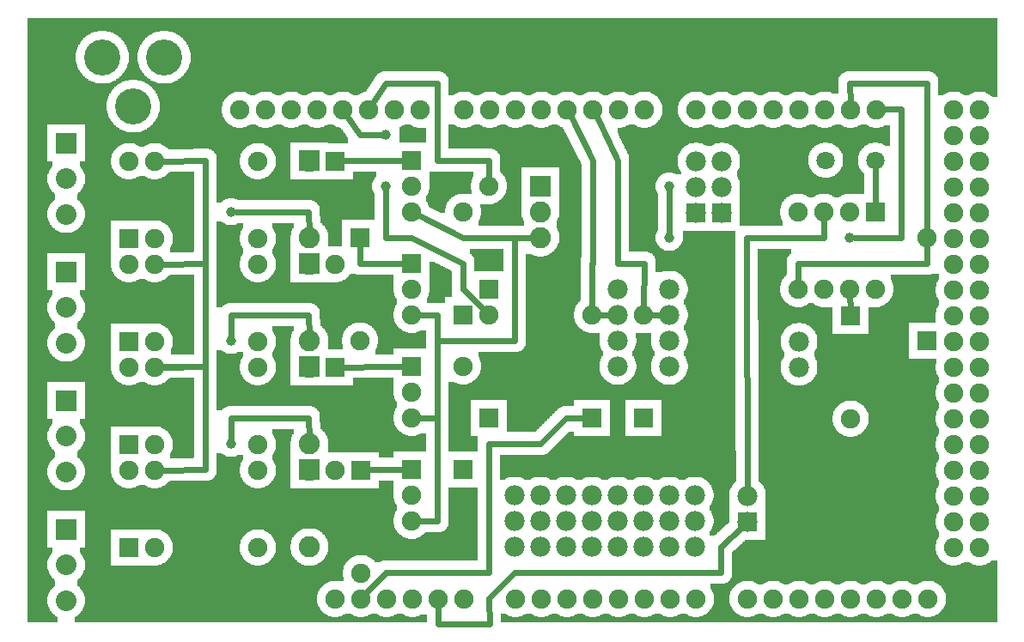
<source format=gtl>
G04 MADE WITH FRITZING*
G04 WWW.FRITZING.ORG*
G04 DOUBLE SIDED*
G04 HOLES PLATED*
G04 CONTOUR ON CENTER OF CONTOUR VECTOR*
%ASAXBY*%
%FSLAX23Y23*%
%MOIN*%
%OFA0B0*%
%SFA1.0B1.0*%
%ADD10C,0.075000*%
%ADD11C,0.080000*%
%ADD12C,0.078000*%
%ADD13C,0.082000*%
%ADD14C,0.070925*%
%ADD15C,0.070866*%
%ADD16C,0.140000*%
%ADD17C,0.039370*%
%ADD18R,0.080000X0.080000*%
%ADD19R,0.075000X0.075000*%
%ADD20R,0.082000X0.082000*%
%ADD21R,0.078000X0.078000*%
%ADD22C,0.024000*%
%LNCOPPER1*%
G90*
G70*
G54D10*
X1214Y1291D03*
X1214Y891D03*
X715Y2314D03*
X2937Y1423D03*
G54D11*
X194Y1401D03*
X194Y1263D03*
X194Y1126D03*
X194Y1901D03*
X194Y1763D03*
X194Y1626D03*
X194Y401D03*
X194Y263D03*
X194Y126D03*
X194Y901D03*
X194Y763D03*
X194Y626D03*
G54D12*
X2434Y536D03*
X2434Y436D03*
X2434Y336D03*
X2534Y536D03*
X2534Y436D03*
X2534Y336D03*
G54D10*
X868Y2032D03*
X968Y2032D03*
X1068Y2032D03*
X1168Y2032D03*
X1268Y2032D03*
X1368Y2032D03*
X1468Y2032D03*
X1568Y2032D03*
X1738Y2032D03*
X1838Y2032D03*
X1938Y2032D03*
X2038Y2032D03*
X2138Y2032D03*
X2238Y2032D03*
X2338Y2032D03*
X2438Y2032D03*
X1238Y132D03*
X1338Y132D03*
X1438Y132D03*
X1538Y132D03*
X1638Y132D03*
X1738Y132D03*
X1938Y132D03*
X2038Y132D03*
X2138Y132D03*
X2238Y132D03*
X2338Y132D03*
X2438Y132D03*
X2638Y2032D03*
X2738Y2032D03*
X2838Y2032D03*
X2938Y2032D03*
X3038Y2032D03*
X3138Y2032D03*
X3238Y2032D03*
X3338Y2032D03*
X2538Y132D03*
X2638Y132D03*
X2838Y132D03*
X2938Y132D03*
X3038Y132D03*
X3138Y132D03*
X3238Y132D03*
X3338Y132D03*
X3438Y132D03*
X3538Y132D03*
X3638Y2032D03*
X3738Y2032D03*
X3638Y1932D03*
X3738Y1932D03*
X3638Y1832D03*
X3738Y1832D03*
X3638Y1732D03*
X3738Y1732D03*
X3638Y1632D03*
X3738Y1632D03*
X3638Y1532D03*
X3738Y1532D03*
X3638Y1432D03*
X3738Y1432D03*
X3638Y1332D03*
X3738Y1332D03*
X3638Y1232D03*
X3738Y1232D03*
X3638Y1132D03*
X3738Y1132D03*
X3638Y1032D03*
X3738Y1032D03*
X3638Y932D03*
X3738Y932D03*
X3638Y832D03*
X3738Y832D03*
X3638Y732D03*
X3738Y732D03*
X3638Y632D03*
X3738Y632D03*
X3638Y532D03*
X3738Y532D03*
X3638Y432D03*
X3738Y432D03*
X3638Y332D03*
X3738Y332D03*
G54D12*
X2634Y536D03*
X2634Y436D03*
X2634Y336D03*
G54D10*
X1534Y836D03*
X1534Y936D03*
X1534Y1036D03*
X1534Y436D03*
X1534Y536D03*
X1534Y636D03*
X1534Y1636D03*
X1534Y1736D03*
X1534Y1836D03*
X1534Y1236D03*
X1534Y1336D03*
X1534Y1436D03*
X1734Y636D03*
X1734Y1036D03*
X1834Y1336D03*
X1834Y1736D03*
X1734Y1236D03*
X1734Y1636D03*
X1834Y836D03*
X1834Y1236D03*
X438Y732D03*
X538Y732D03*
X938Y732D03*
X938Y1032D03*
X538Y1032D03*
X438Y1032D03*
X438Y332D03*
X538Y332D03*
X938Y332D03*
X938Y632D03*
X538Y632D03*
X438Y632D03*
X438Y1532D03*
X538Y1532D03*
X938Y1532D03*
X938Y1832D03*
X538Y1832D03*
X438Y1832D03*
X438Y1132D03*
X538Y1132D03*
X938Y1132D03*
X938Y1432D03*
X538Y1432D03*
X438Y1432D03*
G54D13*
X1138Y1432D03*
X1138Y1134D03*
X1138Y1032D03*
X1138Y734D03*
X1138Y1832D03*
X1138Y1534D03*
X1138Y632D03*
X1138Y334D03*
X2034Y1736D03*
X2034Y1636D03*
X2034Y1536D03*
G54D10*
X3334Y1636D03*
X3334Y1336D03*
X3234Y1636D03*
X3234Y1336D03*
X3134Y1636D03*
X3134Y1336D03*
X3034Y1636D03*
X3034Y1336D03*
G54D14*
X3141Y1835D03*
G54D15*
X3334Y1836D03*
G54D12*
X2838Y432D03*
X2838Y532D03*
G54D10*
X3534Y1136D03*
X3534Y1536D03*
G54D12*
X2638Y1632D03*
X2638Y1732D03*
X2638Y1832D03*
X2738Y1632D03*
X2738Y1732D03*
X2738Y1832D03*
G54D10*
X2234Y836D03*
X2234Y1236D03*
X2434Y836D03*
X2434Y1236D03*
G54D12*
X1934Y536D03*
X1934Y436D03*
X1934Y336D03*
X2234Y536D03*
X2234Y436D03*
X2234Y336D03*
X2034Y536D03*
X2034Y436D03*
X2034Y336D03*
X2334Y536D03*
X2334Y436D03*
X2334Y336D03*
X2134Y536D03*
X2134Y436D03*
X2134Y336D03*
G54D16*
X574Y2236D03*
X334Y2236D03*
X454Y2046D03*
G54D10*
X1334Y1536D03*
X1334Y1136D03*
X1338Y632D03*
X1338Y232D03*
X1238Y1832D03*
X1238Y1432D03*
X1238Y1032D03*
X1238Y632D03*
G54D12*
X2334Y1336D03*
X2334Y1236D03*
X2334Y1136D03*
X2334Y1036D03*
X2534Y1336D03*
X2534Y1236D03*
X2534Y1136D03*
X2534Y1036D03*
G54D17*
X834Y736D03*
X1434Y1736D03*
X2534Y1736D03*
X2534Y1536D03*
X3234Y1536D03*
X1434Y1936D03*
X834Y1136D03*
X834Y1636D03*
G54D10*
X3238Y1232D03*
X3238Y832D03*
G54D12*
X3038Y1132D03*
X3038Y1032D03*
G54D18*
X194Y1401D03*
X194Y1901D03*
X194Y401D03*
X194Y901D03*
G54D19*
X1534Y1036D03*
X1534Y636D03*
X1534Y1836D03*
X1534Y1436D03*
X1734Y636D03*
X1834Y1336D03*
X1734Y1236D03*
X1834Y836D03*
X438Y732D03*
X438Y332D03*
X438Y1532D03*
X438Y1132D03*
G54D20*
X1138Y1433D03*
X1138Y1033D03*
X1138Y1833D03*
X1138Y633D03*
X2034Y1736D03*
G54D19*
X3334Y1636D03*
G54D21*
X2838Y432D03*
G54D19*
X3534Y1136D03*
G54D21*
X2638Y1632D03*
X2738Y1632D03*
G54D19*
X2234Y836D03*
X2434Y836D03*
X1334Y1536D03*
X1338Y632D03*
X1238Y1832D03*
X1238Y1032D03*
X3238Y1232D03*
G54D22*
X3235Y1311D02*
X3237Y1257D01*
D02*
X734Y1036D02*
X563Y1032D01*
D02*
X734Y636D02*
X734Y1036D01*
D02*
X563Y632D02*
X734Y636D01*
D02*
X734Y1436D02*
X734Y1036D01*
D02*
X734Y1036D02*
X534Y1036D01*
D02*
X534Y1036D02*
X520Y1049D01*
D02*
X563Y1432D02*
X734Y1436D01*
D02*
X734Y1436D02*
X563Y1432D01*
D02*
X734Y1836D02*
X734Y1436D01*
D02*
X563Y1832D02*
X734Y1836D01*
D02*
X1134Y1236D02*
X1137Y1160D01*
D02*
X834Y1236D02*
X1134Y1236D01*
D02*
X834Y1155D02*
X834Y1236D01*
D02*
X834Y836D02*
X1134Y836D01*
D02*
X1134Y836D02*
X1137Y760D01*
D02*
X834Y755D02*
X834Y836D01*
D02*
X1509Y1836D02*
X1334Y1836D01*
D02*
X1334Y1836D02*
X1263Y1833D01*
D02*
X1509Y1436D02*
X1334Y1436D01*
D02*
X1334Y1436D02*
X1334Y1511D01*
D02*
X1434Y1036D02*
X1263Y1032D01*
D02*
X1509Y1036D02*
X1434Y1036D01*
D02*
X1509Y636D02*
X1434Y636D01*
D02*
X1434Y636D02*
X1363Y633D01*
D02*
X1282Y2011D02*
X1334Y1936D01*
D02*
X1334Y1936D02*
X1415Y1936D01*
D02*
X1634Y436D02*
X1559Y436D01*
D02*
X1559Y836D02*
X1634Y836D01*
D02*
X1634Y836D02*
X1634Y436D01*
D02*
X1559Y1236D02*
X1634Y1236D01*
D02*
X1634Y1236D02*
X1634Y836D01*
D02*
X1634Y836D02*
X1559Y836D01*
D02*
X1834Y1836D02*
X1834Y1760D01*
D02*
X1634Y1836D02*
X1834Y1836D01*
D02*
X1634Y2136D02*
X1634Y1836D01*
D02*
X1434Y2136D02*
X1634Y2136D01*
D02*
X1381Y2053D02*
X1434Y2136D01*
D02*
X2007Y1536D02*
X1734Y1536D01*
D02*
X1734Y1536D02*
X1556Y1624D01*
D02*
X1634Y1136D02*
X1634Y1236D01*
D02*
X1934Y1136D02*
X1634Y1136D01*
D02*
X1734Y1536D02*
X1934Y1536D01*
D02*
X1634Y1236D02*
X1559Y1236D01*
D02*
X1934Y1536D02*
X1934Y1136D01*
D02*
X1556Y1624D02*
X1734Y1536D01*
D02*
X1834Y236D02*
X1834Y736D01*
D02*
X1834Y736D02*
X2034Y736D01*
D02*
X1434Y236D02*
X1834Y236D01*
D02*
X2034Y736D02*
X2134Y836D01*
D02*
X1355Y150D02*
X1434Y236D01*
D02*
X2134Y836D02*
X2209Y836D01*
D02*
X1838Y36D02*
X1834Y136D01*
D02*
X1638Y36D02*
X1838Y36D01*
D02*
X1834Y136D02*
X1934Y236D01*
D02*
X1934Y236D02*
X2734Y236D01*
D02*
X1638Y107D02*
X1638Y36D01*
D02*
X2734Y236D02*
X2734Y336D01*
D02*
X2734Y336D02*
X2819Y414D01*
D02*
X2308Y1236D02*
X2259Y1236D01*
D02*
X2434Y1236D02*
X2508Y1236D01*
D02*
X2334Y1436D02*
X2438Y1436D01*
D02*
X2438Y1436D02*
X2435Y1260D01*
D02*
X2334Y1836D02*
X2334Y1436D01*
D02*
X2249Y2010D02*
X2334Y1836D01*
D02*
X2149Y2010D02*
X2238Y1836D01*
D02*
X2238Y1836D02*
X2238Y1436D01*
D02*
X2234Y1436D02*
X2234Y1260D01*
D02*
X2238Y1436D02*
X2234Y1436D01*
D02*
X2534Y1717D02*
X2534Y1555D01*
D02*
X3034Y1536D02*
X2834Y1536D01*
D02*
X2834Y1536D02*
X2834Y1436D01*
D02*
X3134Y1536D02*
X3034Y1536D01*
D02*
X3134Y1611D02*
X3134Y1536D01*
D02*
X2834Y1436D02*
X2838Y557D01*
D02*
X3334Y1660D02*
X3334Y1736D01*
D02*
X3334Y1736D02*
X3334Y1812D01*
D02*
X3034Y1360D02*
X3034Y1436D01*
D02*
X3034Y1436D02*
X3534Y1436D01*
D02*
X3534Y1436D02*
X3534Y1511D01*
D02*
X3534Y2136D02*
X3534Y1560D01*
D02*
X3234Y2136D02*
X3534Y2136D01*
D02*
X3237Y2057D02*
X3234Y2136D01*
D02*
X3434Y1536D02*
X3253Y1536D01*
D02*
X3434Y2036D02*
X3434Y1536D01*
D02*
X3363Y2033D02*
X3434Y2036D01*
D02*
X1734Y1336D02*
X1816Y1253D01*
D02*
X1434Y1536D02*
X1534Y1536D01*
D02*
X1534Y1536D02*
X1734Y1436D01*
D02*
X1734Y1436D02*
X1734Y1336D01*
D02*
X1434Y1636D02*
X1434Y1536D01*
D02*
X1434Y1717D02*
X1434Y1636D01*
D02*
X1134Y1636D02*
X1137Y1560D01*
D02*
X853Y1636D02*
X1134Y1636D01*
G36*
X1508Y1976D02*
X1508Y1974D01*
X1506Y1974D01*
X1506Y1972D01*
X1502Y1972D01*
X1502Y1970D01*
X1498Y1970D01*
X1498Y1968D01*
X1494Y1968D01*
X1494Y1966D01*
X1490Y1966D01*
X1490Y1964D01*
X1486Y1964D01*
X1486Y1906D01*
X1590Y1906D01*
X1590Y1962D01*
X1554Y1962D01*
X1554Y1964D01*
X1546Y1964D01*
X1546Y1966D01*
X1540Y1966D01*
X1540Y1968D01*
X1536Y1968D01*
X1536Y1970D01*
X1534Y1970D01*
X1534Y1972D01*
X1530Y1972D01*
X1530Y1974D01*
X1528Y1974D01*
X1528Y1976D01*
X1508Y1976D01*
G37*
D02*
G36*
X1604Y1792D02*
X1604Y1722D01*
X1602Y1722D01*
X1602Y1714D01*
X1600Y1714D01*
X1600Y1708D01*
X1598Y1708D01*
X1598Y1706D01*
X1746Y1706D01*
X1746Y1704D01*
X1766Y1704D01*
X1766Y1722D01*
X1764Y1722D01*
X1764Y1748D01*
X1766Y1748D01*
X1766Y1758D01*
X1768Y1758D01*
X1768Y1762D01*
X1770Y1762D01*
X1770Y1766D01*
X1772Y1766D01*
X1772Y1770D01*
X1774Y1770D01*
X1774Y1792D01*
X1604Y1792D01*
G37*
D02*
G36*
X1598Y1706D02*
X1598Y1704D01*
X1596Y1704D01*
X1596Y1702D01*
X1594Y1702D01*
X1594Y1698D01*
X1592Y1698D01*
X1592Y1696D01*
X1590Y1696D01*
X1590Y1676D01*
X1592Y1676D01*
X1592Y1674D01*
X1594Y1674D01*
X1594Y1670D01*
X1596Y1670D01*
X1596Y1666D01*
X1598Y1666D01*
X1598Y1662D01*
X1600Y1662D01*
X1600Y1658D01*
X1602Y1658D01*
X1602Y1654D01*
X1604Y1654D01*
X1604Y1652D01*
X1608Y1652D01*
X1608Y1650D01*
X1612Y1650D01*
X1612Y1648D01*
X1616Y1648D01*
X1616Y1646D01*
X1620Y1646D01*
X1620Y1644D01*
X1624Y1644D01*
X1624Y1642D01*
X1628Y1642D01*
X1628Y1640D01*
X1632Y1640D01*
X1632Y1638D01*
X1636Y1638D01*
X1636Y1636D01*
X1640Y1636D01*
X1640Y1634D01*
X1644Y1634D01*
X1644Y1632D01*
X1664Y1632D01*
X1664Y1648D01*
X1666Y1648D01*
X1666Y1658D01*
X1668Y1658D01*
X1668Y1662D01*
X1670Y1662D01*
X1670Y1666D01*
X1672Y1666D01*
X1672Y1670D01*
X1674Y1670D01*
X1674Y1674D01*
X1676Y1674D01*
X1676Y1676D01*
X1678Y1676D01*
X1678Y1678D01*
X1680Y1678D01*
X1680Y1682D01*
X1682Y1682D01*
X1682Y1684D01*
X1684Y1684D01*
X1684Y1686D01*
X1686Y1686D01*
X1686Y1688D01*
X1688Y1688D01*
X1688Y1690D01*
X1692Y1690D01*
X1692Y1692D01*
X1694Y1692D01*
X1694Y1694D01*
X1696Y1694D01*
X1696Y1696D01*
X1700Y1696D01*
X1700Y1698D01*
X1704Y1698D01*
X1704Y1700D01*
X1708Y1700D01*
X1708Y1702D01*
X1714Y1702D01*
X1714Y1704D01*
X1722Y1704D01*
X1722Y1706D01*
X1598Y1706D01*
G37*
D02*
G36*
X778Y1598D02*
X778Y1584D01*
X820Y1584D01*
X820Y1586D01*
X814Y1586D01*
X814Y1588D01*
X810Y1588D01*
X810Y1590D01*
X806Y1590D01*
X806Y1592D01*
X804Y1592D01*
X804Y1594D01*
X802Y1594D01*
X802Y1596D01*
X798Y1596D01*
X798Y1598D01*
X778Y1598D01*
G37*
D02*
G36*
X862Y1592D02*
X862Y1590D01*
X858Y1590D01*
X858Y1588D01*
X854Y1588D01*
X854Y1586D01*
X848Y1586D01*
X848Y1584D01*
X882Y1584D01*
X882Y1592D01*
X862Y1592D01*
G37*
D02*
G36*
X994Y1592D02*
X994Y1572D01*
X996Y1572D01*
X996Y1570D01*
X998Y1570D01*
X998Y1566D01*
X1000Y1566D01*
X1000Y1562D01*
X1002Y1562D01*
X1002Y1558D01*
X1004Y1558D01*
X1004Y1552D01*
X1006Y1552D01*
X1006Y1544D01*
X1008Y1544D01*
X1008Y1520D01*
X1006Y1520D01*
X1006Y1512D01*
X1004Y1512D01*
X1004Y1506D01*
X1002Y1506D01*
X1002Y1502D01*
X1000Y1502D01*
X1000Y1498D01*
X998Y1498D01*
X998Y1494D01*
X996Y1494D01*
X996Y1492D01*
X994Y1492D01*
X994Y1472D01*
X996Y1472D01*
X996Y1470D01*
X998Y1470D01*
X998Y1466D01*
X1000Y1466D01*
X1000Y1462D01*
X1002Y1462D01*
X1002Y1458D01*
X1004Y1458D01*
X1004Y1452D01*
X1006Y1452D01*
X1006Y1444D01*
X1008Y1444D01*
X1008Y1420D01*
X1006Y1420D01*
X1006Y1412D01*
X1004Y1412D01*
X1004Y1406D01*
X1002Y1406D01*
X1002Y1402D01*
X1000Y1402D01*
X1000Y1398D01*
X998Y1398D01*
X998Y1394D01*
X996Y1394D01*
X996Y1392D01*
X994Y1392D01*
X994Y1390D01*
X992Y1390D01*
X992Y1386D01*
X990Y1386D01*
X990Y1384D01*
X988Y1384D01*
X988Y1382D01*
X986Y1382D01*
X986Y1380D01*
X984Y1380D01*
X984Y1378D01*
X980Y1378D01*
X980Y1376D01*
X978Y1376D01*
X978Y1374D01*
X976Y1374D01*
X976Y1372D01*
X972Y1372D01*
X972Y1370D01*
X968Y1370D01*
X968Y1368D01*
X964Y1368D01*
X964Y1366D01*
X960Y1366D01*
X960Y1364D01*
X952Y1364D01*
X952Y1362D01*
X1064Y1362D01*
X1064Y1546D01*
X1066Y1546D01*
X1066Y1556D01*
X1068Y1556D01*
X1068Y1562D01*
X1070Y1562D01*
X1070Y1566D01*
X1072Y1566D01*
X1072Y1570D01*
X1074Y1570D01*
X1074Y1572D01*
X1076Y1572D01*
X1076Y1592D01*
X994Y1592D01*
G37*
D02*
G36*
X778Y1584D02*
X778Y1582D01*
X882Y1582D01*
X882Y1584D01*
X778Y1584D01*
G37*
D02*
G36*
X778Y1584D02*
X778Y1582D01*
X882Y1582D01*
X882Y1584D01*
X778Y1584D01*
G37*
D02*
G36*
X778Y1582D02*
X778Y1362D01*
X924Y1362D01*
X924Y1364D01*
X916Y1364D01*
X916Y1366D01*
X910Y1366D01*
X910Y1368D01*
X906Y1368D01*
X906Y1370D01*
X904Y1370D01*
X904Y1372D01*
X900Y1372D01*
X900Y1374D01*
X898Y1374D01*
X898Y1376D01*
X894Y1376D01*
X894Y1378D01*
X892Y1378D01*
X892Y1380D01*
X890Y1380D01*
X890Y1382D01*
X888Y1382D01*
X888Y1384D01*
X886Y1384D01*
X886Y1386D01*
X884Y1386D01*
X884Y1388D01*
X882Y1388D01*
X882Y1392D01*
X880Y1392D01*
X880Y1394D01*
X878Y1394D01*
X878Y1396D01*
X876Y1396D01*
X876Y1400D01*
X874Y1400D01*
X874Y1404D01*
X872Y1404D01*
X872Y1410D01*
X870Y1410D01*
X870Y1418D01*
X868Y1418D01*
X868Y1446D01*
X870Y1446D01*
X870Y1454D01*
X872Y1454D01*
X872Y1460D01*
X874Y1460D01*
X874Y1464D01*
X876Y1464D01*
X876Y1468D01*
X878Y1468D01*
X878Y1470D01*
X880Y1470D01*
X880Y1472D01*
X882Y1472D01*
X882Y1492D01*
X880Y1492D01*
X880Y1494D01*
X878Y1494D01*
X878Y1496D01*
X876Y1496D01*
X876Y1500D01*
X874Y1500D01*
X874Y1504D01*
X872Y1504D01*
X872Y1510D01*
X870Y1510D01*
X870Y1518D01*
X868Y1518D01*
X868Y1546D01*
X870Y1546D01*
X870Y1554D01*
X872Y1554D01*
X872Y1560D01*
X874Y1560D01*
X874Y1564D01*
X876Y1564D01*
X876Y1568D01*
X878Y1568D01*
X878Y1570D01*
X880Y1570D01*
X880Y1572D01*
X882Y1572D01*
X882Y1582D01*
X778Y1582D01*
G37*
D02*
G36*
X1296Y1394D02*
X1296Y1392D01*
X1294Y1392D01*
X1294Y1390D01*
X1292Y1390D01*
X1292Y1386D01*
X1290Y1386D01*
X1290Y1384D01*
X1288Y1384D01*
X1288Y1382D01*
X1286Y1382D01*
X1286Y1380D01*
X1284Y1380D01*
X1284Y1378D01*
X1280Y1378D01*
X1280Y1376D01*
X1278Y1376D01*
X1278Y1374D01*
X1276Y1374D01*
X1276Y1372D01*
X1272Y1372D01*
X1272Y1370D01*
X1268Y1370D01*
X1268Y1368D01*
X1264Y1368D01*
X1264Y1366D01*
X1260Y1366D01*
X1260Y1364D01*
X1252Y1364D01*
X1252Y1362D01*
X1210Y1362D01*
X1210Y1360D01*
X1464Y1360D01*
X1464Y1392D01*
X1318Y1392D01*
X1318Y1394D01*
X1296Y1394D01*
G37*
D02*
G36*
X778Y1362D02*
X778Y1360D01*
X1064Y1360D01*
X1064Y1362D01*
X778Y1362D01*
G37*
D02*
G36*
X778Y1362D02*
X778Y1360D01*
X1064Y1360D01*
X1064Y1362D01*
X778Y1362D01*
G37*
D02*
G36*
X778Y1360D02*
X778Y1358D01*
X1464Y1358D01*
X1464Y1360D01*
X778Y1360D01*
G37*
D02*
G36*
X778Y1360D02*
X778Y1358D01*
X1464Y1358D01*
X1464Y1360D01*
X778Y1360D01*
G37*
D02*
G36*
X778Y1358D02*
X778Y1280D01*
X1148Y1280D01*
X1148Y1278D01*
X1156Y1278D01*
X1156Y1276D01*
X1160Y1276D01*
X1160Y1274D01*
X1162Y1274D01*
X1162Y1272D01*
X1164Y1272D01*
X1164Y1270D01*
X1168Y1270D01*
X1168Y1266D01*
X1170Y1266D01*
X1170Y1264D01*
X1172Y1264D01*
X1172Y1262D01*
X1174Y1262D01*
X1174Y1258D01*
X1176Y1258D01*
X1176Y1252D01*
X1178Y1252D01*
X1178Y1218D01*
X1180Y1218D01*
X1180Y1206D01*
X1346Y1206D01*
X1346Y1204D01*
X1354Y1204D01*
X1354Y1202D01*
X1360Y1202D01*
X1360Y1200D01*
X1364Y1200D01*
X1364Y1198D01*
X1368Y1198D01*
X1368Y1196D01*
X1372Y1196D01*
X1372Y1194D01*
X1374Y1194D01*
X1374Y1192D01*
X1376Y1192D01*
X1376Y1190D01*
X1380Y1190D01*
X1380Y1188D01*
X1382Y1188D01*
X1382Y1186D01*
X1384Y1186D01*
X1384Y1184D01*
X1386Y1184D01*
X1386Y1182D01*
X1388Y1182D01*
X1388Y1178D01*
X1390Y1178D01*
X1390Y1176D01*
X1392Y1176D01*
X1392Y1174D01*
X1394Y1174D01*
X1394Y1170D01*
X1396Y1170D01*
X1396Y1166D01*
X1520Y1166D01*
X1520Y1168D01*
X1512Y1168D01*
X1512Y1170D01*
X1506Y1170D01*
X1506Y1172D01*
X1502Y1172D01*
X1502Y1174D01*
X1498Y1174D01*
X1498Y1176D01*
X1496Y1176D01*
X1496Y1178D01*
X1494Y1178D01*
X1494Y1180D01*
X1490Y1180D01*
X1490Y1182D01*
X1488Y1182D01*
X1488Y1184D01*
X1486Y1184D01*
X1486Y1186D01*
X1484Y1186D01*
X1484Y1188D01*
X1482Y1188D01*
X1482Y1190D01*
X1480Y1190D01*
X1480Y1192D01*
X1478Y1192D01*
X1478Y1196D01*
X1476Y1196D01*
X1476Y1198D01*
X1474Y1198D01*
X1474Y1202D01*
X1472Y1202D01*
X1472Y1204D01*
X1470Y1204D01*
X1470Y1208D01*
X1468Y1208D01*
X1468Y1214D01*
X1466Y1214D01*
X1466Y1222D01*
X1464Y1222D01*
X1464Y1248D01*
X1466Y1248D01*
X1466Y1258D01*
X1468Y1258D01*
X1468Y1262D01*
X1470Y1262D01*
X1470Y1266D01*
X1472Y1266D01*
X1472Y1270D01*
X1474Y1270D01*
X1474Y1274D01*
X1476Y1274D01*
X1476Y1276D01*
X1478Y1276D01*
X1478Y1296D01*
X1476Y1296D01*
X1476Y1298D01*
X1474Y1298D01*
X1474Y1302D01*
X1472Y1302D01*
X1472Y1304D01*
X1470Y1304D01*
X1470Y1308D01*
X1468Y1308D01*
X1468Y1314D01*
X1466Y1314D01*
X1466Y1322D01*
X1464Y1322D01*
X1464Y1358D01*
X778Y1358D01*
G37*
D02*
G36*
X778Y1280D02*
X778Y1264D01*
X798Y1264D01*
X798Y1266D01*
X800Y1266D01*
X800Y1268D01*
X802Y1268D01*
X802Y1270D01*
X804Y1270D01*
X804Y1272D01*
X806Y1272D01*
X806Y1274D01*
X808Y1274D01*
X808Y1276D01*
X814Y1276D01*
X814Y1278D01*
X820Y1278D01*
X820Y1280D01*
X778Y1280D01*
G37*
D02*
G36*
X1180Y1206D02*
X1180Y1194D01*
X1182Y1194D01*
X1182Y1192D01*
X1184Y1192D01*
X1184Y1190D01*
X1186Y1190D01*
X1186Y1188D01*
X1188Y1188D01*
X1188Y1186D01*
X1190Y1186D01*
X1190Y1184D01*
X1192Y1184D01*
X1192Y1182D01*
X1194Y1182D01*
X1194Y1180D01*
X1196Y1180D01*
X1196Y1178D01*
X1198Y1178D01*
X1198Y1174D01*
X1200Y1174D01*
X1200Y1172D01*
X1202Y1172D01*
X1202Y1168D01*
X1204Y1168D01*
X1204Y1164D01*
X1206Y1164D01*
X1206Y1160D01*
X1208Y1160D01*
X1208Y1154D01*
X1210Y1154D01*
X1210Y1102D01*
X1266Y1102D01*
X1266Y1122D01*
X1264Y1122D01*
X1264Y1148D01*
X1266Y1148D01*
X1266Y1158D01*
X1268Y1158D01*
X1268Y1162D01*
X1270Y1162D01*
X1270Y1166D01*
X1272Y1166D01*
X1272Y1170D01*
X1274Y1170D01*
X1274Y1174D01*
X1276Y1174D01*
X1276Y1176D01*
X1278Y1176D01*
X1278Y1178D01*
X1280Y1178D01*
X1280Y1182D01*
X1282Y1182D01*
X1282Y1184D01*
X1284Y1184D01*
X1284Y1186D01*
X1286Y1186D01*
X1286Y1188D01*
X1288Y1188D01*
X1288Y1190D01*
X1292Y1190D01*
X1292Y1192D01*
X1294Y1192D01*
X1294Y1194D01*
X1296Y1194D01*
X1296Y1196D01*
X1300Y1196D01*
X1300Y1198D01*
X1304Y1198D01*
X1304Y1200D01*
X1308Y1200D01*
X1308Y1202D01*
X1314Y1202D01*
X1314Y1204D01*
X1322Y1204D01*
X1322Y1206D01*
X1180Y1206D01*
G37*
D02*
G36*
X1570Y1176D02*
X1570Y1174D01*
X1566Y1174D01*
X1566Y1172D01*
X1562Y1172D01*
X1562Y1170D01*
X1556Y1170D01*
X1556Y1168D01*
X1550Y1168D01*
X1550Y1166D01*
X1590Y1166D01*
X1590Y1176D01*
X1570Y1176D01*
G37*
D02*
G36*
X1398Y1166D02*
X1398Y1164D01*
X1590Y1164D01*
X1590Y1166D01*
X1398Y1166D01*
G37*
D02*
G36*
X1398Y1166D02*
X1398Y1164D01*
X1590Y1164D01*
X1590Y1166D01*
X1398Y1166D01*
G37*
D02*
G36*
X1398Y1164D02*
X1398Y1162D01*
X1400Y1162D01*
X1400Y1158D01*
X1402Y1158D01*
X1402Y1150D01*
X1404Y1150D01*
X1404Y1122D01*
X1402Y1122D01*
X1402Y1114D01*
X1400Y1114D01*
X1400Y1108D01*
X1398Y1108D01*
X1398Y1104D01*
X1396Y1104D01*
X1396Y1102D01*
X1394Y1102D01*
X1394Y1080D01*
X1464Y1080D01*
X1464Y1104D01*
X1466Y1104D01*
X1466Y1106D01*
X1590Y1106D01*
X1590Y1164D01*
X1398Y1164D01*
G37*
D02*
G36*
X1762Y1492D02*
X1762Y1472D01*
X1764Y1472D01*
X1764Y1470D01*
X1768Y1470D01*
X1768Y1466D01*
X1770Y1466D01*
X1770Y1464D01*
X1772Y1464D01*
X1772Y1462D01*
X1774Y1462D01*
X1774Y1458D01*
X1776Y1458D01*
X1776Y1452D01*
X1778Y1452D01*
X1778Y1406D01*
X1890Y1406D01*
X1890Y1492D01*
X1762Y1492D01*
G37*
D02*
G36*
X1604Y1440D02*
X1604Y1322D01*
X1602Y1322D01*
X1602Y1314D01*
X1600Y1314D01*
X1600Y1308D01*
X1598Y1308D01*
X1598Y1304D01*
X1596Y1304D01*
X1596Y1302D01*
X1594Y1302D01*
X1594Y1280D01*
X1664Y1280D01*
X1664Y1304D01*
X1666Y1304D01*
X1666Y1306D01*
X1690Y1306D01*
X1690Y1406D01*
X1688Y1406D01*
X1688Y1408D01*
X1684Y1408D01*
X1684Y1410D01*
X1680Y1410D01*
X1680Y1412D01*
X1676Y1412D01*
X1676Y1414D01*
X1672Y1414D01*
X1672Y1416D01*
X1668Y1416D01*
X1668Y1418D01*
X1664Y1418D01*
X1664Y1420D01*
X1660Y1420D01*
X1660Y1422D01*
X1656Y1422D01*
X1656Y1424D01*
X1652Y1424D01*
X1652Y1426D01*
X1648Y1426D01*
X1648Y1428D01*
X1644Y1428D01*
X1644Y1430D01*
X1640Y1430D01*
X1640Y1432D01*
X1636Y1432D01*
X1636Y1434D01*
X1632Y1434D01*
X1632Y1436D01*
X1628Y1436D01*
X1628Y1438D01*
X1624Y1438D01*
X1624Y1440D01*
X1604Y1440D01*
G37*
D02*
G36*
X994Y1192D02*
X994Y1172D01*
X996Y1172D01*
X996Y1170D01*
X998Y1170D01*
X998Y1166D01*
X1000Y1166D01*
X1000Y1162D01*
X1002Y1162D01*
X1002Y1158D01*
X1004Y1158D01*
X1004Y1152D01*
X1006Y1152D01*
X1006Y1144D01*
X1008Y1144D01*
X1008Y1120D01*
X1006Y1120D01*
X1006Y1112D01*
X1004Y1112D01*
X1004Y1106D01*
X1002Y1106D01*
X1002Y1102D01*
X1000Y1102D01*
X1000Y1098D01*
X998Y1098D01*
X998Y1094D01*
X996Y1094D01*
X996Y1092D01*
X994Y1092D01*
X994Y1072D01*
X996Y1072D01*
X996Y1070D01*
X998Y1070D01*
X998Y1066D01*
X1000Y1066D01*
X1000Y1062D01*
X1002Y1062D01*
X1002Y1058D01*
X1004Y1058D01*
X1004Y1052D01*
X1006Y1052D01*
X1006Y1044D01*
X1008Y1044D01*
X1008Y1020D01*
X1006Y1020D01*
X1006Y1012D01*
X1004Y1012D01*
X1004Y1006D01*
X1002Y1006D01*
X1002Y1002D01*
X1000Y1002D01*
X1000Y998D01*
X998Y998D01*
X998Y994D01*
X996Y994D01*
X996Y992D01*
X994Y992D01*
X994Y990D01*
X992Y990D01*
X992Y986D01*
X990Y986D01*
X990Y984D01*
X988Y984D01*
X988Y982D01*
X986Y982D01*
X986Y980D01*
X984Y980D01*
X984Y978D01*
X980Y978D01*
X980Y976D01*
X978Y976D01*
X978Y974D01*
X976Y974D01*
X976Y972D01*
X972Y972D01*
X972Y970D01*
X968Y970D01*
X968Y968D01*
X964Y968D01*
X964Y966D01*
X960Y966D01*
X960Y964D01*
X952Y964D01*
X952Y962D01*
X1064Y962D01*
X1064Y1146D01*
X1066Y1146D01*
X1066Y1156D01*
X1068Y1156D01*
X1068Y1162D01*
X1070Y1162D01*
X1070Y1166D01*
X1072Y1166D01*
X1072Y1170D01*
X1074Y1170D01*
X1074Y1172D01*
X1076Y1172D01*
X1076Y1192D01*
X994Y1192D01*
G37*
D02*
G36*
X778Y1098D02*
X778Y1084D01*
X820Y1084D01*
X820Y1086D01*
X814Y1086D01*
X814Y1088D01*
X810Y1088D01*
X810Y1090D01*
X806Y1090D01*
X806Y1092D01*
X804Y1092D01*
X804Y1094D01*
X802Y1094D01*
X802Y1096D01*
X798Y1096D01*
X798Y1098D01*
X778Y1098D01*
G37*
D02*
G36*
X862Y1092D02*
X862Y1090D01*
X858Y1090D01*
X858Y1088D01*
X854Y1088D01*
X854Y1086D01*
X848Y1086D01*
X848Y1084D01*
X882Y1084D01*
X882Y1092D01*
X862Y1092D01*
G37*
D02*
G36*
X778Y1084D02*
X778Y1082D01*
X882Y1082D01*
X882Y1084D01*
X778Y1084D01*
G37*
D02*
G36*
X778Y1084D02*
X778Y1082D01*
X882Y1082D01*
X882Y1084D01*
X778Y1084D01*
G37*
D02*
G36*
X778Y1082D02*
X778Y962D01*
X924Y962D01*
X924Y964D01*
X916Y964D01*
X916Y966D01*
X910Y966D01*
X910Y968D01*
X906Y968D01*
X906Y970D01*
X904Y970D01*
X904Y972D01*
X900Y972D01*
X900Y974D01*
X898Y974D01*
X898Y976D01*
X894Y976D01*
X894Y978D01*
X892Y978D01*
X892Y980D01*
X890Y980D01*
X890Y982D01*
X888Y982D01*
X888Y984D01*
X886Y984D01*
X886Y986D01*
X884Y986D01*
X884Y988D01*
X882Y988D01*
X882Y992D01*
X880Y992D01*
X880Y994D01*
X878Y994D01*
X878Y996D01*
X876Y996D01*
X876Y1000D01*
X874Y1000D01*
X874Y1004D01*
X872Y1004D01*
X872Y1010D01*
X870Y1010D01*
X870Y1018D01*
X868Y1018D01*
X868Y1046D01*
X870Y1046D01*
X870Y1054D01*
X872Y1054D01*
X872Y1060D01*
X874Y1060D01*
X874Y1064D01*
X876Y1064D01*
X876Y1068D01*
X878Y1068D01*
X878Y1070D01*
X880Y1070D01*
X880Y1072D01*
X882Y1072D01*
X882Y1082D01*
X778Y1082D01*
G37*
D02*
G36*
X1404Y992D02*
X1404Y990D01*
X1308Y990D01*
X1308Y964D01*
X1306Y964D01*
X1306Y962D01*
X1210Y962D01*
X1210Y960D01*
X1464Y960D01*
X1464Y992D01*
X1404Y992D01*
G37*
D02*
G36*
X778Y962D02*
X778Y960D01*
X1064Y960D01*
X1064Y962D01*
X778Y962D01*
G37*
D02*
G36*
X778Y962D02*
X778Y960D01*
X1064Y960D01*
X1064Y962D01*
X778Y962D01*
G37*
D02*
G36*
X778Y960D02*
X778Y958D01*
X1464Y958D01*
X1464Y960D01*
X778Y960D01*
G37*
D02*
G36*
X778Y960D02*
X778Y958D01*
X1464Y958D01*
X1464Y960D01*
X778Y960D01*
G37*
D02*
G36*
X778Y958D02*
X778Y880D01*
X1148Y880D01*
X1148Y878D01*
X1156Y878D01*
X1156Y876D01*
X1160Y876D01*
X1160Y874D01*
X1162Y874D01*
X1162Y872D01*
X1164Y872D01*
X1164Y870D01*
X1168Y870D01*
X1168Y866D01*
X1170Y866D01*
X1170Y864D01*
X1172Y864D01*
X1172Y862D01*
X1174Y862D01*
X1174Y858D01*
X1176Y858D01*
X1176Y852D01*
X1178Y852D01*
X1178Y818D01*
X1180Y818D01*
X1180Y794D01*
X1182Y794D01*
X1182Y792D01*
X1184Y792D01*
X1184Y790D01*
X1186Y790D01*
X1186Y788D01*
X1188Y788D01*
X1188Y786D01*
X1190Y786D01*
X1190Y784D01*
X1192Y784D01*
X1192Y782D01*
X1194Y782D01*
X1194Y780D01*
X1196Y780D01*
X1196Y778D01*
X1198Y778D01*
X1198Y774D01*
X1200Y774D01*
X1200Y772D01*
X1202Y772D01*
X1202Y768D01*
X1204Y768D01*
X1204Y766D01*
X1520Y766D01*
X1520Y768D01*
X1512Y768D01*
X1512Y770D01*
X1506Y770D01*
X1506Y772D01*
X1502Y772D01*
X1502Y774D01*
X1498Y774D01*
X1498Y776D01*
X1496Y776D01*
X1496Y778D01*
X1494Y778D01*
X1494Y780D01*
X1490Y780D01*
X1490Y782D01*
X1488Y782D01*
X1488Y784D01*
X1486Y784D01*
X1486Y786D01*
X1484Y786D01*
X1484Y788D01*
X1482Y788D01*
X1482Y790D01*
X1480Y790D01*
X1480Y792D01*
X1478Y792D01*
X1478Y796D01*
X1476Y796D01*
X1476Y798D01*
X1474Y798D01*
X1474Y802D01*
X1472Y802D01*
X1472Y804D01*
X1470Y804D01*
X1470Y808D01*
X1468Y808D01*
X1468Y814D01*
X1466Y814D01*
X1466Y822D01*
X1464Y822D01*
X1464Y848D01*
X1466Y848D01*
X1466Y858D01*
X1468Y858D01*
X1468Y862D01*
X1470Y862D01*
X1470Y866D01*
X1472Y866D01*
X1472Y870D01*
X1474Y870D01*
X1474Y874D01*
X1476Y874D01*
X1476Y876D01*
X1478Y876D01*
X1478Y896D01*
X1476Y896D01*
X1476Y898D01*
X1474Y898D01*
X1474Y902D01*
X1472Y902D01*
X1472Y904D01*
X1470Y904D01*
X1470Y908D01*
X1468Y908D01*
X1468Y914D01*
X1466Y914D01*
X1466Y922D01*
X1464Y922D01*
X1464Y958D01*
X778Y958D01*
G37*
D02*
G36*
X778Y880D02*
X778Y864D01*
X798Y864D01*
X798Y866D01*
X800Y866D01*
X800Y868D01*
X802Y868D01*
X802Y870D01*
X804Y870D01*
X804Y872D01*
X806Y872D01*
X806Y874D01*
X808Y874D01*
X808Y876D01*
X814Y876D01*
X814Y878D01*
X820Y878D01*
X820Y880D01*
X778Y880D01*
G37*
D02*
G36*
X1570Y776D02*
X1570Y774D01*
X1566Y774D01*
X1566Y772D01*
X1562Y772D01*
X1562Y770D01*
X1556Y770D01*
X1556Y768D01*
X1550Y768D01*
X1550Y766D01*
X1590Y766D01*
X1590Y776D01*
X1570Y776D01*
G37*
D02*
G36*
X1204Y766D02*
X1204Y764D01*
X1590Y764D01*
X1590Y766D01*
X1204Y766D01*
G37*
D02*
G36*
X1204Y766D02*
X1204Y764D01*
X1590Y764D01*
X1590Y766D01*
X1204Y766D01*
G37*
D02*
G36*
X1206Y764D02*
X1206Y760D01*
X1208Y760D01*
X1208Y754D01*
X1210Y754D01*
X1210Y702D01*
X1406Y702D01*
X1406Y700D01*
X1408Y700D01*
X1408Y680D01*
X1464Y680D01*
X1464Y704D01*
X1466Y704D01*
X1466Y706D01*
X1590Y706D01*
X1590Y764D01*
X1206Y764D01*
G37*
D02*
G36*
X44Y2388D02*
X44Y2338D01*
X592Y2338D01*
X592Y2336D01*
X602Y2336D01*
X602Y2334D01*
X608Y2334D01*
X608Y2332D01*
X612Y2332D01*
X612Y2330D01*
X618Y2330D01*
X618Y2328D01*
X622Y2328D01*
X622Y2326D01*
X624Y2326D01*
X624Y2324D01*
X628Y2324D01*
X628Y2322D01*
X630Y2322D01*
X630Y2320D01*
X634Y2320D01*
X634Y2318D01*
X636Y2318D01*
X636Y2316D01*
X638Y2316D01*
X638Y2314D01*
X642Y2314D01*
X642Y2312D01*
X644Y2312D01*
X644Y2310D01*
X646Y2310D01*
X646Y2308D01*
X648Y2308D01*
X648Y2306D01*
X650Y2306D01*
X650Y2304D01*
X652Y2304D01*
X652Y2300D01*
X654Y2300D01*
X654Y2298D01*
X656Y2298D01*
X656Y2296D01*
X658Y2296D01*
X658Y2294D01*
X660Y2294D01*
X660Y2290D01*
X662Y2290D01*
X662Y2286D01*
X664Y2286D01*
X664Y2284D01*
X666Y2284D01*
X666Y2280D01*
X668Y2280D01*
X668Y2276D01*
X670Y2276D01*
X670Y2270D01*
X672Y2270D01*
X672Y2264D01*
X674Y2264D01*
X674Y2256D01*
X676Y2256D01*
X676Y2216D01*
X674Y2216D01*
X674Y2208D01*
X672Y2208D01*
X672Y2202D01*
X670Y2202D01*
X670Y2196D01*
X668Y2196D01*
X668Y2192D01*
X666Y2192D01*
X666Y2188D01*
X664Y2188D01*
X664Y2184D01*
X662Y2184D01*
X662Y2182D01*
X660Y2182D01*
X660Y2180D01*
X3548Y2180D01*
X3548Y2178D01*
X3556Y2178D01*
X3556Y2176D01*
X3560Y2176D01*
X3560Y2174D01*
X3562Y2174D01*
X3562Y2172D01*
X3564Y2172D01*
X3564Y2170D01*
X3568Y2170D01*
X3568Y2166D01*
X3570Y2166D01*
X3570Y2164D01*
X3572Y2164D01*
X3572Y2162D01*
X3574Y2162D01*
X3574Y2158D01*
X3576Y2158D01*
X3576Y2152D01*
X3578Y2152D01*
X3578Y2102D01*
X3752Y2102D01*
X3752Y2100D01*
X3760Y2100D01*
X3760Y2098D01*
X3764Y2098D01*
X3764Y2096D01*
X3768Y2096D01*
X3768Y2094D01*
X3772Y2094D01*
X3772Y2092D01*
X3776Y2092D01*
X3776Y2090D01*
X3778Y2090D01*
X3778Y2088D01*
X3780Y2088D01*
X3780Y2086D01*
X3784Y2086D01*
X3784Y2084D01*
X3786Y2084D01*
X3786Y2082D01*
X3806Y2082D01*
X3806Y2388D01*
X44Y2388D01*
G37*
D02*
G36*
X44Y2338D02*
X44Y2134D01*
X314Y2134D01*
X314Y2136D01*
X306Y2136D01*
X306Y2138D01*
X300Y2138D01*
X300Y2140D01*
X294Y2140D01*
X294Y2142D01*
X290Y2142D01*
X290Y2144D01*
X286Y2144D01*
X286Y2146D01*
X282Y2146D01*
X282Y2148D01*
X280Y2148D01*
X280Y2150D01*
X276Y2150D01*
X276Y2152D01*
X274Y2152D01*
X274Y2154D01*
X272Y2154D01*
X272Y2156D01*
X268Y2156D01*
X268Y2158D01*
X266Y2158D01*
X266Y2160D01*
X264Y2160D01*
X264Y2162D01*
X262Y2162D01*
X262Y2164D01*
X260Y2164D01*
X260Y2166D01*
X258Y2166D01*
X258Y2168D01*
X256Y2168D01*
X256Y2170D01*
X254Y2170D01*
X254Y2174D01*
X252Y2174D01*
X252Y2176D01*
X250Y2176D01*
X250Y2178D01*
X248Y2178D01*
X248Y2182D01*
X246Y2182D01*
X246Y2184D01*
X244Y2184D01*
X244Y2188D01*
X242Y2188D01*
X242Y2192D01*
X240Y2192D01*
X240Y2196D01*
X238Y2196D01*
X238Y2202D01*
X236Y2202D01*
X236Y2208D01*
X234Y2208D01*
X234Y2218D01*
X232Y2218D01*
X232Y2254D01*
X234Y2254D01*
X234Y2264D01*
X236Y2264D01*
X236Y2270D01*
X238Y2270D01*
X238Y2274D01*
X240Y2274D01*
X240Y2280D01*
X242Y2280D01*
X242Y2284D01*
X244Y2284D01*
X244Y2286D01*
X246Y2286D01*
X246Y2290D01*
X248Y2290D01*
X248Y2292D01*
X250Y2292D01*
X250Y2296D01*
X252Y2296D01*
X252Y2298D01*
X254Y2298D01*
X254Y2300D01*
X256Y2300D01*
X256Y2304D01*
X258Y2304D01*
X258Y2306D01*
X260Y2306D01*
X260Y2308D01*
X262Y2308D01*
X262Y2310D01*
X264Y2310D01*
X264Y2312D01*
X266Y2312D01*
X266Y2314D01*
X270Y2314D01*
X270Y2316D01*
X272Y2316D01*
X272Y2318D01*
X274Y2318D01*
X274Y2320D01*
X278Y2320D01*
X278Y2322D01*
X280Y2322D01*
X280Y2324D01*
X284Y2324D01*
X284Y2326D01*
X286Y2326D01*
X286Y2328D01*
X290Y2328D01*
X290Y2330D01*
X296Y2330D01*
X296Y2332D01*
X300Y2332D01*
X300Y2334D01*
X306Y2334D01*
X306Y2336D01*
X316Y2336D01*
X316Y2338D01*
X44Y2338D01*
G37*
D02*
G36*
X352Y2338D02*
X352Y2336D01*
X362Y2336D01*
X362Y2334D01*
X368Y2334D01*
X368Y2332D01*
X372Y2332D01*
X372Y2330D01*
X378Y2330D01*
X378Y2328D01*
X382Y2328D01*
X382Y2326D01*
X384Y2326D01*
X384Y2324D01*
X388Y2324D01*
X388Y2322D01*
X390Y2322D01*
X390Y2320D01*
X394Y2320D01*
X394Y2318D01*
X396Y2318D01*
X396Y2316D01*
X398Y2316D01*
X398Y2314D01*
X402Y2314D01*
X402Y2312D01*
X404Y2312D01*
X404Y2310D01*
X406Y2310D01*
X406Y2308D01*
X408Y2308D01*
X408Y2306D01*
X410Y2306D01*
X410Y2304D01*
X412Y2304D01*
X412Y2300D01*
X414Y2300D01*
X414Y2298D01*
X416Y2298D01*
X416Y2296D01*
X418Y2296D01*
X418Y2294D01*
X420Y2294D01*
X420Y2290D01*
X422Y2290D01*
X422Y2286D01*
X424Y2286D01*
X424Y2284D01*
X426Y2284D01*
X426Y2280D01*
X428Y2280D01*
X428Y2276D01*
X430Y2276D01*
X430Y2270D01*
X432Y2270D01*
X432Y2264D01*
X434Y2264D01*
X434Y2256D01*
X436Y2256D01*
X436Y2216D01*
X434Y2216D01*
X434Y2208D01*
X432Y2208D01*
X432Y2202D01*
X430Y2202D01*
X430Y2196D01*
X428Y2196D01*
X428Y2192D01*
X426Y2192D01*
X426Y2188D01*
X424Y2188D01*
X424Y2184D01*
X422Y2184D01*
X422Y2182D01*
X420Y2182D01*
X420Y2178D01*
X418Y2178D01*
X418Y2176D01*
X416Y2176D01*
X416Y2174D01*
X414Y2174D01*
X414Y2170D01*
X412Y2170D01*
X412Y2168D01*
X410Y2168D01*
X410Y2166D01*
X408Y2166D01*
X408Y2164D01*
X406Y2164D01*
X406Y2162D01*
X404Y2162D01*
X404Y2160D01*
X402Y2160D01*
X402Y2158D01*
X400Y2158D01*
X400Y2156D01*
X398Y2156D01*
X398Y2154D01*
X394Y2154D01*
X394Y2152D01*
X392Y2152D01*
X392Y2150D01*
X388Y2150D01*
X388Y2148D01*
X472Y2148D01*
X472Y2146D01*
X482Y2146D01*
X482Y2144D01*
X488Y2144D01*
X488Y2142D01*
X492Y2142D01*
X492Y2140D01*
X498Y2140D01*
X498Y2138D01*
X502Y2138D01*
X502Y2136D01*
X504Y2136D01*
X504Y2134D01*
X554Y2134D01*
X554Y2136D01*
X546Y2136D01*
X546Y2138D01*
X540Y2138D01*
X540Y2140D01*
X534Y2140D01*
X534Y2142D01*
X530Y2142D01*
X530Y2144D01*
X526Y2144D01*
X526Y2146D01*
X522Y2146D01*
X522Y2148D01*
X520Y2148D01*
X520Y2150D01*
X516Y2150D01*
X516Y2152D01*
X514Y2152D01*
X514Y2154D01*
X512Y2154D01*
X512Y2156D01*
X508Y2156D01*
X508Y2158D01*
X506Y2158D01*
X506Y2160D01*
X504Y2160D01*
X504Y2162D01*
X502Y2162D01*
X502Y2164D01*
X500Y2164D01*
X500Y2166D01*
X498Y2166D01*
X498Y2168D01*
X496Y2168D01*
X496Y2170D01*
X494Y2170D01*
X494Y2174D01*
X492Y2174D01*
X492Y2176D01*
X490Y2176D01*
X490Y2178D01*
X488Y2178D01*
X488Y2182D01*
X486Y2182D01*
X486Y2184D01*
X484Y2184D01*
X484Y2188D01*
X482Y2188D01*
X482Y2192D01*
X480Y2192D01*
X480Y2196D01*
X478Y2196D01*
X478Y2202D01*
X476Y2202D01*
X476Y2208D01*
X474Y2208D01*
X474Y2218D01*
X472Y2218D01*
X472Y2254D01*
X474Y2254D01*
X474Y2264D01*
X476Y2264D01*
X476Y2270D01*
X478Y2270D01*
X478Y2274D01*
X480Y2274D01*
X480Y2280D01*
X482Y2280D01*
X482Y2284D01*
X484Y2284D01*
X484Y2286D01*
X486Y2286D01*
X486Y2290D01*
X488Y2290D01*
X488Y2292D01*
X490Y2292D01*
X490Y2296D01*
X492Y2296D01*
X492Y2298D01*
X494Y2298D01*
X494Y2300D01*
X496Y2300D01*
X496Y2304D01*
X498Y2304D01*
X498Y2306D01*
X500Y2306D01*
X500Y2308D01*
X502Y2308D01*
X502Y2310D01*
X504Y2310D01*
X504Y2312D01*
X506Y2312D01*
X506Y2314D01*
X510Y2314D01*
X510Y2316D01*
X512Y2316D01*
X512Y2318D01*
X514Y2318D01*
X514Y2320D01*
X518Y2320D01*
X518Y2322D01*
X520Y2322D01*
X520Y2324D01*
X524Y2324D01*
X524Y2326D01*
X526Y2326D01*
X526Y2328D01*
X530Y2328D01*
X530Y2330D01*
X536Y2330D01*
X536Y2332D01*
X540Y2332D01*
X540Y2334D01*
X546Y2334D01*
X546Y2336D01*
X556Y2336D01*
X556Y2338D01*
X352Y2338D01*
G37*
D02*
G36*
X660Y2180D02*
X660Y2178D01*
X658Y2178D01*
X658Y2176D01*
X656Y2176D01*
X656Y2174D01*
X654Y2174D01*
X654Y2170D01*
X652Y2170D01*
X652Y2168D01*
X650Y2168D01*
X650Y2166D01*
X648Y2166D01*
X648Y2164D01*
X646Y2164D01*
X646Y2162D01*
X644Y2162D01*
X644Y2160D01*
X642Y2160D01*
X642Y2158D01*
X640Y2158D01*
X640Y2156D01*
X638Y2156D01*
X638Y2154D01*
X634Y2154D01*
X634Y2152D01*
X632Y2152D01*
X632Y2150D01*
X628Y2150D01*
X628Y2148D01*
X626Y2148D01*
X626Y2146D01*
X622Y2146D01*
X622Y2144D01*
X618Y2144D01*
X618Y2142D01*
X614Y2142D01*
X614Y2140D01*
X610Y2140D01*
X610Y2138D01*
X604Y2138D01*
X604Y2136D01*
X594Y2136D01*
X594Y2134D01*
X1378Y2134D01*
X1378Y2136D01*
X1380Y2136D01*
X1380Y2140D01*
X1382Y2140D01*
X1382Y2142D01*
X1384Y2142D01*
X1384Y2146D01*
X1386Y2146D01*
X1386Y2148D01*
X1388Y2148D01*
X1388Y2152D01*
X1390Y2152D01*
X1390Y2156D01*
X1392Y2156D01*
X1392Y2158D01*
X1394Y2158D01*
X1394Y2162D01*
X1396Y2162D01*
X1396Y2164D01*
X1398Y2164D01*
X1398Y2166D01*
X1400Y2166D01*
X1400Y2170D01*
X1404Y2170D01*
X1404Y2172D01*
X1406Y2172D01*
X1406Y2174D01*
X1408Y2174D01*
X1408Y2176D01*
X1414Y2176D01*
X1414Y2178D01*
X1420Y2178D01*
X1420Y2180D01*
X660Y2180D01*
G37*
D02*
G36*
X1648Y2180D02*
X1648Y2178D01*
X1656Y2178D01*
X1656Y2176D01*
X1660Y2176D01*
X1660Y2174D01*
X1662Y2174D01*
X1662Y2172D01*
X1664Y2172D01*
X1664Y2170D01*
X1668Y2170D01*
X1668Y2166D01*
X1670Y2166D01*
X1670Y2164D01*
X1672Y2164D01*
X1672Y2162D01*
X1674Y2162D01*
X1674Y2158D01*
X1676Y2158D01*
X1676Y2152D01*
X1678Y2152D01*
X1678Y2102D01*
X3152Y2102D01*
X3152Y2100D01*
X3160Y2100D01*
X3160Y2098D01*
X3164Y2098D01*
X3164Y2096D01*
X3168Y2096D01*
X3168Y2094D01*
X3190Y2094D01*
X3190Y2152D01*
X3192Y2152D01*
X3192Y2158D01*
X3194Y2158D01*
X3194Y2162D01*
X3196Y2162D01*
X3196Y2164D01*
X3198Y2164D01*
X3198Y2166D01*
X3200Y2166D01*
X3200Y2170D01*
X3204Y2170D01*
X3204Y2172D01*
X3206Y2172D01*
X3206Y2174D01*
X3208Y2174D01*
X3208Y2176D01*
X3214Y2176D01*
X3214Y2178D01*
X3220Y2178D01*
X3220Y2180D01*
X1648Y2180D01*
G37*
D02*
G36*
X386Y2148D02*
X386Y2146D01*
X382Y2146D01*
X382Y2144D01*
X378Y2144D01*
X378Y2142D01*
X374Y2142D01*
X374Y2140D01*
X370Y2140D01*
X370Y2138D01*
X364Y2138D01*
X364Y2136D01*
X354Y2136D01*
X354Y2134D01*
X404Y2134D01*
X404Y2136D01*
X406Y2136D01*
X406Y2138D01*
X410Y2138D01*
X410Y2140D01*
X416Y2140D01*
X416Y2142D01*
X420Y2142D01*
X420Y2144D01*
X426Y2144D01*
X426Y2146D01*
X436Y2146D01*
X436Y2148D01*
X386Y2148D01*
G37*
D02*
G36*
X44Y2134D02*
X44Y2132D01*
X400Y2132D01*
X400Y2134D01*
X44Y2134D01*
G37*
D02*
G36*
X44Y2134D02*
X44Y2132D01*
X400Y2132D01*
X400Y2134D01*
X44Y2134D01*
G37*
D02*
G36*
X508Y2134D02*
X508Y2132D01*
X1376Y2132D01*
X1376Y2134D01*
X508Y2134D01*
G37*
D02*
G36*
X508Y2134D02*
X508Y2132D01*
X1376Y2132D01*
X1376Y2134D01*
X508Y2134D01*
G37*
D02*
G36*
X44Y2132D02*
X44Y1974D01*
X266Y1974D01*
X266Y1944D01*
X434Y1944D01*
X434Y1946D01*
X426Y1946D01*
X426Y1948D01*
X420Y1948D01*
X420Y1950D01*
X414Y1950D01*
X414Y1952D01*
X410Y1952D01*
X410Y1954D01*
X406Y1954D01*
X406Y1956D01*
X402Y1956D01*
X402Y1958D01*
X400Y1958D01*
X400Y1960D01*
X396Y1960D01*
X396Y1962D01*
X394Y1962D01*
X394Y1964D01*
X392Y1964D01*
X392Y1966D01*
X388Y1966D01*
X388Y1968D01*
X386Y1968D01*
X386Y1970D01*
X384Y1970D01*
X384Y1972D01*
X382Y1972D01*
X382Y1974D01*
X380Y1974D01*
X380Y1976D01*
X378Y1976D01*
X378Y1978D01*
X376Y1978D01*
X376Y1980D01*
X374Y1980D01*
X374Y1984D01*
X372Y1984D01*
X372Y1986D01*
X370Y1986D01*
X370Y1988D01*
X368Y1988D01*
X368Y1992D01*
X366Y1992D01*
X366Y1994D01*
X364Y1994D01*
X364Y1998D01*
X362Y1998D01*
X362Y2002D01*
X360Y2002D01*
X360Y2006D01*
X358Y2006D01*
X358Y2012D01*
X356Y2012D01*
X356Y2018D01*
X354Y2018D01*
X354Y2028D01*
X352Y2028D01*
X352Y2064D01*
X354Y2064D01*
X354Y2074D01*
X356Y2074D01*
X356Y2080D01*
X358Y2080D01*
X358Y2084D01*
X360Y2084D01*
X360Y2090D01*
X362Y2090D01*
X362Y2094D01*
X364Y2094D01*
X364Y2096D01*
X366Y2096D01*
X366Y2100D01*
X368Y2100D01*
X368Y2102D01*
X370Y2102D01*
X370Y2106D01*
X372Y2106D01*
X372Y2108D01*
X374Y2108D01*
X374Y2110D01*
X376Y2110D01*
X376Y2114D01*
X378Y2114D01*
X378Y2116D01*
X380Y2116D01*
X380Y2118D01*
X382Y2118D01*
X382Y2120D01*
X384Y2120D01*
X384Y2122D01*
X386Y2122D01*
X386Y2124D01*
X390Y2124D01*
X390Y2126D01*
X392Y2126D01*
X392Y2128D01*
X394Y2128D01*
X394Y2130D01*
X398Y2130D01*
X398Y2132D01*
X44Y2132D01*
G37*
D02*
G36*
X510Y2132D02*
X510Y2130D01*
X514Y2130D01*
X514Y2128D01*
X516Y2128D01*
X516Y2126D01*
X518Y2126D01*
X518Y2124D01*
X522Y2124D01*
X522Y2122D01*
X524Y2122D01*
X524Y2120D01*
X526Y2120D01*
X526Y2118D01*
X528Y2118D01*
X528Y2116D01*
X530Y2116D01*
X530Y2114D01*
X532Y2114D01*
X532Y2110D01*
X534Y2110D01*
X534Y2108D01*
X536Y2108D01*
X536Y2106D01*
X538Y2106D01*
X538Y2104D01*
X540Y2104D01*
X540Y2102D01*
X1282Y2102D01*
X1282Y2100D01*
X1290Y2100D01*
X1290Y2098D01*
X1294Y2098D01*
X1294Y2096D01*
X1298Y2096D01*
X1298Y2094D01*
X1302Y2094D01*
X1302Y2092D01*
X1306Y2092D01*
X1306Y2090D01*
X1308Y2090D01*
X1308Y2088D01*
X1328Y2088D01*
X1328Y2090D01*
X1330Y2090D01*
X1330Y2092D01*
X1334Y2092D01*
X1334Y2094D01*
X1336Y2094D01*
X1336Y2096D01*
X1340Y2096D01*
X1340Y2098D01*
X1346Y2098D01*
X1346Y2100D01*
X1354Y2100D01*
X1354Y2102D01*
X1358Y2102D01*
X1358Y2104D01*
X1360Y2104D01*
X1360Y2108D01*
X1362Y2108D01*
X1362Y2112D01*
X1364Y2112D01*
X1364Y2114D01*
X1366Y2114D01*
X1366Y2118D01*
X1368Y2118D01*
X1368Y2120D01*
X1370Y2120D01*
X1370Y2124D01*
X1372Y2124D01*
X1372Y2126D01*
X1374Y2126D01*
X1374Y2130D01*
X1376Y2130D01*
X1376Y2132D01*
X510Y2132D01*
G37*
D02*
G36*
X540Y2102D02*
X540Y2100D01*
X542Y2100D01*
X542Y2096D01*
X544Y2096D01*
X544Y2094D01*
X546Y2094D01*
X546Y2090D01*
X548Y2090D01*
X548Y2086D01*
X550Y2086D01*
X550Y2080D01*
X552Y2080D01*
X552Y2074D01*
X554Y2074D01*
X554Y2066D01*
X556Y2066D01*
X556Y2026D01*
X554Y2026D01*
X554Y2018D01*
X552Y2018D01*
X552Y2012D01*
X550Y2012D01*
X550Y2006D01*
X548Y2006D01*
X548Y2002D01*
X546Y2002D01*
X546Y1998D01*
X544Y1998D01*
X544Y1994D01*
X542Y1994D01*
X542Y1992D01*
X540Y1992D01*
X540Y1988D01*
X538Y1988D01*
X538Y1986D01*
X536Y1986D01*
X536Y1984D01*
X534Y1984D01*
X534Y1980D01*
X532Y1980D01*
X532Y1978D01*
X530Y1978D01*
X530Y1976D01*
X528Y1976D01*
X528Y1974D01*
X526Y1974D01*
X526Y1972D01*
X524Y1972D01*
X524Y1970D01*
X522Y1970D01*
X522Y1968D01*
X520Y1968D01*
X520Y1966D01*
X518Y1966D01*
X518Y1964D01*
X514Y1964D01*
X514Y1962D01*
X854Y1962D01*
X854Y1964D01*
X846Y1964D01*
X846Y1966D01*
X840Y1966D01*
X840Y1968D01*
X836Y1968D01*
X836Y1970D01*
X834Y1970D01*
X834Y1972D01*
X830Y1972D01*
X830Y1974D01*
X828Y1974D01*
X828Y1976D01*
X824Y1976D01*
X824Y1978D01*
X822Y1978D01*
X822Y1980D01*
X820Y1980D01*
X820Y1982D01*
X818Y1982D01*
X818Y1984D01*
X816Y1984D01*
X816Y1986D01*
X814Y1986D01*
X814Y1988D01*
X812Y1988D01*
X812Y1992D01*
X810Y1992D01*
X810Y1994D01*
X808Y1994D01*
X808Y1996D01*
X806Y1996D01*
X806Y2000D01*
X804Y2000D01*
X804Y2004D01*
X802Y2004D01*
X802Y2010D01*
X800Y2010D01*
X800Y2018D01*
X798Y2018D01*
X798Y2046D01*
X800Y2046D01*
X800Y2054D01*
X802Y2054D01*
X802Y2060D01*
X804Y2060D01*
X804Y2064D01*
X806Y2064D01*
X806Y2068D01*
X808Y2068D01*
X808Y2070D01*
X810Y2070D01*
X810Y2072D01*
X812Y2072D01*
X812Y2076D01*
X814Y2076D01*
X814Y2078D01*
X816Y2078D01*
X816Y2080D01*
X818Y2080D01*
X818Y2082D01*
X820Y2082D01*
X820Y2084D01*
X822Y2084D01*
X822Y2086D01*
X824Y2086D01*
X824Y2088D01*
X828Y2088D01*
X828Y2090D01*
X830Y2090D01*
X830Y2092D01*
X834Y2092D01*
X834Y2094D01*
X836Y2094D01*
X836Y2096D01*
X840Y2096D01*
X840Y2098D01*
X846Y2098D01*
X846Y2100D01*
X854Y2100D01*
X854Y2102D01*
X540Y2102D01*
G37*
D02*
G36*
X882Y2102D02*
X882Y2100D01*
X890Y2100D01*
X890Y2098D01*
X894Y2098D01*
X894Y2096D01*
X898Y2096D01*
X898Y2094D01*
X902Y2094D01*
X902Y2092D01*
X906Y2092D01*
X906Y2090D01*
X908Y2090D01*
X908Y2088D01*
X928Y2088D01*
X928Y2090D01*
X930Y2090D01*
X930Y2092D01*
X934Y2092D01*
X934Y2094D01*
X936Y2094D01*
X936Y2096D01*
X940Y2096D01*
X940Y2098D01*
X946Y2098D01*
X946Y2100D01*
X954Y2100D01*
X954Y2102D01*
X882Y2102D01*
G37*
D02*
G36*
X982Y2102D02*
X982Y2100D01*
X990Y2100D01*
X990Y2098D01*
X994Y2098D01*
X994Y2096D01*
X998Y2096D01*
X998Y2094D01*
X1002Y2094D01*
X1002Y2092D01*
X1006Y2092D01*
X1006Y2090D01*
X1008Y2090D01*
X1008Y2088D01*
X1028Y2088D01*
X1028Y2090D01*
X1030Y2090D01*
X1030Y2092D01*
X1034Y2092D01*
X1034Y2094D01*
X1036Y2094D01*
X1036Y2096D01*
X1040Y2096D01*
X1040Y2098D01*
X1046Y2098D01*
X1046Y2100D01*
X1054Y2100D01*
X1054Y2102D01*
X982Y2102D01*
G37*
D02*
G36*
X1082Y2102D02*
X1082Y2100D01*
X1090Y2100D01*
X1090Y2098D01*
X1094Y2098D01*
X1094Y2096D01*
X1098Y2096D01*
X1098Y2094D01*
X1102Y2094D01*
X1102Y2092D01*
X1106Y2092D01*
X1106Y2090D01*
X1108Y2090D01*
X1108Y2088D01*
X1128Y2088D01*
X1128Y2090D01*
X1130Y2090D01*
X1130Y2092D01*
X1134Y2092D01*
X1134Y2094D01*
X1136Y2094D01*
X1136Y2096D01*
X1140Y2096D01*
X1140Y2098D01*
X1146Y2098D01*
X1146Y2100D01*
X1154Y2100D01*
X1154Y2102D01*
X1082Y2102D01*
G37*
D02*
G36*
X1182Y2102D02*
X1182Y2100D01*
X1190Y2100D01*
X1190Y2098D01*
X1194Y2098D01*
X1194Y2096D01*
X1198Y2096D01*
X1198Y2094D01*
X1202Y2094D01*
X1202Y2092D01*
X1206Y2092D01*
X1206Y2090D01*
X1208Y2090D01*
X1208Y2088D01*
X1228Y2088D01*
X1228Y2090D01*
X1230Y2090D01*
X1230Y2092D01*
X1234Y2092D01*
X1234Y2094D01*
X1236Y2094D01*
X1236Y2096D01*
X1240Y2096D01*
X1240Y2098D01*
X1246Y2098D01*
X1246Y2100D01*
X1254Y2100D01*
X1254Y2102D01*
X1182Y2102D01*
G37*
D02*
G36*
X1678Y2102D02*
X1678Y2088D01*
X1698Y2088D01*
X1698Y2090D01*
X1700Y2090D01*
X1700Y2092D01*
X1704Y2092D01*
X1704Y2094D01*
X1706Y2094D01*
X1706Y2096D01*
X1710Y2096D01*
X1710Y2098D01*
X1716Y2098D01*
X1716Y2100D01*
X1724Y2100D01*
X1724Y2102D01*
X1678Y2102D01*
G37*
D02*
G36*
X1752Y2102D02*
X1752Y2100D01*
X1760Y2100D01*
X1760Y2098D01*
X1764Y2098D01*
X1764Y2096D01*
X1768Y2096D01*
X1768Y2094D01*
X1772Y2094D01*
X1772Y2092D01*
X1776Y2092D01*
X1776Y2090D01*
X1778Y2090D01*
X1778Y2088D01*
X1798Y2088D01*
X1798Y2090D01*
X1800Y2090D01*
X1800Y2092D01*
X1804Y2092D01*
X1804Y2094D01*
X1806Y2094D01*
X1806Y2096D01*
X1810Y2096D01*
X1810Y2098D01*
X1816Y2098D01*
X1816Y2100D01*
X1824Y2100D01*
X1824Y2102D01*
X1752Y2102D01*
G37*
D02*
G36*
X1852Y2102D02*
X1852Y2100D01*
X1860Y2100D01*
X1860Y2098D01*
X1864Y2098D01*
X1864Y2096D01*
X1868Y2096D01*
X1868Y2094D01*
X1872Y2094D01*
X1872Y2092D01*
X1876Y2092D01*
X1876Y2090D01*
X1878Y2090D01*
X1878Y2088D01*
X1898Y2088D01*
X1898Y2090D01*
X1900Y2090D01*
X1900Y2092D01*
X1904Y2092D01*
X1904Y2094D01*
X1906Y2094D01*
X1906Y2096D01*
X1910Y2096D01*
X1910Y2098D01*
X1916Y2098D01*
X1916Y2100D01*
X1924Y2100D01*
X1924Y2102D01*
X1852Y2102D01*
G37*
D02*
G36*
X1952Y2102D02*
X1952Y2100D01*
X1960Y2100D01*
X1960Y2098D01*
X1964Y2098D01*
X1964Y2096D01*
X1968Y2096D01*
X1968Y2094D01*
X1972Y2094D01*
X1972Y2092D01*
X1976Y2092D01*
X1976Y2090D01*
X1978Y2090D01*
X1978Y2088D01*
X1998Y2088D01*
X1998Y2090D01*
X2000Y2090D01*
X2000Y2092D01*
X2004Y2092D01*
X2004Y2094D01*
X2006Y2094D01*
X2006Y2096D01*
X2010Y2096D01*
X2010Y2098D01*
X2016Y2098D01*
X2016Y2100D01*
X2024Y2100D01*
X2024Y2102D01*
X1952Y2102D01*
G37*
D02*
G36*
X2052Y2102D02*
X2052Y2100D01*
X2060Y2100D01*
X2060Y2098D01*
X2064Y2098D01*
X2064Y2096D01*
X2068Y2096D01*
X2068Y2094D01*
X2072Y2094D01*
X2072Y2092D01*
X2076Y2092D01*
X2076Y2090D01*
X2078Y2090D01*
X2078Y2088D01*
X2098Y2088D01*
X2098Y2090D01*
X2100Y2090D01*
X2100Y2092D01*
X2104Y2092D01*
X2104Y2094D01*
X2106Y2094D01*
X2106Y2096D01*
X2110Y2096D01*
X2110Y2098D01*
X2116Y2098D01*
X2116Y2100D01*
X2124Y2100D01*
X2124Y2102D01*
X2052Y2102D01*
G37*
D02*
G36*
X2152Y2102D02*
X2152Y2100D01*
X2160Y2100D01*
X2160Y2098D01*
X2164Y2098D01*
X2164Y2096D01*
X2168Y2096D01*
X2168Y2094D01*
X2172Y2094D01*
X2172Y2092D01*
X2176Y2092D01*
X2176Y2090D01*
X2178Y2090D01*
X2178Y2088D01*
X2198Y2088D01*
X2198Y2090D01*
X2200Y2090D01*
X2200Y2092D01*
X2204Y2092D01*
X2204Y2094D01*
X2206Y2094D01*
X2206Y2096D01*
X2210Y2096D01*
X2210Y2098D01*
X2216Y2098D01*
X2216Y2100D01*
X2224Y2100D01*
X2224Y2102D01*
X2152Y2102D01*
G37*
D02*
G36*
X2252Y2102D02*
X2252Y2100D01*
X2260Y2100D01*
X2260Y2098D01*
X2264Y2098D01*
X2264Y2096D01*
X2268Y2096D01*
X2268Y2094D01*
X2272Y2094D01*
X2272Y2092D01*
X2276Y2092D01*
X2276Y2090D01*
X2278Y2090D01*
X2278Y2088D01*
X2298Y2088D01*
X2298Y2090D01*
X2300Y2090D01*
X2300Y2092D01*
X2304Y2092D01*
X2304Y2094D01*
X2306Y2094D01*
X2306Y2096D01*
X2310Y2096D01*
X2310Y2098D01*
X2316Y2098D01*
X2316Y2100D01*
X2324Y2100D01*
X2324Y2102D01*
X2252Y2102D01*
G37*
D02*
G36*
X2352Y2102D02*
X2352Y2100D01*
X2360Y2100D01*
X2360Y2098D01*
X2364Y2098D01*
X2364Y2096D01*
X2368Y2096D01*
X2368Y2094D01*
X2372Y2094D01*
X2372Y2092D01*
X2376Y2092D01*
X2376Y2090D01*
X2378Y2090D01*
X2378Y2088D01*
X2398Y2088D01*
X2398Y2090D01*
X2400Y2090D01*
X2400Y2092D01*
X2404Y2092D01*
X2404Y2094D01*
X2406Y2094D01*
X2406Y2096D01*
X2410Y2096D01*
X2410Y2098D01*
X2416Y2098D01*
X2416Y2100D01*
X2424Y2100D01*
X2424Y2102D01*
X2352Y2102D01*
G37*
D02*
G36*
X2452Y2102D02*
X2452Y2100D01*
X2460Y2100D01*
X2460Y2098D01*
X2464Y2098D01*
X2464Y2096D01*
X2468Y2096D01*
X2468Y2094D01*
X2472Y2094D01*
X2472Y2092D01*
X2476Y2092D01*
X2476Y2090D01*
X2478Y2090D01*
X2478Y2088D01*
X2480Y2088D01*
X2480Y2086D01*
X2484Y2086D01*
X2484Y2084D01*
X2486Y2084D01*
X2486Y2082D01*
X2488Y2082D01*
X2488Y2080D01*
X2490Y2080D01*
X2490Y2078D01*
X2492Y2078D01*
X2492Y2074D01*
X2494Y2074D01*
X2494Y2072D01*
X2496Y2072D01*
X2496Y2070D01*
X2498Y2070D01*
X2498Y2066D01*
X2500Y2066D01*
X2500Y2062D01*
X2502Y2062D01*
X2502Y2058D01*
X2504Y2058D01*
X2504Y2052D01*
X2506Y2052D01*
X2506Y2044D01*
X2508Y2044D01*
X2508Y2020D01*
X2506Y2020D01*
X2506Y2012D01*
X2504Y2012D01*
X2504Y2006D01*
X2502Y2006D01*
X2502Y2002D01*
X2500Y2002D01*
X2500Y1998D01*
X2498Y1998D01*
X2498Y1994D01*
X2496Y1994D01*
X2496Y1992D01*
X2494Y1992D01*
X2494Y1990D01*
X2492Y1990D01*
X2492Y1986D01*
X2490Y1986D01*
X2490Y1984D01*
X2488Y1984D01*
X2488Y1982D01*
X2486Y1982D01*
X2486Y1980D01*
X2484Y1980D01*
X2484Y1978D01*
X2480Y1978D01*
X2480Y1976D01*
X2478Y1976D01*
X2478Y1974D01*
X2476Y1974D01*
X2476Y1972D01*
X2472Y1972D01*
X2472Y1970D01*
X2468Y1970D01*
X2468Y1968D01*
X2464Y1968D01*
X2464Y1966D01*
X2460Y1966D01*
X2460Y1964D01*
X2452Y1964D01*
X2452Y1962D01*
X2624Y1962D01*
X2624Y1964D01*
X2616Y1964D01*
X2616Y1966D01*
X2610Y1966D01*
X2610Y1968D01*
X2606Y1968D01*
X2606Y1970D01*
X2604Y1970D01*
X2604Y1972D01*
X2600Y1972D01*
X2600Y1974D01*
X2598Y1974D01*
X2598Y1976D01*
X2594Y1976D01*
X2594Y1978D01*
X2592Y1978D01*
X2592Y1980D01*
X2590Y1980D01*
X2590Y1982D01*
X2588Y1982D01*
X2588Y1984D01*
X2586Y1984D01*
X2586Y1986D01*
X2584Y1986D01*
X2584Y1988D01*
X2582Y1988D01*
X2582Y1992D01*
X2580Y1992D01*
X2580Y1994D01*
X2578Y1994D01*
X2578Y1996D01*
X2576Y1996D01*
X2576Y2000D01*
X2574Y2000D01*
X2574Y2004D01*
X2572Y2004D01*
X2572Y2010D01*
X2570Y2010D01*
X2570Y2016D01*
X2568Y2016D01*
X2568Y2048D01*
X2570Y2048D01*
X2570Y2054D01*
X2572Y2054D01*
X2572Y2060D01*
X2574Y2060D01*
X2574Y2064D01*
X2576Y2064D01*
X2576Y2068D01*
X2578Y2068D01*
X2578Y2070D01*
X2580Y2070D01*
X2580Y2072D01*
X2582Y2072D01*
X2582Y2076D01*
X2584Y2076D01*
X2584Y2078D01*
X2586Y2078D01*
X2586Y2080D01*
X2588Y2080D01*
X2588Y2082D01*
X2590Y2082D01*
X2590Y2084D01*
X2592Y2084D01*
X2592Y2086D01*
X2594Y2086D01*
X2594Y2088D01*
X2598Y2088D01*
X2598Y2090D01*
X2600Y2090D01*
X2600Y2092D01*
X2604Y2092D01*
X2604Y2094D01*
X2606Y2094D01*
X2606Y2096D01*
X2610Y2096D01*
X2610Y2098D01*
X2616Y2098D01*
X2616Y2100D01*
X2624Y2100D01*
X2624Y2102D01*
X2452Y2102D01*
G37*
D02*
G36*
X2652Y2102D02*
X2652Y2100D01*
X2660Y2100D01*
X2660Y2098D01*
X2664Y2098D01*
X2664Y2096D01*
X2668Y2096D01*
X2668Y2094D01*
X2672Y2094D01*
X2672Y2092D01*
X2676Y2092D01*
X2676Y2090D01*
X2678Y2090D01*
X2678Y2088D01*
X2698Y2088D01*
X2698Y2090D01*
X2700Y2090D01*
X2700Y2092D01*
X2704Y2092D01*
X2704Y2094D01*
X2706Y2094D01*
X2706Y2096D01*
X2710Y2096D01*
X2710Y2098D01*
X2716Y2098D01*
X2716Y2100D01*
X2724Y2100D01*
X2724Y2102D01*
X2652Y2102D01*
G37*
D02*
G36*
X2752Y2102D02*
X2752Y2100D01*
X2760Y2100D01*
X2760Y2098D01*
X2764Y2098D01*
X2764Y2096D01*
X2768Y2096D01*
X2768Y2094D01*
X2772Y2094D01*
X2772Y2092D01*
X2776Y2092D01*
X2776Y2090D01*
X2778Y2090D01*
X2778Y2088D01*
X2798Y2088D01*
X2798Y2090D01*
X2800Y2090D01*
X2800Y2092D01*
X2804Y2092D01*
X2804Y2094D01*
X2806Y2094D01*
X2806Y2096D01*
X2810Y2096D01*
X2810Y2098D01*
X2816Y2098D01*
X2816Y2100D01*
X2824Y2100D01*
X2824Y2102D01*
X2752Y2102D01*
G37*
D02*
G36*
X2852Y2102D02*
X2852Y2100D01*
X2860Y2100D01*
X2860Y2098D01*
X2864Y2098D01*
X2864Y2096D01*
X2868Y2096D01*
X2868Y2094D01*
X2872Y2094D01*
X2872Y2092D01*
X2876Y2092D01*
X2876Y2090D01*
X2878Y2090D01*
X2878Y2088D01*
X2898Y2088D01*
X2898Y2090D01*
X2900Y2090D01*
X2900Y2092D01*
X2904Y2092D01*
X2904Y2094D01*
X2906Y2094D01*
X2906Y2096D01*
X2910Y2096D01*
X2910Y2098D01*
X2916Y2098D01*
X2916Y2100D01*
X2924Y2100D01*
X2924Y2102D01*
X2852Y2102D01*
G37*
D02*
G36*
X2952Y2102D02*
X2952Y2100D01*
X2960Y2100D01*
X2960Y2098D01*
X2964Y2098D01*
X2964Y2096D01*
X2968Y2096D01*
X2968Y2094D01*
X2972Y2094D01*
X2972Y2092D01*
X2976Y2092D01*
X2976Y2090D01*
X2978Y2090D01*
X2978Y2088D01*
X2998Y2088D01*
X2998Y2090D01*
X3000Y2090D01*
X3000Y2092D01*
X3004Y2092D01*
X3004Y2094D01*
X3006Y2094D01*
X3006Y2096D01*
X3010Y2096D01*
X3010Y2098D01*
X3016Y2098D01*
X3016Y2100D01*
X3024Y2100D01*
X3024Y2102D01*
X2952Y2102D01*
G37*
D02*
G36*
X3052Y2102D02*
X3052Y2100D01*
X3060Y2100D01*
X3060Y2098D01*
X3064Y2098D01*
X3064Y2096D01*
X3068Y2096D01*
X3068Y2094D01*
X3072Y2094D01*
X3072Y2092D01*
X3076Y2092D01*
X3076Y2090D01*
X3078Y2090D01*
X3078Y2088D01*
X3098Y2088D01*
X3098Y2090D01*
X3100Y2090D01*
X3100Y2092D01*
X3104Y2092D01*
X3104Y2094D01*
X3106Y2094D01*
X3106Y2096D01*
X3110Y2096D01*
X3110Y2098D01*
X3116Y2098D01*
X3116Y2100D01*
X3124Y2100D01*
X3124Y2102D01*
X3052Y2102D01*
G37*
D02*
G36*
X3578Y2102D02*
X3578Y2088D01*
X3598Y2088D01*
X3598Y2090D01*
X3600Y2090D01*
X3600Y2092D01*
X3604Y2092D01*
X3604Y2094D01*
X3606Y2094D01*
X3606Y2096D01*
X3610Y2096D01*
X3610Y2098D01*
X3616Y2098D01*
X3616Y2100D01*
X3624Y2100D01*
X3624Y2102D01*
X3578Y2102D01*
G37*
D02*
G36*
X3652Y2102D02*
X3652Y2100D01*
X3660Y2100D01*
X3660Y2098D01*
X3664Y2098D01*
X3664Y2096D01*
X3668Y2096D01*
X3668Y2094D01*
X3672Y2094D01*
X3672Y2092D01*
X3676Y2092D01*
X3676Y2090D01*
X3678Y2090D01*
X3678Y2088D01*
X3698Y2088D01*
X3698Y2090D01*
X3700Y2090D01*
X3700Y2092D01*
X3704Y2092D01*
X3704Y2094D01*
X3706Y2094D01*
X3706Y2096D01*
X3710Y2096D01*
X3710Y2098D01*
X3716Y2098D01*
X3716Y2100D01*
X3724Y2100D01*
X3724Y2102D01*
X3652Y2102D01*
G37*
D02*
G36*
X908Y1976D02*
X908Y1974D01*
X906Y1974D01*
X906Y1972D01*
X902Y1972D01*
X902Y1970D01*
X898Y1970D01*
X898Y1968D01*
X894Y1968D01*
X894Y1966D01*
X890Y1966D01*
X890Y1964D01*
X882Y1964D01*
X882Y1962D01*
X954Y1962D01*
X954Y1964D01*
X946Y1964D01*
X946Y1966D01*
X940Y1966D01*
X940Y1968D01*
X936Y1968D01*
X936Y1970D01*
X934Y1970D01*
X934Y1972D01*
X930Y1972D01*
X930Y1974D01*
X928Y1974D01*
X928Y1976D01*
X908Y1976D01*
G37*
D02*
G36*
X1008Y1976D02*
X1008Y1974D01*
X1006Y1974D01*
X1006Y1972D01*
X1002Y1972D01*
X1002Y1970D01*
X998Y1970D01*
X998Y1968D01*
X994Y1968D01*
X994Y1966D01*
X990Y1966D01*
X990Y1964D01*
X982Y1964D01*
X982Y1962D01*
X1054Y1962D01*
X1054Y1964D01*
X1046Y1964D01*
X1046Y1966D01*
X1040Y1966D01*
X1040Y1968D01*
X1036Y1968D01*
X1036Y1970D01*
X1034Y1970D01*
X1034Y1972D01*
X1030Y1972D01*
X1030Y1974D01*
X1028Y1974D01*
X1028Y1976D01*
X1008Y1976D01*
G37*
D02*
G36*
X1108Y1976D02*
X1108Y1974D01*
X1106Y1974D01*
X1106Y1972D01*
X1102Y1972D01*
X1102Y1970D01*
X1098Y1970D01*
X1098Y1968D01*
X1094Y1968D01*
X1094Y1966D01*
X1090Y1966D01*
X1090Y1964D01*
X1082Y1964D01*
X1082Y1962D01*
X1154Y1962D01*
X1154Y1964D01*
X1146Y1964D01*
X1146Y1966D01*
X1140Y1966D01*
X1140Y1968D01*
X1136Y1968D01*
X1136Y1970D01*
X1134Y1970D01*
X1134Y1972D01*
X1130Y1972D01*
X1130Y1974D01*
X1128Y1974D01*
X1128Y1976D01*
X1108Y1976D01*
G37*
D02*
G36*
X1208Y1976D02*
X1208Y1974D01*
X1206Y1974D01*
X1206Y1972D01*
X1202Y1972D01*
X1202Y1970D01*
X1198Y1970D01*
X1198Y1968D01*
X1194Y1968D01*
X1194Y1966D01*
X1190Y1966D01*
X1190Y1964D01*
X1182Y1964D01*
X1182Y1962D01*
X1254Y1962D01*
X1254Y1964D01*
X1246Y1964D01*
X1246Y1966D01*
X1240Y1966D01*
X1240Y1968D01*
X1236Y1968D01*
X1236Y1970D01*
X1234Y1970D01*
X1234Y1972D01*
X1230Y1972D01*
X1230Y1974D01*
X1228Y1974D01*
X1228Y1976D01*
X1208Y1976D01*
G37*
D02*
G36*
X1678Y1976D02*
X1678Y1962D01*
X1724Y1962D01*
X1724Y1964D01*
X1716Y1964D01*
X1716Y1966D01*
X1710Y1966D01*
X1710Y1968D01*
X1706Y1968D01*
X1706Y1970D01*
X1704Y1970D01*
X1704Y1972D01*
X1700Y1972D01*
X1700Y1974D01*
X1698Y1974D01*
X1698Y1976D01*
X1678Y1976D01*
G37*
D02*
G36*
X1778Y1976D02*
X1778Y1974D01*
X1776Y1974D01*
X1776Y1972D01*
X1772Y1972D01*
X1772Y1970D01*
X1768Y1970D01*
X1768Y1968D01*
X1764Y1968D01*
X1764Y1966D01*
X1760Y1966D01*
X1760Y1964D01*
X1752Y1964D01*
X1752Y1962D01*
X1824Y1962D01*
X1824Y1964D01*
X1816Y1964D01*
X1816Y1966D01*
X1810Y1966D01*
X1810Y1968D01*
X1806Y1968D01*
X1806Y1970D01*
X1804Y1970D01*
X1804Y1972D01*
X1800Y1972D01*
X1800Y1974D01*
X1798Y1974D01*
X1798Y1976D01*
X1778Y1976D01*
G37*
D02*
G36*
X1878Y1976D02*
X1878Y1974D01*
X1876Y1974D01*
X1876Y1972D01*
X1872Y1972D01*
X1872Y1970D01*
X1868Y1970D01*
X1868Y1968D01*
X1864Y1968D01*
X1864Y1966D01*
X1860Y1966D01*
X1860Y1964D01*
X1852Y1964D01*
X1852Y1962D01*
X1924Y1962D01*
X1924Y1964D01*
X1916Y1964D01*
X1916Y1966D01*
X1910Y1966D01*
X1910Y1968D01*
X1906Y1968D01*
X1906Y1970D01*
X1904Y1970D01*
X1904Y1972D01*
X1900Y1972D01*
X1900Y1974D01*
X1898Y1974D01*
X1898Y1976D01*
X1878Y1976D01*
G37*
D02*
G36*
X1978Y1976D02*
X1978Y1974D01*
X1976Y1974D01*
X1976Y1972D01*
X1972Y1972D01*
X1972Y1970D01*
X1968Y1970D01*
X1968Y1968D01*
X1964Y1968D01*
X1964Y1966D01*
X1960Y1966D01*
X1960Y1964D01*
X1952Y1964D01*
X1952Y1962D01*
X2024Y1962D01*
X2024Y1964D01*
X2016Y1964D01*
X2016Y1966D01*
X2010Y1966D01*
X2010Y1968D01*
X2006Y1968D01*
X2006Y1970D01*
X2004Y1970D01*
X2004Y1972D01*
X2000Y1972D01*
X2000Y1974D01*
X1998Y1974D01*
X1998Y1976D01*
X1978Y1976D01*
G37*
D02*
G36*
X2078Y1976D02*
X2078Y1974D01*
X2076Y1974D01*
X2076Y1972D01*
X2072Y1972D01*
X2072Y1970D01*
X2068Y1970D01*
X2068Y1968D01*
X2064Y1968D01*
X2064Y1966D01*
X2060Y1966D01*
X2060Y1964D01*
X2052Y1964D01*
X2052Y1962D01*
X2120Y1962D01*
X2120Y1964D01*
X2116Y1964D01*
X2116Y1966D01*
X2110Y1966D01*
X2110Y1968D01*
X2106Y1968D01*
X2106Y1970D01*
X2104Y1970D01*
X2104Y1972D01*
X2100Y1972D01*
X2100Y1974D01*
X2098Y1974D01*
X2098Y1976D01*
X2078Y1976D01*
G37*
D02*
G36*
X2378Y1976D02*
X2378Y1974D01*
X2376Y1974D01*
X2376Y1972D01*
X2372Y1972D01*
X2372Y1970D01*
X2368Y1970D01*
X2368Y1968D01*
X2364Y1968D01*
X2364Y1966D01*
X2360Y1966D01*
X2360Y1964D01*
X2352Y1964D01*
X2352Y1962D01*
X2424Y1962D01*
X2424Y1964D01*
X2416Y1964D01*
X2416Y1966D01*
X2410Y1966D01*
X2410Y1968D01*
X2406Y1968D01*
X2406Y1970D01*
X2404Y1970D01*
X2404Y1972D01*
X2400Y1972D01*
X2400Y1974D01*
X2398Y1974D01*
X2398Y1976D01*
X2378Y1976D01*
G37*
D02*
G36*
X2678Y1976D02*
X2678Y1974D01*
X2676Y1974D01*
X2676Y1972D01*
X2672Y1972D01*
X2672Y1970D01*
X2668Y1970D01*
X2668Y1968D01*
X2664Y1968D01*
X2664Y1966D01*
X2660Y1966D01*
X2660Y1964D01*
X2652Y1964D01*
X2652Y1962D01*
X2724Y1962D01*
X2724Y1964D01*
X2716Y1964D01*
X2716Y1966D01*
X2710Y1966D01*
X2710Y1968D01*
X2706Y1968D01*
X2706Y1970D01*
X2704Y1970D01*
X2704Y1972D01*
X2700Y1972D01*
X2700Y1974D01*
X2698Y1974D01*
X2698Y1976D01*
X2678Y1976D01*
G37*
D02*
G36*
X2778Y1976D02*
X2778Y1974D01*
X2776Y1974D01*
X2776Y1972D01*
X2772Y1972D01*
X2772Y1970D01*
X2768Y1970D01*
X2768Y1968D01*
X2764Y1968D01*
X2764Y1966D01*
X2760Y1966D01*
X2760Y1964D01*
X2752Y1964D01*
X2752Y1962D01*
X2824Y1962D01*
X2824Y1964D01*
X2816Y1964D01*
X2816Y1966D01*
X2810Y1966D01*
X2810Y1968D01*
X2806Y1968D01*
X2806Y1970D01*
X2804Y1970D01*
X2804Y1972D01*
X2800Y1972D01*
X2800Y1974D01*
X2798Y1974D01*
X2798Y1976D01*
X2778Y1976D01*
G37*
D02*
G36*
X2878Y1976D02*
X2878Y1974D01*
X2876Y1974D01*
X2876Y1972D01*
X2872Y1972D01*
X2872Y1970D01*
X2868Y1970D01*
X2868Y1968D01*
X2864Y1968D01*
X2864Y1966D01*
X2860Y1966D01*
X2860Y1964D01*
X2852Y1964D01*
X2852Y1962D01*
X2924Y1962D01*
X2924Y1964D01*
X2916Y1964D01*
X2916Y1966D01*
X2910Y1966D01*
X2910Y1968D01*
X2906Y1968D01*
X2906Y1970D01*
X2904Y1970D01*
X2904Y1972D01*
X2900Y1972D01*
X2900Y1974D01*
X2898Y1974D01*
X2898Y1976D01*
X2878Y1976D01*
G37*
D02*
G36*
X2978Y1976D02*
X2978Y1974D01*
X2976Y1974D01*
X2976Y1972D01*
X2972Y1972D01*
X2972Y1970D01*
X2968Y1970D01*
X2968Y1968D01*
X2964Y1968D01*
X2964Y1966D01*
X2960Y1966D01*
X2960Y1964D01*
X2952Y1964D01*
X2952Y1962D01*
X3024Y1962D01*
X3024Y1964D01*
X3016Y1964D01*
X3016Y1966D01*
X3010Y1966D01*
X3010Y1968D01*
X3006Y1968D01*
X3006Y1970D01*
X3004Y1970D01*
X3004Y1972D01*
X3000Y1972D01*
X3000Y1974D01*
X2998Y1974D01*
X2998Y1976D01*
X2978Y1976D01*
G37*
D02*
G36*
X3078Y1976D02*
X3078Y1974D01*
X3076Y1974D01*
X3076Y1972D01*
X3072Y1972D01*
X3072Y1970D01*
X3068Y1970D01*
X3068Y1968D01*
X3064Y1968D01*
X3064Y1966D01*
X3060Y1966D01*
X3060Y1964D01*
X3052Y1964D01*
X3052Y1962D01*
X3124Y1962D01*
X3124Y1964D01*
X3116Y1964D01*
X3116Y1966D01*
X3110Y1966D01*
X3110Y1968D01*
X3106Y1968D01*
X3106Y1970D01*
X3104Y1970D01*
X3104Y1972D01*
X3100Y1972D01*
X3100Y1974D01*
X3098Y1974D01*
X3098Y1976D01*
X3078Y1976D01*
G37*
D02*
G36*
X3178Y1976D02*
X3178Y1974D01*
X3176Y1974D01*
X3176Y1972D01*
X3172Y1972D01*
X3172Y1970D01*
X3168Y1970D01*
X3168Y1968D01*
X3164Y1968D01*
X3164Y1966D01*
X3160Y1966D01*
X3160Y1964D01*
X3152Y1964D01*
X3152Y1962D01*
X3224Y1962D01*
X3224Y1964D01*
X3216Y1964D01*
X3216Y1966D01*
X3210Y1966D01*
X3210Y1968D01*
X3206Y1968D01*
X3206Y1970D01*
X3204Y1970D01*
X3204Y1972D01*
X3200Y1972D01*
X3200Y1974D01*
X3198Y1974D01*
X3198Y1976D01*
X3178Y1976D01*
G37*
D02*
G36*
X3278Y1976D02*
X3278Y1974D01*
X3276Y1974D01*
X3276Y1972D01*
X3272Y1972D01*
X3272Y1970D01*
X3268Y1970D01*
X3268Y1968D01*
X3264Y1968D01*
X3264Y1966D01*
X3260Y1966D01*
X3260Y1964D01*
X3252Y1964D01*
X3252Y1962D01*
X3324Y1962D01*
X3324Y1964D01*
X3316Y1964D01*
X3316Y1966D01*
X3310Y1966D01*
X3310Y1968D01*
X3306Y1968D01*
X3306Y1970D01*
X3304Y1970D01*
X3304Y1972D01*
X3300Y1972D01*
X3300Y1974D01*
X3298Y1974D01*
X3298Y1976D01*
X3278Y1976D01*
G37*
D02*
G36*
X44Y1974D02*
X44Y1554D01*
X176Y1554D01*
X176Y1556D01*
X170Y1556D01*
X170Y1558D01*
X164Y1558D01*
X164Y1560D01*
X160Y1560D01*
X160Y1562D01*
X158Y1562D01*
X158Y1564D01*
X154Y1564D01*
X154Y1566D01*
X152Y1566D01*
X152Y1568D01*
X150Y1568D01*
X150Y1570D01*
X146Y1570D01*
X146Y1572D01*
X144Y1572D01*
X144Y1574D01*
X142Y1574D01*
X142Y1576D01*
X140Y1576D01*
X140Y1578D01*
X138Y1578D01*
X138Y1582D01*
X136Y1582D01*
X136Y1584D01*
X134Y1584D01*
X134Y1586D01*
X132Y1586D01*
X132Y1590D01*
X130Y1590D01*
X130Y1594D01*
X128Y1594D01*
X128Y1598D01*
X126Y1598D01*
X126Y1602D01*
X124Y1602D01*
X124Y1610D01*
X122Y1610D01*
X122Y1642D01*
X124Y1642D01*
X124Y1650D01*
X126Y1650D01*
X126Y1654D01*
X128Y1654D01*
X128Y1658D01*
X130Y1658D01*
X130Y1662D01*
X132Y1662D01*
X132Y1664D01*
X134Y1664D01*
X134Y1668D01*
X136Y1668D01*
X136Y1670D01*
X138Y1670D01*
X138Y1672D01*
X140Y1672D01*
X140Y1674D01*
X142Y1674D01*
X142Y1676D01*
X144Y1676D01*
X144Y1678D01*
X146Y1678D01*
X146Y1680D01*
X148Y1680D01*
X148Y1682D01*
X150Y1682D01*
X150Y1684D01*
X152Y1684D01*
X152Y1706D01*
X148Y1706D01*
X148Y1708D01*
X146Y1708D01*
X146Y1710D01*
X144Y1710D01*
X144Y1712D01*
X142Y1712D01*
X142Y1714D01*
X140Y1714D01*
X140Y1716D01*
X138Y1716D01*
X138Y1718D01*
X136Y1718D01*
X136Y1722D01*
X134Y1722D01*
X134Y1724D01*
X132Y1724D01*
X132Y1728D01*
X130Y1728D01*
X130Y1730D01*
X128Y1730D01*
X128Y1736D01*
X126Y1736D01*
X126Y1740D01*
X124Y1740D01*
X124Y1748D01*
X122Y1748D01*
X122Y1780D01*
X124Y1780D01*
X124Y1786D01*
X126Y1786D01*
X126Y1792D01*
X128Y1792D01*
X128Y1796D01*
X130Y1796D01*
X130Y1800D01*
X132Y1800D01*
X132Y1802D01*
X134Y1802D01*
X134Y1806D01*
X136Y1806D01*
X136Y1808D01*
X138Y1808D01*
X138Y1810D01*
X140Y1810D01*
X140Y1830D01*
X122Y1830D01*
X122Y1974D01*
X44Y1974D01*
G37*
D02*
G36*
X3368Y1970D02*
X3368Y1968D01*
X3364Y1968D01*
X3364Y1966D01*
X3360Y1966D01*
X3360Y1964D01*
X3352Y1964D01*
X3352Y1962D01*
X3390Y1962D01*
X3390Y1970D01*
X3368Y1970D01*
G37*
D02*
G36*
X512Y1962D02*
X512Y1960D01*
X1260Y1960D01*
X1260Y1962D01*
X512Y1962D01*
G37*
D02*
G36*
X512Y1962D02*
X512Y1960D01*
X1260Y1960D01*
X1260Y1962D01*
X512Y1962D01*
G37*
D02*
G36*
X512Y1962D02*
X512Y1960D01*
X1260Y1960D01*
X1260Y1962D01*
X512Y1962D01*
G37*
D02*
G36*
X512Y1962D02*
X512Y1960D01*
X1260Y1960D01*
X1260Y1962D01*
X512Y1962D01*
G37*
D02*
G36*
X512Y1962D02*
X512Y1960D01*
X1260Y1960D01*
X1260Y1962D01*
X512Y1962D01*
G37*
D02*
G36*
X1678Y1962D02*
X1678Y1960D01*
X2122Y1960D01*
X2122Y1962D01*
X1678Y1962D01*
G37*
D02*
G36*
X1678Y1962D02*
X1678Y1960D01*
X2122Y1960D01*
X2122Y1962D01*
X1678Y1962D01*
G37*
D02*
G36*
X1678Y1962D02*
X1678Y1960D01*
X2122Y1960D01*
X2122Y1962D01*
X1678Y1962D01*
G37*
D02*
G36*
X1678Y1962D02*
X1678Y1960D01*
X2122Y1960D01*
X2122Y1962D01*
X1678Y1962D01*
G37*
D02*
G36*
X1678Y1962D02*
X1678Y1960D01*
X2122Y1960D01*
X2122Y1962D01*
X1678Y1962D01*
G37*
D02*
G36*
X2334Y1962D02*
X2334Y1960D01*
X3390Y1960D01*
X3390Y1962D01*
X2334Y1962D01*
G37*
D02*
G36*
X2334Y1962D02*
X2334Y1960D01*
X3390Y1960D01*
X3390Y1962D01*
X2334Y1962D01*
G37*
D02*
G36*
X2334Y1962D02*
X2334Y1960D01*
X3390Y1960D01*
X3390Y1962D01*
X2334Y1962D01*
G37*
D02*
G36*
X2334Y1962D02*
X2334Y1960D01*
X3390Y1960D01*
X3390Y1962D01*
X2334Y1962D01*
G37*
D02*
G36*
X2334Y1962D02*
X2334Y1960D01*
X3390Y1960D01*
X3390Y1962D01*
X2334Y1962D01*
G37*
D02*
G36*
X2334Y1962D02*
X2334Y1960D01*
X3390Y1960D01*
X3390Y1962D01*
X2334Y1962D01*
G37*
D02*
G36*
X2334Y1962D02*
X2334Y1960D01*
X3390Y1960D01*
X3390Y1962D01*
X2334Y1962D01*
G37*
D02*
G36*
X2334Y1962D02*
X2334Y1960D01*
X3390Y1960D01*
X3390Y1962D01*
X2334Y1962D01*
G37*
D02*
G36*
X2334Y1962D02*
X2334Y1960D01*
X3390Y1960D01*
X3390Y1962D01*
X2334Y1962D01*
G37*
D02*
G36*
X2334Y1962D02*
X2334Y1960D01*
X3390Y1960D01*
X3390Y1962D01*
X2334Y1962D01*
G37*
D02*
G36*
X508Y1960D02*
X508Y1958D01*
X506Y1958D01*
X506Y1956D01*
X502Y1956D01*
X502Y1954D01*
X498Y1954D01*
X498Y1952D01*
X494Y1952D01*
X494Y1950D01*
X490Y1950D01*
X490Y1948D01*
X484Y1948D01*
X484Y1946D01*
X474Y1946D01*
X474Y1944D01*
X1270Y1944D01*
X1270Y1948D01*
X1268Y1948D01*
X1268Y1950D01*
X1266Y1950D01*
X1266Y1954D01*
X1264Y1954D01*
X1264Y1956D01*
X1262Y1956D01*
X1262Y1960D01*
X508Y1960D01*
G37*
D02*
G36*
X1678Y1960D02*
X1678Y1880D01*
X1848Y1880D01*
X1848Y1878D01*
X1856Y1878D01*
X1856Y1876D01*
X1860Y1876D01*
X1860Y1874D01*
X1862Y1874D01*
X1862Y1872D01*
X1864Y1872D01*
X1864Y1870D01*
X1868Y1870D01*
X1868Y1866D01*
X1870Y1866D01*
X1870Y1864D01*
X1872Y1864D01*
X1872Y1862D01*
X1874Y1862D01*
X1874Y1858D01*
X1876Y1858D01*
X1876Y1852D01*
X1878Y1852D01*
X1878Y1808D01*
X2108Y1808D01*
X2108Y1664D01*
X2106Y1664D01*
X2106Y1644D01*
X2108Y1644D01*
X2108Y1626D01*
X2106Y1626D01*
X2106Y1614D01*
X2104Y1614D01*
X2104Y1610D01*
X2102Y1610D01*
X2102Y1604D01*
X2100Y1604D01*
X2100Y1600D01*
X2098Y1600D01*
X2098Y1598D01*
X2096Y1598D01*
X2096Y1574D01*
X2098Y1574D01*
X2098Y1570D01*
X2100Y1570D01*
X2100Y1566D01*
X2102Y1566D01*
X2102Y1562D01*
X2104Y1562D01*
X2104Y1556D01*
X2106Y1556D01*
X2106Y1544D01*
X2108Y1544D01*
X2108Y1526D01*
X2106Y1526D01*
X2106Y1514D01*
X2104Y1514D01*
X2104Y1510D01*
X2102Y1510D01*
X2102Y1504D01*
X2100Y1504D01*
X2100Y1500D01*
X2098Y1500D01*
X2098Y1498D01*
X2096Y1498D01*
X2096Y1494D01*
X2094Y1494D01*
X2094Y1492D01*
X2092Y1492D01*
X2092Y1490D01*
X2090Y1490D01*
X2090Y1488D01*
X2088Y1488D01*
X2088Y1484D01*
X2086Y1484D01*
X2086Y1482D01*
X2082Y1482D01*
X2082Y1480D01*
X2080Y1480D01*
X2080Y1478D01*
X2078Y1478D01*
X2078Y1476D01*
X2076Y1476D01*
X2076Y1474D01*
X2072Y1474D01*
X2072Y1472D01*
X2070Y1472D01*
X2070Y1470D01*
X2066Y1470D01*
X2066Y1468D01*
X2062Y1468D01*
X2062Y1466D01*
X2056Y1466D01*
X2056Y1464D01*
X2046Y1464D01*
X2046Y1462D01*
X2194Y1462D01*
X2194Y1822D01*
X2192Y1822D01*
X2192Y1826D01*
X2190Y1826D01*
X2190Y1830D01*
X2188Y1830D01*
X2188Y1834D01*
X2186Y1834D01*
X2186Y1838D01*
X2184Y1838D01*
X2184Y1840D01*
X2182Y1840D01*
X2182Y1844D01*
X2180Y1844D01*
X2180Y1848D01*
X2178Y1848D01*
X2178Y1852D01*
X2176Y1852D01*
X2176Y1856D01*
X2174Y1856D01*
X2174Y1860D01*
X2172Y1860D01*
X2172Y1864D01*
X2170Y1864D01*
X2170Y1868D01*
X2168Y1868D01*
X2168Y1872D01*
X2166Y1872D01*
X2166Y1876D01*
X2164Y1876D01*
X2164Y1880D01*
X2162Y1880D01*
X2162Y1884D01*
X2160Y1884D01*
X2160Y1888D01*
X2158Y1888D01*
X2158Y1892D01*
X2156Y1892D01*
X2156Y1896D01*
X2154Y1896D01*
X2154Y1900D01*
X2152Y1900D01*
X2152Y1904D01*
X2150Y1904D01*
X2150Y1908D01*
X2148Y1908D01*
X2148Y1912D01*
X2146Y1912D01*
X2146Y1916D01*
X2144Y1916D01*
X2144Y1920D01*
X2142Y1920D01*
X2142Y1924D01*
X2140Y1924D01*
X2140Y1928D01*
X2138Y1928D01*
X2138Y1932D01*
X2136Y1932D01*
X2136Y1936D01*
X2134Y1936D01*
X2134Y1940D01*
X2132Y1940D01*
X2132Y1944D01*
X2130Y1944D01*
X2130Y1946D01*
X2128Y1946D01*
X2128Y1950D01*
X2126Y1950D01*
X2126Y1954D01*
X2124Y1954D01*
X2124Y1958D01*
X2122Y1958D01*
X2122Y1960D01*
X1678Y1960D01*
G37*
D02*
G36*
X2334Y1960D02*
X2334Y1940D01*
X2336Y1940D01*
X2336Y1936D01*
X2338Y1936D01*
X2338Y1930D01*
X2340Y1930D01*
X2340Y1926D01*
X2342Y1926D01*
X2342Y1922D01*
X2344Y1922D01*
X2344Y1918D01*
X2346Y1918D01*
X2346Y1914D01*
X2348Y1914D01*
X2348Y1910D01*
X2350Y1910D01*
X2350Y1906D01*
X2352Y1906D01*
X2352Y1904D01*
X3344Y1904D01*
X3344Y1902D01*
X3354Y1902D01*
X3354Y1900D01*
X3360Y1900D01*
X3360Y1898D01*
X3364Y1898D01*
X3364Y1896D01*
X3368Y1896D01*
X3368Y1894D01*
X3370Y1894D01*
X3370Y1892D01*
X3390Y1892D01*
X3390Y1960D01*
X2334Y1960D01*
G37*
D02*
G36*
X266Y1944D02*
X266Y1942D01*
X1272Y1942D01*
X1272Y1944D01*
X266Y1944D01*
G37*
D02*
G36*
X266Y1944D02*
X266Y1942D01*
X1272Y1942D01*
X1272Y1944D01*
X266Y1944D01*
G37*
D02*
G36*
X266Y1942D02*
X266Y1906D01*
X1210Y1906D01*
X1210Y1902D01*
X1288Y1902D01*
X1288Y1922D01*
X1286Y1922D01*
X1286Y1924D01*
X1284Y1924D01*
X1284Y1928D01*
X1282Y1928D01*
X1282Y1930D01*
X1280Y1930D01*
X1280Y1934D01*
X1278Y1934D01*
X1278Y1936D01*
X1276Y1936D01*
X1276Y1940D01*
X1274Y1940D01*
X1274Y1942D01*
X266Y1942D01*
G37*
D02*
G36*
X266Y1906D02*
X266Y1902D01*
X952Y1902D01*
X952Y1900D01*
X960Y1900D01*
X960Y1898D01*
X964Y1898D01*
X964Y1896D01*
X968Y1896D01*
X968Y1894D01*
X972Y1894D01*
X972Y1892D01*
X976Y1892D01*
X976Y1890D01*
X978Y1890D01*
X978Y1888D01*
X980Y1888D01*
X980Y1886D01*
X984Y1886D01*
X984Y1884D01*
X986Y1884D01*
X986Y1882D01*
X988Y1882D01*
X988Y1880D01*
X990Y1880D01*
X990Y1878D01*
X992Y1878D01*
X992Y1874D01*
X994Y1874D01*
X994Y1872D01*
X996Y1872D01*
X996Y1870D01*
X998Y1870D01*
X998Y1866D01*
X1000Y1866D01*
X1000Y1862D01*
X1002Y1862D01*
X1002Y1858D01*
X1004Y1858D01*
X1004Y1852D01*
X1006Y1852D01*
X1006Y1844D01*
X1008Y1844D01*
X1008Y1820D01*
X1006Y1820D01*
X1006Y1812D01*
X1004Y1812D01*
X1004Y1806D01*
X1002Y1806D01*
X1002Y1802D01*
X1000Y1802D01*
X1000Y1798D01*
X998Y1798D01*
X998Y1794D01*
X996Y1794D01*
X996Y1792D01*
X994Y1792D01*
X994Y1790D01*
X992Y1790D01*
X992Y1786D01*
X990Y1786D01*
X990Y1784D01*
X988Y1784D01*
X988Y1782D01*
X986Y1782D01*
X986Y1780D01*
X984Y1780D01*
X984Y1778D01*
X980Y1778D01*
X980Y1776D01*
X978Y1776D01*
X978Y1774D01*
X976Y1774D01*
X976Y1772D01*
X972Y1772D01*
X972Y1770D01*
X968Y1770D01*
X968Y1768D01*
X964Y1768D01*
X964Y1766D01*
X960Y1766D01*
X960Y1764D01*
X952Y1764D01*
X952Y1762D01*
X1064Y1762D01*
X1064Y1906D01*
X266Y1906D01*
G37*
D02*
G36*
X2352Y1904D02*
X2352Y1902D01*
X2354Y1902D01*
X2354Y1898D01*
X2356Y1898D01*
X2356Y1894D01*
X2358Y1894D01*
X2358Y1890D01*
X2360Y1890D01*
X2360Y1886D01*
X2362Y1886D01*
X2362Y1882D01*
X2364Y1882D01*
X2364Y1878D01*
X2366Y1878D01*
X2366Y1874D01*
X2368Y1874D01*
X2368Y1870D01*
X2370Y1870D01*
X2370Y1866D01*
X2372Y1866D01*
X2372Y1862D01*
X2374Y1862D01*
X2374Y1858D01*
X2376Y1858D01*
X2376Y1852D01*
X2378Y1852D01*
X2378Y1788D01*
X2546Y1788D01*
X2546Y1786D01*
X2552Y1786D01*
X2552Y1784D01*
X2558Y1784D01*
X2558Y1782D01*
X2560Y1782D01*
X2560Y1780D01*
X2580Y1780D01*
X2580Y1792D01*
X2578Y1792D01*
X2578Y1794D01*
X2576Y1794D01*
X2576Y1798D01*
X2574Y1798D01*
X2574Y1802D01*
X2572Y1802D01*
X2572Y1806D01*
X2570Y1806D01*
X2570Y1810D01*
X2568Y1810D01*
X2568Y1820D01*
X2566Y1820D01*
X2566Y1844D01*
X2568Y1844D01*
X2568Y1854D01*
X2570Y1854D01*
X2570Y1858D01*
X2572Y1858D01*
X2572Y1862D01*
X2574Y1862D01*
X2574Y1866D01*
X2576Y1866D01*
X2576Y1870D01*
X2578Y1870D01*
X2578Y1872D01*
X2580Y1872D01*
X2580Y1876D01*
X2582Y1876D01*
X2582Y1878D01*
X2584Y1878D01*
X2584Y1880D01*
X2586Y1880D01*
X2586Y1882D01*
X2588Y1882D01*
X2588Y1884D01*
X2590Y1884D01*
X2590Y1886D01*
X2592Y1886D01*
X2592Y1888D01*
X2594Y1888D01*
X2594Y1890D01*
X2598Y1890D01*
X2598Y1892D01*
X2600Y1892D01*
X2600Y1894D01*
X2604Y1894D01*
X2604Y1896D01*
X2608Y1896D01*
X2608Y1898D01*
X2612Y1898D01*
X2612Y1900D01*
X2618Y1900D01*
X2618Y1902D01*
X2630Y1902D01*
X2630Y1904D01*
X2352Y1904D01*
G37*
D02*
G36*
X2646Y1904D02*
X2646Y1902D01*
X2658Y1902D01*
X2658Y1900D01*
X2664Y1900D01*
X2664Y1898D01*
X2668Y1898D01*
X2668Y1896D01*
X2672Y1896D01*
X2672Y1894D01*
X2676Y1894D01*
X2676Y1892D01*
X2678Y1892D01*
X2678Y1890D01*
X2698Y1890D01*
X2698Y1892D01*
X2700Y1892D01*
X2700Y1894D01*
X2704Y1894D01*
X2704Y1896D01*
X2708Y1896D01*
X2708Y1898D01*
X2712Y1898D01*
X2712Y1900D01*
X2718Y1900D01*
X2718Y1902D01*
X2730Y1902D01*
X2730Y1904D01*
X2646Y1904D01*
G37*
D02*
G36*
X2746Y1904D02*
X2746Y1902D01*
X2758Y1902D01*
X2758Y1900D01*
X2764Y1900D01*
X2764Y1898D01*
X2768Y1898D01*
X2768Y1896D01*
X2772Y1896D01*
X2772Y1894D01*
X2776Y1894D01*
X2776Y1892D01*
X2778Y1892D01*
X2778Y1890D01*
X2780Y1890D01*
X2780Y1888D01*
X2784Y1888D01*
X2784Y1886D01*
X2786Y1886D01*
X2786Y1884D01*
X2788Y1884D01*
X2788Y1882D01*
X2790Y1882D01*
X2790Y1880D01*
X2792Y1880D01*
X2792Y1878D01*
X2794Y1878D01*
X2794Y1874D01*
X2796Y1874D01*
X2796Y1872D01*
X2798Y1872D01*
X2798Y1870D01*
X2800Y1870D01*
X2800Y1866D01*
X2802Y1866D01*
X2802Y1862D01*
X2804Y1862D01*
X2804Y1858D01*
X2806Y1858D01*
X2806Y1852D01*
X2808Y1852D01*
X2808Y1812D01*
X2806Y1812D01*
X2806Y1806D01*
X2804Y1806D01*
X2804Y1802D01*
X2802Y1802D01*
X2802Y1798D01*
X2800Y1798D01*
X2800Y1794D01*
X2798Y1794D01*
X2798Y1792D01*
X2796Y1792D01*
X2796Y1772D01*
X2798Y1772D01*
X2798Y1770D01*
X2800Y1770D01*
X2800Y1768D01*
X3126Y1768D01*
X3126Y1770D01*
X3118Y1770D01*
X3118Y1772D01*
X3114Y1772D01*
X3114Y1774D01*
X3110Y1774D01*
X3110Y1776D01*
X3106Y1776D01*
X3106Y1778D01*
X3104Y1778D01*
X3104Y1780D01*
X3100Y1780D01*
X3100Y1782D01*
X3098Y1782D01*
X3098Y1784D01*
X3096Y1784D01*
X3096Y1786D01*
X3094Y1786D01*
X3094Y1788D01*
X3092Y1788D01*
X3092Y1790D01*
X3090Y1790D01*
X3090Y1792D01*
X3088Y1792D01*
X3088Y1794D01*
X3086Y1794D01*
X3086Y1798D01*
X3084Y1798D01*
X3084Y1800D01*
X3082Y1800D01*
X3082Y1804D01*
X3080Y1804D01*
X3080Y1808D01*
X3078Y1808D01*
X3078Y1812D01*
X3076Y1812D01*
X3076Y1818D01*
X3074Y1818D01*
X3074Y1854D01*
X3076Y1854D01*
X3076Y1860D01*
X3078Y1860D01*
X3078Y1864D01*
X3080Y1864D01*
X3080Y1868D01*
X3082Y1868D01*
X3082Y1872D01*
X3084Y1872D01*
X3084Y1874D01*
X3086Y1874D01*
X3086Y1876D01*
X3088Y1876D01*
X3088Y1880D01*
X3090Y1880D01*
X3090Y1882D01*
X3092Y1882D01*
X3092Y1884D01*
X3094Y1884D01*
X3094Y1886D01*
X3096Y1886D01*
X3096Y1888D01*
X3098Y1888D01*
X3098Y1890D01*
X3102Y1890D01*
X3102Y1892D01*
X3104Y1892D01*
X3104Y1894D01*
X3108Y1894D01*
X3108Y1896D01*
X3112Y1896D01*
X3112Y1898D01*
X3116Y1898D01*
X3116Y1900D01*
X3120Y1900D01*
X3120Y1902D01*
X3130Y1902D01*
X3130Y1904D01*
X2746Y1904D01*
G37*
D02*
G36*
X3152Y1904D02*
X3152Y1902D01*
X3162Y1902D01*
X3162Y1900D01*
X3166Y1900D01*
X3166Y1898D01*
X3170Y1898D01*
X3170Y1896D01*
X3174Y1896D01*
X3174Y1894D01*
X3178Y1894D01*
X3178Y1892D01*
X3180Y1892D01*
X3180Y1890D01*
X3182Y1890D01*
X3182Y1888D01*
X3186Y1888D01*
X3186Y1886D01*
X3188Y1886D01*
X3188Y1884D01*
X3190Y1884D01*
X3190Y1882D01*
X3192Y1882D01*
X3192Y1880D01*
X3194Y1880D01*
X3194Y1876D01*
X3196Y1876D01*
X3196Y1874D01*
X3198Y1874D01*
X3198Y1872D01*
X3200Y1872D01*
X3200Y1868D01*
X3202Y1868D01*
X3202Y1864D01*
X3204Y1864D01*
X3204Y1860D01*
X3206Y1860D01*
X3206Y1854D01*
X3208Y1854D01*
X3208Y1818D01*
X3206Y1818D01*
X3206Y1812D01*
X3204Y1812D01*
X3204Y1808D01*
X3202Y1808D01*
X3202Y1804D01*
X3200Y1804D01*
X3200Y1800D01*
X3198Y1800D01*
X3198Y1798D01*
X3196Y1798D01*
X3196Y1794D01*
X3194Y1794D01*
X3194Y1792D01*
X3192Y1792D01*
X3192Y1790D01*
X3190Y1790D01*
X3190Y1788D01*
X3188Y1788D01*
X3188Y1786D01*
X3186Y1786D01*
X3186Y1784D01*
X3184Y1784D01*
X3184Y1782D01*
X3182Y1782D01*
X3182Y1780D01*
X3178Y1780D01*
X3178Y1778D01*
X3176Y1778D01*
X3176Y1776D01*
X3172Y1776D01*
X3172Y1774D01*
X3168Y1774D01*
X3168Y1772D01*
X3164Y1772D01*
X3164Y1770D01*
X3156Y1770D01*
X3156Y1768D01*
X3290Y1768D01*
X3290Y1786D01*
X3286Y1786D01*
X3286Y1788D01*
X3284Y1788D01*
X3284Y1792D01*
X3282Y1792D01*
X3282Y1794D01*
X3280Y1794D01*
X3280Y1796D01*
X3278Y1796D01*
X3278Y1798D01*
X3276Y1798D01*
X3276Y1802D01*
X3274Y1802D01*
X3274Y1806D01*
X3272Y1806D01*
X3272Y1810D01*
X3270Y1810D01*
X3270Y1814D01*
X3268Y1814D01*
X3268Y1824D01*
X3266Y1824D01*
X3266Y1848D01*
X3268Y1848D01*
X3268Y1856D01*
X3270Y1856D01*
X3270Y1862D01*
X3272Y1862D01*
X3272Y1866D01*
X3274Y1866D01*
X3274Y1870D01*
X3276Y1870D01*
X3276Y1872D01*
X3278Y1872D01*
X3278Y1876D01*
X3280Y1876D01*
X3280Y1878D01*
X3282Y1878D01*
X3282Y1880D01*
X3284Y1880D01*
X3284Y1882D01*
X3286Y1882D01*
X3286Y1884D01*
X3288Y1884D01*
X3288Y1886D01*
X3290Y1886D01*
X3290Y1888D01*
X3292Y1888D01*
X3292Y1890D01*
X3294Y1890D01*
X3294Y1892D01*
X3298Y1892D01*
X3298Y1894D01*
X3300Y1894D01*
X3300Y1896D01*
X3304Y1896D01*
X3304Y1898D01*
X3308Y1898D01*
X3308Y1900D01*
X3314Y1900D01*
X3314Y1902D01*
X3324Y1902D01*
X3324Y1904D01*
X3152Y1904D01*
G37*
D02*
G36*
X266Y1902D02*
X266Y1830D01*
X248Y1830D01*
X248Y1810D01*
X250Y1810D01*
X250Y1808D01*
X252Y1808D01*
X252Y1806D01*
X254Y1806D01*
X254Y1802D01*
X256Y1802D01*
X256Y1800D01*
X258Y1800D01*
X258Y1796D01*
X260Y1796D01*
X260Y1792D01*
X262Y1792D01*
X262Y1788D01*
X264Y1788D01*
X264Y1780D01*
X266Y1780D01*
X266Y1762D01*
X424Y1762D01*
X424Y1764D01*
X416Y1764D01*
X416Y1766D01*
X410Y1766D01*
X410Y1768D01*
X406Y1768D01*
X406Y1770D01*
X404Y1770D01*
X404Y1772D01*
X400Y1772D01*
X400Y1774D01*
X398Y1774D01*
X398Y1776D01*
X394Y1776D01*
X394Y1778D01*
X392Y1778D01*
X392Y1780D01*
X390Y1780D01*
X390Y1782D01*
X388Y1782D01*
X388Y1784D01*
X386Y1784D01*
X386Y1786D01*
X384Y1786D01*
X384Y1788D01*
X382Y1788D01*
X382Y1792D01*
X380Y1792D01*
X380Y1794D01*
X378Y1794D01*
X378Y1796D01*
X376Y1796D01*
X376Y1800D01*
X374Y1800D01*
X374Y1804D01*
X372Y1804D01*
X372Y1810D01*
X370Y1810D01*
X370Y1818D01*
X368Y1818D01*
X368Y1846D01*
X370Y1846D01*
X370Y1854D01*
X372Y1854D01*
X372Y1860D01*
X374Y1860D01*
X374Y1864D01*
X376Y1864D01*
X376Y1868D01*
X378Y1868D01*
X378Y1870D01*
X380Y1870D01*
X380Y1872D01*
X382Y1872D01*
X382Y1876D01*
X384Y1876D01*
X384Y1878D01*
X386Y1878D01*
X386Y1880D01*
X388Y1880D01*
X388Y1882D01*
X390Y1882D01*
X390Y1884D01*
X392Y1884D01*
X392Y1886D01*
X394Y1886D01*
X394Y1888D01*
X398Y1888D01*
X398Y1890D01*
X400Y1890D01*
X400Y1892D01*
X404Y1892D01*
X404Y1894D01*
X406Y1894D01*
X406Y1896D01*
X410Y1896D01*
X410Y1898D01*
X416Y1898D01*
X416Y1900D01*
X424Y1900D01*
X424Y1902D01*
X266Y1902D01*
G37*
D02*
G36*
X452Y1902D02*
X452Y1900D01*
X460Y1900D01*
X460Y1898D01*
X464Y1898D01*
X464Y1896D01*
X468Y1896D01*
X468Y1894D01*
X472Y1894D01*
X472Y1892D01*
X476Y1892D01*
X476Y1890D01*
X478Y1890D01*
X478Y1888D01*
X498Y1888D01*
X498Y1890D01*
X500Y1890D01*
X500Y1892D01*
X504Y1892D01*
X504Y1894D01*
X506Y1894D01*
X506Y1896D01*
X510Y1896D01*
X510Y1898D01*
X516Y1898D01*
X516Y1900D01*
X524Y1900D01*
X524Y1902D01*
X452Y1902D01*
G37*
D02*
G36*
X552Y1902D02*
X552Y1900D01*
X560Y1900D01*
X560Y1898D01*
X564Y1898D01*
X564Y1896D01*
X568Y1896D01*
X568Y1894D01*
X572Y1894D01*
X572Y1892D01*
X576Y1892D01*
X576Y1890D01*
X578Y1890D01*
X578Y1888D01*
X580Y1888D01*
X580Y1886D01*
X584Y1886D01*
X584Y1884D01*
X586Y1884D01*
X586Y1882D01*
X588Y1882D01*
X588Y1880D01*
X748Y1880D01*
X748Y1878D01*
X756Y1878D01*
X756Y1876D01*
X760Y1876D01*
X760Y1874D01*
X762Y1874D01*
X762Y1872D01*
X764Y1872D01*
X764Y1870D01*
X768Y1870D01*
X768Y1866D01*
X770Y1866D01*
X770Y1864D01*
X772Y1864D01*
X772Y1862D01*
X774Y1862D01*
X774Y1858D01*
X776Y1858D01*
X776Y1852D01*
X778Y1852D01*
X778Y1762D01*
X924Y1762D01*
X924Y1764D01*
X916Y1764D01*
X916Y1766D01*
X910Y1766D01*
X910Y1768D01*
X906Y1768D01*
X906Y1770D01*
X904Y1770D01*
X904Y1772D01*
X900Y1772D01*
X900Y1774D01*
X898Y1774D01*
X898Y1776D01*
X894Y1776D01*
X894Y1778D01*
X892Y1778D01*
X892Y1780D01*
X890Y1780D01*
X890Y1782D01*
X888Y1782D01*
X888Y1784D01*
X886Y1784D01*
X886Y1786D01*
X884Y1786D01*
X884Y1788D01*
X882Y1788D01*
X882Y1792D01*
X880Y1792D01*
X880Y1794D01*
X878Y1794D01*
X878Y1796D01*
X876Y1796D01*
X876Y1800D01*
X874Y1800D01*
X874Y1804D01*
X872Y1804D01*
X872Y1810D01*
X870Y1810D01*
X870Y1818D01*
X868Y1818D01*
X868Y1846D01*
X870Y1846D01*
X870Y1854D01*
X872Y1854D01*
X872Y1860D01*
X874Y1860D01*
X874Y1864D01*
X876Y1864D01*
X876Y1868D01*
X878Y1868D01*
X878Y1870D01*
X880Y1870D01*
X880Y1872D01*
X882Y1872D01*
X882Y1876D01*
X884Y1876D01*
X884Y1878D01*
X886Y1878D01*
X886Y1880D01*
X888Y1880D01*
X888Y1882D01*
X890Y1882D01*
X890Y1884D01*
X892Y1884D01*
X892Y1886D01*
X894Y1886D01*
X894Y1888D01*
X898Y1888D01*
X898Y1890D01*
X900Y1890D01*
X900Y1892D01*
X904Y1892D01*
X904Y1894D01*
X906Y1894D01*
X906Y1896D01*
X910Y1896D01*
X910Y1898D01*
X916Y1898D01*
X916Y1900D01*
X924Y1900D01*
X924Y1902D01*
X552Y1902D01*
G37*
D02*
G36*
X590Y1880D02*
X590Y1878D01*
X688Y1878D01*
X688Y1880D01*
X590Y1880D01*
G37*
D02*
G36*
X1878Y1808D02*
X1878Y1790D01*
X1880Y1790D01*
X1880Y1788D01*
X1882Y1788D01*
X1882Y1786D01*
X1884Y1786D01*
X1884Y1784D01*
X1886Y1784D01*
X1886Y1782D01*
X1888Y1782D01*
X1888Y1778D01*
X1890Y1778D01*
X1890Y1776D01*
X1892Y1776D01*
X1892Y1774D01*
X1894Y1774D01*
X1894Y1770D01*
X1896Y1770D01*
X1896Y1766D01*
X1898Y1766D01*
X1898Y1762D01*
X1900Y1762D01*
X1900Y1758D01*
X1902Y1758D01*
X1902Y1750D01*
X1904Y1750D01*
X1904Y1722D01*
X1902Y1722D01*
X1902Y1714D01*
X1900Y1714D01*
X1900Y1708D01*
X1898Y1708D01*
X1898Y1704D01*
X1896Y1704D01*
X1896Y1702D01*
X1894Y1702D01*
X1894Y1698D01*
X1892Y1698D01*
X1892Y1696D01*
X1890Y1696D01*
X1890Y1692D01*
X1888Y1692D01*
X1888Y1690D01*
X1886Y1690D01*
X1886Y1688D01*
X1884Y1688D01*
X1884Y1686D01*
X1882Y1686D01*
X1882Y1684D01*
X1880Y1684D01*
X1880Y1682D01*
X1878Y1682D01*
X1878Y1680D01*
X1874Y1680D01*
X1874Y1678D01*
X1872Y1678D01*
X1872Y1676D01*
X1870Y1676D01*
X1870Y1674D01*
X1866Y1674D01*
X1866Y1672D01*
X1862Y1672D01*
X1862Y1670D01*
X1856Y1670D01*
X1856Y1668D01*
X1850Y1668D01*
X1850Y1666D01*
X1802Y1666D01*
X1802Y1650D01*
X1804Y1650D01*
X1804Y1622D01*
X1802Y1622D01*
X1802Y1614D01*
X1800Y1614D01*
X1800Y1608D01*
X1798Y1608D01*
X1798Y1604D01*
X1796Y1604D01*
X1796Y1602D01*
X1794Y1602D01*
X1794Y1580D01*
X1970Y1580D01*
X1970Y1602D01*
X1968Y1602D01*
X1968Y1604D01*
X1966Y1604D01*
X1966Y1610D01*
X1964Y1610D01*
X1964Y1616D01*
X1962Y1616D01*
X1962Y1808D01*
X1878Y1808D01*
G37*
D02*
G36*
X1324Y1792D02*
X1324Y1790D01*
X1308Y1790D01*
X1308Y1764D01*
X1306Y1764D01*
X1306Y1762D01*
X1210Y1762D01*
X1210Y1760D01*
X1388Y1760D01*
X1388Y1762D01*
X1390Y1762D01*
X1390Y1766D01*
X1392Y1766D01*
X1392Y1768D01*
X1394Y1768D01*
X1394Y1770D01*
X1396Y1770D01*
X1396Y1772D01*
X1398Y1772D01*
X1398Y1792D01*
X1324Y1792D01*
G37*
D02*
G36*
X598Y1790D02*
X598Y1788D01*
X592Y1788D01*
X592Y1786D01*
X590Y1786D01*
X590Y1784D01*
X588Y1784D01*
X588Y1782D01*
X586Y1782D01*
X586Y1780D01*
X584Y1780D01*
X584Y1778D01*
X580Y1778D01*
X580Y1776D01*
X578Y1776D01*
X578Y1774D01*
X576Y1774D01*
X576Y1772D01*
X572Y1772D01*
X572Y1770D01*
X568Y1770D01*
X568Y1768D01*
X564Y1768D01*
X564Y1766D01*
X560Y1766D01*
X560Y1764D01*
X552Y1764D01*
X552Y1762D01*
X690Y1762D01*
X690Y1790D01*
X598Y1790D01*
G37*
D02*
G36*
X2378Y1788D02*
X2378Y1484D01*
X2520Y1484D01*
X2520Y1486D01*
X2514Y1486D01*
X2514Y1488D01*
X2510Y1488D01*
X2510Y1490D01*
X2506Y1490D01*
X2506Y1492D01*
X2504Y1492D01*
X2504Y1494D01*
X2502Y1494D01*
X2502Y1496D01*
X2498Y1496D01*
X2498Y1498D01*
X2496Y1498D01*
X2496Y1500D01*
X2494Y1500D01*
X2494Y1504D01*
X2492Y1504D01*
X2492Y1506D01*
X2490Y1506D01*
X2490Y1508D01*
X2488Y1508D01*
X2488Y1512D01*
X2486Y1512D01*
X2486Y1516D01*
X2484Y1516D01*
X2484Y1522D01*
X2482Y1522D01*
X2482Y1548D01*
X2484Y1548D01*
X2484Y1556D01*
X2486Y1556D01*
X2486Y1560D01*
X2488Y1560D01*
X2488Y1562D01*
X2490Y1562D01*
X2490Y1708D01*
X2488Y1708D01*
X2488Y1712D01*
X2486Y1712D01*
X2486Y1716D01*
X2484Y1716D01*
X2484Y1722D01*
X2482Y1722D01*
X2482Y1748D01*
X2484Y1748D01*
X2484Y1756D01*
X2486Y1756D01*
X2486Y1760D01*
X2488Y1760D01*
X2488Y1762D01*
X2490Y1762D01*
X2490Y1766D01*
X2492Y1766D01*
X2492Y1768D01*
X2494Y1768D01*
X2494Y1770D01*
X2496Y1770D01*
X2496Y1772D01*
X2498Y1772D01*
X2498Y1774D01*
X2500Y1774D01*
X2500Y1776D01*
X2502Y1776D01*
X2502Y1778D01*
X2504Y1778D01*
X2504Y1780D01*
X2508Y1780D01*
X2508Y1782D01*
X2510Y1782D01*
X2510Y1784D01*
X2516Y1784D01*
X2516Y1786D01*
X2522Y1786D01*
X2522Y1788D01*
X2378Y1788D01*
G37*
D02*
G36*
X478Y1776D02*
X478Y1774D01*
X476Y1774D01*
X476Y1772D01*
X472Y1772D01*
X472Y1770D01*
X468Y1770D01*
X468Y1768D01*
X464Y1768D01*
X464Y1766D01*
X460Y1766D01*
X460Y1764D01*
X452Y1764D01*
X452Y1762D01*
X524Y1762D01*
X524Y1764D01*
X516Y1764D01*
X516Y1766D01*
X510Y1766D01*
X510Y1768D01*
X506Y1768D01*
X506Y1770D01*
X504Y1770D01*
X504Y1772D01*
X500Y1772D01*
X500Y1774D01*
X498Y1774D01*
X498Y1776D01*
X478Y1776D01*
G37*
D02*
G36*
X2800Y1768D02*
X2800Y1766D01*
X3290Y1766D01*
X3290Y1768D01*
X2800Y1768D01*
G37*
D02*
G36*
X2800Y1768D02*
X2800Y1766D01*
X3290Y1766D01*
X3290Y1768D01*
X2800Y1768D01*
G37*
D02*
G36*
X2802Y1766D02*
X2802Y1762D01*
X2804Y1762D01*
X2804Y1758D01*
X2806Y1758D01*
X2806Y1752D01*
X2808Y1752D01*
X2808Y1706D01*
X3246Y1706D01*
X3246Y1704D01*
X3266Y1704D01*
X3266Y1706D01*
X3290Y1706D01*
X3290Y1766D01*
X2802Y1766D01*
G37*
D02*
G36*
X266Y1762D02*
X266Y1760D01*
X690Y1760D01*
X690Y1762D01*
X266Y1762D01*
G37*
D02*
G36*
X266Y1762D02*
X266Y1760D01*
X690Y1760D01*
X690Y1762D01*
X266Y1762D01*
G37*
D02*
G36*
X266Y1762D02*
X266Y1760D01*
X690Y1760D01*
X690Y1762D01*
X266Y1762D01*
G37*
D02*
G36*
X778Y1762D02*
X778Y1760D01*
X1064Y1760D01*
X1064Y1762D01*
X778Y1762D01*
G37*
D02*
G36*
X778Y1762D02*
X778Y1760D01*
X1064Y1760D01*
X1064Y1762D01*
X778Y1762D01*
G37*
D02*
G36*
X266Y1760D02*
X266Y1746D01*
X264Y1746D01*
X264Y1740D01*
X262Y1740D01*
X262Y1734D01*
X260Y1734D01*
X260Y1730D01*
X258Y1730D01*
X258Y1728D01*
X256Y1728D01*
X256Y1724D01*
X254Y1724D01*
X254Y1722D01*
X252Y1722D01*
X252Y1718D01*
X250Y1718D01*
X250Y1716D01*
X248Y1716D01*
X248Y1714D01*
X246Y1714D01*
X246Y1712D01*
X244Y1712D01*
X244Y1710D01*
X242Y1710D01*
X242Y1708D01*
X240Y1708D01*
X240Y1706D01*
X236Y1706D01*
X236Y1684D01*
X238Y1684D01*
X238Y1682D01*
X240Y1682D01*
X240Y1680D01*
X242Y1680D01*
X242Y1678D01*
X246Y1678D01*
X246Y1676D01*
X248Y1676D01*
X248Y1672D01*
X250Y1672D01*
X250Y1670D01*
X252Y1670D01*
X252Y1668D01*
X254Y1668D01*
X254Y1666D01*
X256Y1666D01*
X256Y1662D01*
X258Y1662D01*
X258Y1658D01*
X260Y1658D01*
X260Y1654D01*
X262Y1654D01*
X262Y1650D01*
X264Y1650D01*
X264Y1642D01*
X266Y1642D01*
X266Y1610D01*
X264Y1610D01*
X264Y1602D01*
X552Y1602D01*
X552Y1600D01*
X560Y1600D01*
X560Y1598D01*
X564Y1598D01*
X564Y1596D01*
X568Y1596D01*
X568Y1594D01*
X572Y1594D01*
X572Y1592D01*
X576Y1592D01*
X576Y1590D01*
X578Y1590D01*
X578Y1588D01*
X580Y1588D01*
X580Y1586D01*
X584Y1586D01*
X584Y1584D01*
X586Y1584D01*
X586Y1582D01*
X588Y1582D01*
X588Y1580D01*
X590Y1580D01*
X590Y1578D01*
X592Y1578D01*
X592Y1574D01*
X594Y1574D01*
X594Y1572D01*
X596Y1572D01*
X596Y1570D01*
X598Y1570D01*
X598Y1566D01*
X600Y1566D01*
X600Y1562D01*
X602Y1562D01*
X602Y1558D01*
X604Y1558D01*
X604Y1552D01*
X606Y1552D01*
X606Y1544D01*
X608Y1544D01*
X608Y1520D01*
X606Y1520D01*
X606Y1512D01*
X604Y1512D01*
X604Y1506D01*
X602Y1506D01*
X602Y1502D01*
X600Y1502D01*
X600Y1498D01*
X598Y1498D01*
X598Y1478D01*
X688Y1478D01*
X688Y1480D01*
X690Y1480D01*
X690Y1760D01*
X266Y1760D01*
G37*
D02*
G36*
X778Y1760D02*
X778Y1758D01*
X1386Y1758D01*
X1386Y1760D01*
X778Y1760D01*
G37*
D02*
G36*
X778Y1760D02*
X778Y1758D01*
X1386Y1758D01*
X1386Y1760D01*
X778Y1760D01*
G37*
D02*
G36*
X778Y1758D02*
X778Y1688D01*
X846Y1688D01*
X846Y1686D01*
X852Y1686D01*
X852Y1684D01*
X858Y1684D01*
X858Y1682D01*
X860Y1682D01*
X860Y1680D01*
X1148Y1680D01*
X1148Y1678D01*
X1156Y1678D01*
X1156Y1676D01*
X1160Y1676D01*
X1160Y1674D01*
X1162Y1674D01*
X1162Y1672D01*
X1164Y1672D01*
X1164Y1670D01*
X1168Y1670D01*
X1168Y1666D01*
X1170Y1666D01*
X1170Y1664D01*
X1172Y1664D01*
X1172Y1662D01*
X1174Y1662D01*
X1174Y1658D01*
X1176Y1658D01*
X1176Y1652D01*
X1178Y1652D01*
X1178Y1618D01*
X1180Y1618D01*
X1180Y1594D01*
X1182Y1594D01*
X1182Y1592D01*
X1184Y1592D01*
X1184Y1590D01*
X1186Y1590D01*
X1186Y1588D01*
X1188Y1588D01*
X1188Y1586D01*
X1190Y1586D01*
X1190Y1584D01*
X1192Y1584D01*
X1192Y1582D01*
X1194Y1582D01*
X1194Y1580D01*
X1196Y1580D01*
X1196Y1578D01*
X1198Y1578D01*
X1198Y1574D01*
X1200Y1574D01*
X1200Y1572D01*
X1202Y1572D01*
X1202Y1568D01*
X1204Y1568D01*
X1204Y1564D01*
X1206Y1564D01*
X1206Y1560D01*
X1208Y1560D01*
X1208Y1554D01*
X1210Y1554D01*
X1210Y1502D01*
X1264Y1502D01*
X1264Y1604D01*
X1266Y1604D01*
X1266Y1606D01*
X1390Y1606D01*
X1390Y1708D01*
X1388Y1708D01*
X1388Y1712D01*
X1386Y1712D01*
X1386Y1716D01*
X1384Y1716D01*
X1384Y1722D01*
X1382Y1722D01*
X1382Y1748D01*
X1384Y1748D01*
X1384Y1756D01*
X1386Y1756D01*
X1386Y1758D01*
X778Y1758D01*
G37*
D02*
G36*
X2808Y1706D02*
X2808Y1580D01*
X2974Y1580D01*
X2974Y1602D01*
X2972Y1602D01*
X2972Y1604D01*
X2970Y1604D01*
X2970Y1608D01*
X2968Y1608D01*
X2968Y1614D01*
X2966Y1614D01*
X2966Y1622D01*
X2964Y1622D01*
X2964Y1648D01*
X2966Y1648D01*
X2966Y1658D01*
X2968Y1658D01*
X2968Y1662D01*
X2970Y1662D01*
X2970Y1666D01*
X2972Y1666D01*
X2972Y1670D01*
X2974Y1670D01*
X2974Y1674D01*
X2976Y1674D01*
X2976Y1676D01*
X2978Y1676D01*
X2978Y1678D01*
X2980Y1678D01*
X2980Y1682D01*
X2982Y1682D01*
X2982Y1684D01*
X2984Y1684D01*
X2984Y1686D01*
X2986Y1686D01*
X2986Y1688D01*
X2988Y1688D01*
X2988Y1690D01*
X2992Y1690D01*
X2992Y1692D01*
X2994Y1692D01*
X2994Y1694D01*
X2996Y1694D01*
X2996Y1696D01*
X3000Y1696D01*
X3000Y1698D01*
X3004Y1698D01*
X3004Y1700D01*
X3008Y1700D01*
X3008Y1702D01*
X3014Y1702D01*
X3014Y1704D01*
X3022Y1704D01*
X3022Y1706D01*
X2808Y1706D01*
G37*
D02*
G36*
X3046Y1706D02*
X3046Y1704D01*
X3054Y1704D01*
X3054Y1702D01*
X3060Y1702D01*
X3060Y1700D01*
X3064Y1700D01*
X3064Y1698D01*
X3068Y1698D01*
X3068Y1696D01*
X3072Y1696D01*
X3072Y1694D01*
X3074Y1694D01*
X3074Y1692D01*
X3094Y1692D01*
X3094Y1694D01*
X3096Y1694D01*
X3096Y1696D01*
X3100Y1696D01*
X3100Y1698D01*
X3104Y1698D01*
X3104Y1700D01*
X3108Y1700D01*
X3108Y1702D01*
X3114Y1702D01*
X3114Y1704D01*
X3122Y1704D01*
X3122Y1706D01*
X3046Y1706D01*
G37*
D02*
G36*
X3146Y1706D02*
X3146Y1704D01*
X3154Y1704D01*
X3154Y1702D01*
X3160Y1702D01*
X3160Y1700D01*
X3164Y1700D01*
X3164Y1698D01*
X3168Y1698D01*
X3168Y1696D01*
X3172Y1696D01*
X3172Y1694D01*
X3174Y1694D01*
X3174Y1692D01*
X3194Y1692D01*
X3194Y1694D01*
X3196Y1694D01*
X3196Y1696D01*
X3200Y1696D01*
X3200Y1698D01*
X3204Y1698D01*
X3204Y1700D01*
X3208Y1700D01*
X3208Y1702D01*
X3214Y1702D01*
X3214Y1704D01*
X3222Y1704D01*
X3222Y1706D01*
X3146Y1706D01*
G37*
D02*
G36*
X778Y1688D02*
X778Y1672D01*
X798Y1672D01*
X798Y1674D01*
X800Y1674D01*
X800Y1676D01*
X802Y1676D01*
X802Y1678D01*
X804Y1678D01*
X804Y1680D01*
X808Y1680D01*
X808Y1682D01*
X810Y1682D01*
X810Y1684D01*
X816Y1684D01*
X816Y1686D01*
X822Y1686D01*
X822Y1688D01*
X778Y1688D01*
G37*
D02*
G36*
X262Y1602D02*
X262Y1598D01*
X260Y1598D01*
X260Y1594D01*
X258Y1594D01*
X258Y1590D01*
X256Y1590D01*
X256Y1586D01*
X254Y1586D01*
X254Y1584D01*
X252Y1584D01*
X252Y1582D01*
X250Y1582D01*
X250Y1578D01*
X248Y1578D01*
X248Y1576D01*
X246Y1576D01*
X246Y1574D01*
X244Y1574D01*
X244Y1572D01*
X242Y1572D01*
X242Y1570D01*
X240Y1570D01*
X240Y1568D01*
X236Y1568D01*
X236Y1566D01*
X234Y1566D01*
X234Y1564D01*
X230Y1564D01*
X230Y1562D01*
X228Y1562D01*
X228Y1560D01*
X224Y1560D01*
X224Y1558D01*
X218Y1558D01*
X218Y1556D01*
X212Y1556D01*
X212Y1554D01*
X368Y1554D01*
X368Y1602D01*
X262Y1602D01*
G37*
D02*
G36*
X2586Y1560D02*
X2586Y1522D01*
X2584Y1522D01*
X2584Y1516D01*
X2582Y1516D01*
X2582Y1512D01*
X2580Y1512D01*
X2580Y1508D01*
X2578Y1508D01*
X2578Y1506D01*
X2576Y1506D01*
X2576Y1504D01*
X2574Y1504D01*
X2574Y1500D01*
X2572Y1500D01*
X2572Y1498D01*
X2570Y1498D01*
X2570Y1496D01*
X2566Y1496D01*
X2566Y1494D01*
X2564Y1494D01*
X2564Y1492D01*
X2562Y1492D01*
X2562Y1490D01*
X2558Y1490D01*
X2558Y1488D01*
X2554Y1488D01*
X2554Y1486D01*
X2548Y1486D01*
X2548Y1484D01*
X2790Y1484D01*
X2790Y1560D01*
X2586Y1560D01*
G37*
D02*
G36*
X44Y1554D02*
X44Y1552D01*
X368Y1552D01*
X368Y1554D01*
X44Y1554D01*
G37*
D02*
G36*
X44Y1554D02*
X44Y1552D01*
X368Y1552D01*
X368Y1554D01*
X44Y1554D01*
G37*
D02*
G36*
X44Y1552D02*
X44Y1474D01*
X266Y1474D01*
X266Y1362D01*
X424Y1362D01*
X424Y1364D01*
X416Y1364D01*
X416Y1366D01*
X410Y1366D01*
X410Y1368D01*
X406Y1368D01*
X406Y1370D01*
X404Y1370D01*
X404Y1372D01*
X400Y1372D01*
X400Y1374D01*
X398Y1374D01*
X398Y1376D01*
X394Y1376D01*
X394Y1378D01*
X392Y1378D01*
X392Y1380D01*
X390Y1380D01*
X390Y1382D01*
X388Y1382D01*
X388Y1384D01*
X386Y1384D01*
X386Y1386D01*
X384Y1386D01*
X384Y1388D01*
X382Y1388D01*
X382Y1392D01*
X380Y1392D01*
X380Y1394D01*
X378Y1394D01*
X378Y1396D01*
X376Y1396D01*
X376Y1400D01*
X374Y1400D01*
X374Y1404D01*
X372Y1404D01*
X372Y1410D01*
X370Y1410D01*
X370Y1418D01*
X368Y1418D01*
X368Y1552D01*
X44Y1552D01*
G37*
D02*
G36*
X2378Y1484D02*
X2378Y1482D01*
X2790Y1482D01*
X2790Y1484D01*
X2378Y1484D01*
G37*
D02*
G36*
X2378Y1484D02*
X2378Y1482D01*
X2790Y1482D01*
X2790Y1484D01*
X2378Y1484D01*
G37*
D02*
G36*
X2378Y1482D02*
X2378Y1480D01*
X2452Y1480D01*
X2452Y1478D01*
X2458Y1478D01*
X2458Y1476D01*
X2462Y1476D01*
X2462Y1474D01*
X2466Y1474D01*
X2466Y1472D01*
X2468Y1472D01*
X2468Y1470D01*
X2470Y1470D01*
X2470Y1468D01*
X2472Y1468D01*
X2472Y1466D01*
X2474Y1466D01*
X2474Y1464D01*
X2476Y1464D01*
X2476Y1460D01*
X2478Y1460D01*
X2478Y1456D01*
X2480Y1456D01*
X2480Y1450D01*
X2482Y1450D01*
X2482Y1406D01*
X2554Y1406D01*
X2554Y1404D01*
X2560Y1404D01*
X2560Y1402D01*
X2564Y1402D01*
X2564Y1400D01*
X2568Y1400D01*
X2568Y1398D01*
X2572Y1398D01*
X2572Y1396D01*
X2574Y1396D01*
X2574Y1394D01*
X2576Y1394D01*
X2576Y1392D01*
X2580Y1392D01*
X2580Y1390D01*
X2582Y1390D01*
X2582Y1388D01*
X2584Y1388D01*
X2584Y1386D01*
X2586Y1386D01*
X2586Y1384D01*
X2588Y1384D01*
X2588Y1382D01*
X2590Y1382D01*
X2590Y1378D01*
X2592Y1378D01*
X2592Y1376D01*
X2594Y1376D01*
X2594Y1374D01*
X2596Y1374D01*
X2596Y1370D01*
X2598Y1370D01*
X2598Y1366D01*
X2600Y1366D01*
X2600Y1362D01*
X2602Y1362D01*
X2602Y1356D01*
X2604Y1356D01*
X2604Y1344D01*
X2606Y1344D01*
X2606Y1326D01*
X2604Y1326D01*
X2604Y1316D01*
X2602Y1316D01*
X2602Y1310D01*
X2600Y1310D01*
X2600Y1306D01*
X2598Y1306D01*
X2598Y1302D01*
X2596Y1302D01*
X2596Y1298D01*
X2594Y1298D01*
X2594Y1296D01*
X2592Y1296D01*
X2592Y1276D01*
X2594Y1276D01*
X2594Y1274D01*
X2596Y1274D01*
X2596Y1270D01*
X2598Y1270D01*
X2598Y1266D01*
X2600Y1266D01*
X2600Y1262D01*
X2602Y1262D01*
X2602Y1256D01*
X2604Y1256D01*
X2604Y1244D01*
X2606Y1244D01*
X2606Y1226D01*
X2604Y1226D01*
X2604Y1216D01*
X2602Y1216D01*
X2602Y1210D01*
X2600Y1210D01*
X2600Y1206D01*
X2598Y1206D01*
X2598Y1202D01*
X2596Y1202D01*
X2596Y1198D01*
X2594Y1198D01*
X2594Y1196D01*
X2592Y1196D01*
X2592Y1176D01*
X2594Y1176D01*
X2594Y1174D01*
X2596Y1174D01*
X2596Y1170D01*
X2598Y1170D01*
X2598Y1166D01*
X2600Y1166D01*
X2600Y1162D01*
X2602Y1162D01*
X2602Y1156D01*
X2604Y1156D01*
X2604Y1144D01*
X2606Y1144D01*
X2606Y1126D01*
X2604Y1126D01*
X2604Y1116D01*
X2602Y1116D01*
X2602Y1110D01*
X2600Y1110D01*
X2600Y1106D01*
X2598Y1106D01*
X2598Y1102D01*
X2596Y1102D01*
X2596Y1098D01*
X2594Y1098D01*
X2594Y1096D01*
X2592Y1096D01*
X2592Y1076D01*
X2594Y1076D01*
X2594Y1074D01*
X2596Y1074D01*
X2596Y1070D01*
X2598Y1070D01*
X2598Y1066D01*
X2600Y1066D01*
X2600Y1062D01*
X2602Y1062D01*
X2602Y1056D01*
X2604Y1056D01*
X2604Y1044D01*
X2606Y1044D01*
X2606Y1026D01*
X2604Y1026D01*
X2604Y1016D01*
X2602Y1016D01*
X2602Y1010D01*
X2600Y1010D01*
X2600Y1006D01*
X2598Y1006D01*
X2598Y1002D01*
X2596Y1002D01*
X2596Y998D01*
X2594Y998D01*
X2594Y996D01*
X2592Y996D01*
X2592Y992D01*
X2590Y992D01*
X2590Y990D01*
X2588Y990D01*
X2588Y988D01*
X2586Y988D01*
X2586Y986D01*
X2584Y986D01*
X2584Y984D01*
X2582Y984D01*
X2582Y982D01*
X2580Y982D01*
X2580Y980D01*
X2578Y980D01*
X2578Y978D01*
X2574Y978D01*
X2574Y976D01*
X2572Y976D01*
X2572Y974D01*
X2568Y974D01*
X2568Y972D01*
X2566Y972D01*
X2566Y970D01*
X2560Y970D01*
X2560Y968D01*
X2556Y968D01*
X2556Y966D01*
X2546Y966D01*
X2546Y964D01*
X2792Y964D01*
X2792Y1196D01*
X2790Y1196D01*
X2790Y1482D01*
X2378Y1482D01*
G37*
D02*
G36*
X44Y1474D02*
X44Y1054D01*
X176Y1054D01*
X176Y1056D01*
X170Y1056D01*
X170Y1058D01*
X164Y1058D01*
X164Y1060D01*
X160Y1060D01*
X160Y1062D01*
X158Y1062D01*
X158Y1064D01*
X154Y1064D01*
X154Y1066D01*
X152Y1066D01*
X152Y1068D01*
X150Y1068D01*
X150Y1070D01*
X146Y1070D01*
X146Y1072D01*
X144Y1072D01*
X144Y1074D01*
X142Y1074D01*
X142Y1076D01*
X140Y1076D01*
X140Y1078D01*
X138Y1078D01*
X138Y1082D01*
X136Y1082D01*
X136Y1084D01*
X134Y1084D01*
X134Y1086D01*
X132Y1086D01*
X132Y1090D01*
X130Y1090D01*
X130Y1094D01*
X128Y1094D01*
X128Y1098D01*
X126Y1098D01*
X126Y1102D01*
X124Y1102D01*
X124Y1110D01*
X122Y1110D01*
X122Y1142D01*
X124Y1142D01*
X124Y1150D01*
X126Y1150D01*
X126Y1154D01*
X128Y1154D01*
X128Y1158D01*
X130Y1158D01*
X130Y1162D01*
X132Y1162D01*
X132Y1164D01*
X134Y1164D01*
X134Y1168D01*
X136Y1168D01*
X136Y1170D01*
X138Y1170D01*
X138Y1172D01*
X140Y1172D01*
X140Y1174D01*
X142Y1174D01*
X142Y1176D01*
X144Y1176D01*
X144Y1178D01*
X146Y1178D01*
X146Y1180D01*
X148Y1180D01*
X148Y1182D01*
X150Y1182D01*
X150Y1184D01*
X152Y1184D01*
X152Y1206D01*
X148Y1206D01*
X148Y1208D01*
X146Y1208D01*
X146Y1210D01*
X144Y1210D01*
X144Y1212D01*
X142Y1212D01*
X142Y1214D01*
X140Y1214D01*
X140Y1216D01*
X138Y1216D01*
X138Y1218D01*
X136Y1218D01*
X136Y1222D01*
X134Y1222D01*
X134Y1224D01*
X132Y1224D01*
X132Y1228D01*
X130Y1228D01*
X130Y1230D01*
X128Y1230D01*
X128Y1236D01*
X126Y1236D01*
X126Y1240D01*
X124Y1240D01*
X124Y1248D01*
X122Y1248D01*
X122Y1280D01*
X124Y1280D01*
X124Y1286D01*
X126Y1286D01*
X126Y1292D01*
X128Y1292D01*
X128Y1296D01*
X130Y1296D01*
X130Y1300D01*
X132Y1300D01*
X132Y1302D01*
X134Y1302D01*
X134Y1306D01*
X136Y1306D01*
X136Y1308D01*
X138Y1308D01*
X138Y1310D01*
X140Y1310D01*
X140Y1330D01*
X122Y1330D01*
X122Y1474D01*
X44Y1474D01*
G37*
D02*
G36*
X1978Y1472D02*
X1978Y1462D01*
X2022Y1462D01*
X2022Y1464D01*
X2012Y1464D01*
X2012Y1466D01*
X2006Y1466D01*
X2006Y1468D01*
X2002Y1468D01*
X2002Y1470D01*
X1998Y1470D01*
X1998Y1472D01*
X1978Y1472D01*
G37*
D02*
G36*
X1978Y1462D02*
X1978Y1460D01*
X2194Y1460D01*
X2194Y1462D01*
X1978Y1462D01*
G37*
D02*
G36*
X1978Y1462D02*
X1978Y1460D01*
X2194Y1460D01*
X2194Y1462D01*
X1978Y1462D01*
G37*
D02*
G36*
X1978Y1460D02*
X1978Y1120D01*
X1976Y1120D01*
X1976Y1114D01*
X1974Y1114D01*
X1974Y1110D01*
X1972Y1110D01*
X1972Y1108D01*
X1970Y1108D01*
X1970Y1104D01*
X1968Y1104D01*
X1968Y1102D01*
X1966Y1102D01*
X1966Y1100D01*
X1964Y1100D01*
X1964Y1098D01*
X1960Y1098D01*
X1960Y1096D01*
X1956Y1096D01*
X1956Y1094D01*
X1950Y1094D01*
X1950Y1092D01*
X1794Y1092D01*
X1794Y1070D01*
X1796Y1070D01*
X1796Y1066D01*
X1798Y1066D01*
X1798Y1062D01*
X1800Y1062D01*
X1800Y1058D01*
X1802Y1058D01*
X1802Y1050D01*
X1804Y1050D01*
X1804Y1022D01*
X1802Y1022D01*
X1802Y1014D01*
X1800Y1014D01*
X1800Y1008D01*
X1798Y1008D01*
X1798Y1004D01*
X1796Y1004D01*
X1796Y1002D01*
X1794Y1002D01*
X1794Y998D01*
X1792Y998D01*
X1792Y996D01*
X1790Y996D01*
X1790Y992D01*
X1788Y992D01*
X1788Y990D01*
X1786Y990D01*
X1786Y988D01*
X1784Y988D01*
X1784Y986D01*
X1782Y986D01*
X1782Y984D01*
X1780Y984D01*
X1780Y982D01*
X1778Y982D01*
X1778Y980D01*
X1774Y980D01*
X1774Y978D01*
X1772Y978D01*
X1772Y976D01*
X1770Y976D01*
X1770Y974D01*
X1766Y974D01*
X1766Y972D01*
X1762Y972D01*
X1762Y970D01*
X1756Y970D01*
X1756Y968D01*
X1750Y968D01*
X1750Y966D01*
X2312Y966D01*
X2312Y968D01*
X2308Y968D01*
X2308Y970D01*
X2304Y970D01*
X2304Y972D01*
X2300Y972D01*
X2300Y974D01*
X2296Y974D01*
X2296Y976D01*
X2294Y976D01*
X2294Y978D01*
X2290Y978D01*
X2290Y980D01*
X2288Y980D01*
X2288Y982D01*
X2286Y982D01*
X2286Y984D01*
X2284Y984D01*
X2284Y986D01*
X2282Y986D01*
X2282Y988D01*
X2280Y988D01*
X2280Y990D01*
X2278Y990D01*
X2278Y992D01*
X2276Y992D01*
X2276Y996D01*
X2274Y996D01*
X2274Y998D01*
X2272Y998D01*
X2272Y1002D01*
X2270Y1002D01*
X2270Y1006D01*
X2268Y1006D01*
X2268Y1010D01*
X2266Y1010D01*
X2266Y1016D01*
X2264Y1016D01*
X2264Y1056D01*
X2266Y1056D01*
X2266Y1062D01*
X2268Y1062D01*
X2268Y1066D01*
X2270Y1066D01*
X2270Y1070D01*
X2272Y1070D01*
X2272Y1074D01*
X2274Y1074D01*
X2274Y1076D01*
X2276Y1076D01*
X2276Y1096D01*
X2274Y1096D01*
X2274Y1098D01*
X2272Y1098D01*
X2272Y1102D01*
X2270Y1102D01*
X2270Y1106D01*
X2268Y1106D01*
X2268Y1110D01*
X2266Y1110D01*
X2266Y1116D01*
X2264Y1116D01*
X2264Y1166D01*
X2220Y1166D01*
X2220Y1168D01*
X2212Y1168D01*
X2212Y1170D01*
X2206Y1170D01*
X2206Y1172D01*
X2202Y1172D01*
X2202Y1174D01*
X2198Y1174D01*
X2198Y1176D01*
X2196Y1176D01*
X2196Y1178D01*
X2194Y1178D01*
X2194Y1180D01*
X2190Y1180D01*
X2190Y1182D01*
X2188Y1182D01*
X2188Y1184D01*
X2186Y1184D01*
X2186Y1186D01*
X2184Y1186D01*
X2184Y1188D01*
X2182Y1188D01*
X2182Y1190D01*
X2180Y1190D01*
X2180Y1192D01*
X2178Y1192D01*
X2178Y1196D01*
X2176Y1196D01*
X2176Y1198D01*
X2174Y1198D01*
X2174Y1202D01*
X2172Y1202D01*
X2172Y1204D01*
X2170Y1204D01*
X2170Y1208D01*
X2168Y1208D01*
X2168Y1214D01*
X2166Y1214D01*
X2166Y1222D01*
X2164Y1222D01*
X2164Y1248D01*
X2166Y1248D01*
X2166Y1258D01*
X2168Y1258D01*
X2168Y1262D01*
X2170Y1262D01*
X2170Y1266D01*
X2172Y1266D01*
X2172Y1270D01*
X2174Y1270D01*
X2174Y1274D01*
X2176Y1274D01*
X2176Y1276D01*
X2178Y1276D01*
X2178Y1278D01*
X2180Y1278D01*
X2180Y1282D01*
X2182Y1282D01*
X2182Y1284D01*
X2184Y1284D01*
X2184Y1286D01*
X2186Y1286D01*
X2186Y1288D01*
X2188Y1288D01*
X2188Y1290D01*
X2190Y1290D01*
X2190Y1452D01*
X2192Y1452D01*
X2192Y1458D01*
X2194Y1458D01*
X2194Y1460D01*
X1978Y1460D01*
G37*
D02*
G36*
X2482Y1406D02*
X2482Y1400D01*
X2504Y1400D01*
X2504Y1402D01*
X2508Y1402D01*
X2508Y1404D01*
X2514Y1404D01*
X2514Y1406D01*
X2482Y1406D01*
G37*
D02*
G36*
X598Y1390D02*
X598Y1388D01*
X592Y1388D01*
X592Y1386D01*
X590Y1386D01*
X590Y1384D01*
X588Y1384D01*
X588Y1382D01*
X586Y1382D01*
X586Y1380D01*
X584Y1380D01*
X584Y1378D01*
X580Y1378D01*
X580Y1376D01*
X578Y1376D01*
X578Y1374D01*
X576Y1374D01*
X576Y1372D01*
X572Y1372D01*
X572Y1370D01*
X568Y1370D01*
X568Y1368D01*
X564Y1368D01*
X564Y1366D01*
X560Y1366D01*
X560Y1364D01*
X552Y1364D01*
X552Y1362D01*
X690Y1362D01*
X690Y1390D01*
X598Y1390D01*
G37*
D02*
G36*
X478Y1376D02*
X478Y1374D01*
X476Y1374D01*
X476Y1372D01*
X472Y1372D01*
X472Y1370D01*
X468Y1370D01*
X468Y1368D01*
X464Y1368D01*
X464Y1366D01*
X460Y1366D01*
X460Y1364D01*
X452Y1364D01*
X452Y1362D01*
X524Y1362D01*
X524Y1364D01*
X516Y1364D01*
X516Y1366D01*
X510Y1366D01*
X510Y1368D01*
X506Y1368D01*
X506Y1370D01*
X504Y1370D01*
X504Y1372D01*
X500Y1372D01*
X500Y1374D01*
X498Y1374D01*
X498Y1376D01*
X478Y1376D01*
G37*
D02*
G36*
X266Y1362D02*
X266Y1360D01*
X690Y1360D01*
X690Y1362D01*
X266Y1362D01*
G37*
D02*
G36*
X266Y1362D02*
X266Y1360D01*
X690Y1360D01*
X690Y1362D01*
X266Y1362D01*
G37*
D02*
G36*
X266Y1362D02*
X266Y1360D01*
X690Y1360D01*
X690Y1362D01*
X266Y1362D01*
G37*
D02*
G36*
X266Y1360D02*
X266Y1330D01*
X248Y1330D01*
X248Y1310D01*
X250Y1310D01*
X250Y1308D01*
X252Y1308D01*
X252Y1306D01*
X254Y1306D01*
X254Y1302D01*
X256Y1302D01*
X256Y1300D01*
X258Y1300D01*
X258Y1296D01*
X260Y1296D01*
X260Y1292D01*
X262Y1292D01*
X262Y1288D01*
X264Y1288D01*
X264Y1280D01*
X266Y1280D01*
X266Y1246D01*
X264Y1246D01*
X264Y1240D01*
X262Y1240D01*
X262Y1234D01*
X260Y1234D01*
X260Y1230D01*
X258Y1230D01*
X258Y1228D01*
X256Y1228D01*
X256Y1224D01*
X254Y1224D01*
X254Y1222D01*
X252Y1222D01*
X252Y1218D01*
X250Y1218D01*
X250Y1216D01*
X248Y1216D01*
X248Y1214D01*
X246Y1214D01*
X246Y1212D01*
X244Y1212D01*
X244Y1210D01*
X242Y1210D01*
X242Y1208D01*
X240Y1208D01*
X240Y1206D01*
X236Y1206D01*
X236Y1202D01*
X552Y1202D01*
X552Y1200D01*
X560Y1200D01*
X560Y1198D01*
X564Y1198D01*
X564Y1196D01*
X568Y1196D01*
X568Y1194D01*
X572Y1194D01*
X572Y1192D01*
X576Y1192D01*
X576Y1190D01*
X578Y1190D01*
X578Y1188D01*
X580Y1188D01*
X580Y1186D01*
X584Y1186D01*
X584Y1184D01*
X586Y1184D01*
X586Y1182D01*
X588Y1182D01*
X588Y1180D01*
X590Y1180D01*
X590Y1178D01*
X592Y1178D01*
X592Y1174D01*
X594Y1174D01*
X594Y1172D01*
X596Y1172D01*
X596Y1170D01*
X598Y1170D01*
X598Y1166D01*
X600Y1166D01*
X600Y1162D01*
X602Y1162D01*
X602Y1158D01*
X604Y1158D01*
X604Y1152D01*
X606Y1152D01*
X606Y1144D01*
X608Y1144D01*
X608Y1120D01*
X606Y1120D01*
X606Y1112D01*
X604Y1112D01*
X604Y1106D01*
X602Y1106D01*
X602Y1102D01*
X600Y1102D01*
X600Y1080D01*
X690Y1080D01*
X690Y1360D01*
X266Y1360D01*
G37*
D02*
G36*
X236Y1202D02*
X236Y1184D01*
X238Y1184D01*
X238Y1182D01*
X240Y1182D01*
X240Y1180D01*
X242Y1180D01*
X242Y1178D01*
X246Y1178D01*
X246Y1176D01*
X248Y1176D01*
X248Y1172D01*
X250Y1172D01*
X250Y1170D01*
X252Y1170D01*
X252Y1168D01*
X254Y1168D01*
X254Y1166D01*
X256Y1166D01*
X256Y1162D01*
X258Y1162D01*
X258Y1158D01*
X260Y1158D01*
X260Y1154D01*
X262Y1154D01*
X262Y1150D01*
X264Y1150D01*
X264Y1142D01*
X266Y1142D01*
X266Y1110D01*
X264Y1110D01*
X264Y1102D01*
X262Y1102D01*
X262Y1098D01*
X260Y1098D01*
X260Y1094D01*
X258Y1094D01*
X258Y1090D01*
X256Y1090D01*
X256Y1086D01*
X254Y1086D01*
X254Y1084D01*
X252Y1084D01*
X252Y1082D01*
X250Y1082D01*
X250Y1078D01*
X248Y1078D01*
X248Y1076D01*
X246Y1076D01*
X246Y1074D01*
X244Y1074D01*
X244Y1072D01*
X242Y1072D01*
X242Y1070D01*
X240Y1070D01*
X240Y1068D01*
X236Y1068D01*
X236Y1066D01*
X234Y1066D01*
X234Y1064D01*
X230Y1064D01*
X230Y1062D01*
X228Y1062D01*
X228Y1060D01*
X224Y1060D01*
X224Y1058D01*
X218Y1058D01*
X218Y1056D01*
X212Y1056D01*
X212Y1054D01*
X368Y1054D01*
X368Y1202D01*
X236Y1202D01*
G37*
D02*
G36*
X2404Y1166D02*
X2404Y1144D01*
X2406Y1144D01*
X2406Y1126D01*
X2404Y1126D01*
X2404Y1116D01*
X2402Y1116D01*
X2402Y1110D01*
X2400Y1110D01*
X2400Y1106D01*
X2398Y1106D01*
X2398Y1102D01*
X2396Y1102D01*
X2396Y1098D01*
X2394Y1098D01*
X2394Y1096D01*
X2392Y1096D01*
X2392Y1076D01*
X2394Y1076D01*
X2394Y1074D01*
X2396Y1074D01*
X2396Y1070D01*
X2398Y1070D01*
X2398Y1066D01*
X2400Y1066D01*
X2400Y1062D01*
X2402Y1062D01*
X2402Y1056D01*
X2404Y1056D01*
X2404Y1044D01*
X2406Y1044D01*
X2406Y1026D01*
X2404Y1026D01*
X2404Y1016D01*
X2402Y1016D01*
X2402Y1010D01*
X2400Y1010D01*
X2400Y1006D01*
X2398Y1006D01*
X2398Y1002D01*
X2396Y1002D01*
X2396Y998D01*
X2394Y998D01*
X2394Y996D01*
X2392Y996D01*
X2392Y992D01*
X2390Y992D01*
X2390Y990D01*
X2388Y990D01*
X2388Y988D01*
X2386Y988D01*
X2386Y986D01*
X2384Y986D01*
X2384Y984D01*
X2382Y984D01*
X2382Y982D01*
X2380Y982D01*
X2380Y980D01*
X2378Y980D01*
X2378Y978D01*
X2374Y978D01*
X2374Y976D01*
X2372Y976D01*
X2372Y974D01*
X2368Y974D01*
X2368Y972D01*
X2366Y972D01*
X2366Y970D01*
X2360Y970D01*
X2360Y968D01*
X2356Y968D01*
X2356Y966D01*
X2346Y966D01*
X2346Y964D01*
X2522Y964D01*
X2522Y966D01*
X2512Y966D01*
X2512Y968D01*
X2508Y968D01*
X2508Y970D01*
X2504Y970D01*
X2504Y972D01*
X2500Y972D01*
X2500Y974D01*
X2496Y974D01*
X2496Y976D01*
X2494Y976D01*
X2494Y978D01*
X2490Y978D01*
X2490Y980D01*
X2488Y980D01*
X2488Y982D01*
X2486Y982D01*
X2486Y984D01*
X2484Y984D01*
X2484Y986D01*
X2482Y986D01*
X2482Y988D01*
X2480Y988D01*
X2480Y990D01*
X2478Y990D01*
X2478Y992D01*
X2476Y992D01*
X2476Y996D01*
X2474Y996D01*
X2474Y998D01*
X2472Y998D01*
X2472Y1002D01*
X2470Y1002D01*
X2470Y1006D01*
X2468Y1006D01*
X2468Y1010D01*
X2466Y1010D01*
X2466Y1016D01*
X2464Y1016D01*
X2464Y1056D01*
X2466Y1056D01*
X2466Y1062D01*
X2468Y1062D01*
X2468Y1066D01*
X2470Y1066D01*
X2470Y1070D01*
X2472Y1070D01*
X2472Y1074D01*
X2474Y1074D01*
X2474Y1076D01*
X2476Y1076D01*
X2476Y1096D01*
X2474Y1096D01*
X2474Y1098D01*
X2472Y1098D01*
X2472Y1102D01*
X2470Y1102D01*
X2470Y1106D01*
X2468Y1106D01*
X2468Y1110D01*
X2466Y1110D01*
X2466Y1116D01*
X2464Y1116D01*
X2464Y1166D01*
X2404Y1166D01*
G37*
D02*
G36*
X44Y1054D02*
X44Y1052D01*
X368Y1052D01*
X368Y1054D01*
X44Y1054D01*
G37*
D02*
G36*
X44Y1054D02*
X44Y1052D01*
X368Y1052D01*
X368Y1054D01*
X44Y1054D01*
G37*
D02*
G36*
X44Y1052D02*
X44Y974D01*
X266Y974D01*
X266Y962D01*
X424Y962D01*
X424Y964D01*
X416Y964D01*
X416Y966D01*
X410Y966D01*
X410Y968D01*
X406Y968D01*
X406Y970D01*
X404Y970D01*
X404Y972D01*
X400Y972D01*
X400Y974D01*
X398Y974D01*
X398Y976D01*
X394Y976D01*
X394Y978D01*
X392Y978D01*
X392Y980D01*
X390Y980D01*
X390Y982D01*
X388Y982D01*
X388Y984D01*
X386Y984D01*
X386Y986D01*
X384Y986D01*
X384Y988D01*
X382Y988D01*
X382Y992D01*
X380Y992D01*
X380Y994D01*
X378Y994D01*
X378Y996D01*
X376Y996D01*
X376Y1000D01*
X374Y1000D01*
X374Y1004D01*
X372Y1004D01*
X372Y1010D01*
X370Y1010D01*
X370Y1018D01*
X368Y1018D01*
X368Y1052D01*
X44Y1052D01*
G37*
D02*
G36*
X598Y990D02*
X598Y988D01*
X592Y988D01*
X592Y986D01*
X590Y986D01*
X590Y984D01*
X588Y984D01*
X588Y982D01*
X586Y982D01*
X586Y980D01*
X584Y980D01*
X584Y978D01*
X580Y978D01*
X580Y976D01*
X578Y976D01*
X578Y974D01*
X576Y974D01*
X576Y972D01*
X572Y972D01*
X572Y970D01*
X568Y970D01*
X568Y968D01*
X564Y968D01*
X564Y966D01*
X560Y966D01*
X560Y964D01*
X552Y964D01*
X552Y962D01*
X690Y962D01*
X690Y990D01*
X598Y990D01*
G37*
D02*
G36*
X478Y976D02*
X478Y974D01*
X476Y974D01*
X476Y972D01*
X472Y972D01*
X472Y970D01*
X468Y970D01*
X468Y968D01*
X464Y968D01*
X464Y966D01*
X460Y966D01*
X460Y964D01*
X452Y964D01*
X452Y962D01*
X524Y962D01*
X524Y964D01*
X516Y964D01*
X516Y966D01*
X510Y966D01*
X510Y968D01*
X506Y968D01*
X506Y970D01*
X504Y970D01*
X504Y972D01*
X500Y972D01*
X500Y974D01*
X498Y974D01*
X498Y976D01*
X478Y976D01*
G37*
D02*
G36*
X1678Y976D02*
X1678Y966D01*
X1720Y966D01*
X1720Y968D01*
X1712Y968D01*
X1712Y970D01*
X1706Y970D01*
X1706Y972D01*
X1702Y972D01*
X1702Y974D01*
X1698Y974D01*
X1698Y976D01*
X1678Y976D01*
G37*
D02*
G36*
X44Y974D02*
X44Y554D01*
X176Y554D01*
X176Y556D01*
X170Y556D01*
X170Y558D01*
X164Y558D01*
X164Y560D01*
X160Y560D01*
X160Y562D01*
X158Y562D01*
X158Y564D01*
X154Y564D01*
X154Y566D01*
X152Y566D01*
X152Y568D01*
X150Y568D01*
X150Y570D01*
X146Y570D01*
X146Y572D01*
X144Y572D01*
X144Y574D01*
X142Y574D01*
X142Y576D01*
X140Y576D01*
X140Y578D01*
X138Y578D01*
X138Y582D01*
X136Y582D01*
X136Y584D01*
X134Y584D01*
X134Y586D01*
X132Y586D01*
X132Y590D01*
X130Y590D01*
X130Y594D01*
X128Y594D01*
X128Y598D01*
X126Y598D01*
X126Y602D01*
X124Y602D01*
X124Y610D01*
X122Y610D01*
X122Y642D01*
X124Y642D01*
X124Y650D01*
X126Y650D01*
X126Y654D01*
X128Y654D01*
X128Y658D01*
X130Y658D01*
X130Y662D01*
X132Y662D01*
X132Y664D01*
X134Y664D01*
X134Y668D01*
X136Y668D01*
X136Y670D01*
X138Y670D01*
X138Y672D01*
X140Y672D01*
X140Y674D01*
X142Y674D01*
X142Y676D01*
X144Y676D01*
X144Y678D01*
X146Y678D01*
X146Y680D01*
X148Y680D01*
X148Y682D01*
X150Y682D01*
X150Y684D01*
X152Y684D01*
X152Y706D01*
X148Y706D01*
X148Y708D01*
X146Y708D01*
X146Y710D01*
X144Y710D01*
X144Y712D01*
X142Y712D01*
X142Y714D01*
X140Y714D01*
X140Y716D01*
X138Y716D01*
X138Y718D01*
X136Y718D01*
X136Y722D01*
X134Y722D01*
X134Y724D01*
X132Y724D01*
X132Y728D01*
X130Y728D01*
X130Y730D01*
X128Y730D01*
X128Y736D01*
X126Y736D01*
X126Y740D01*
X124Y740D01*
X124Y748D01*
X122Y748D01*
X122Y780D01*
X124Y780D01*
X124Y786D01*
X126Y786D01*
X126Y792D01*
X128Y792D01*
X128Y796D01*
X130Y796D01*
X130Y800D01*
X132Y800D01*
X132Y802D01*
X134Y802D01*
X134Y806D01*
X136Y806D01*
X136Y808D01*
X138Y808D01*
X138Y810D01*
X140Y810D01*
X140Y830D01*
X122Y830D01*
X122Y974D01*
X44Y974D01*
G37*
D02*
G36*
X1678Y966D02*
X1678Y964D01*
X2322Y964D01*
X2322Y966D01*
X1678Y966D01*
G37*
D02*
G36*
X1678Y966D02*
X1678Y964D01*
X2322Y964D01*
X2322Y966D01*
X1678Y966D01*
G37*
D02*
G36*
X1678Y964D02*
X1678Y962D01*
X2792Y962D01*
X2792Y964D01*
X1678Y964D01*
G37*
D02*
G36*
X1678Y964D02*
X1678Y962D01*
X2792Y962D01*
X2792Y964D01*
X1678Y964D01*
G37*
D02*
G36*
X1678Y964D02*
X1678Y962D01*
X2792Y962D01*
X2792Y964D01*
X1678Y964D01*
G37*
D02*
G36*
X266Y962D02*
X266Y960D01*
X690Y960D01*
X690Y962D01*
X266Y962D01*
G37*
D02*
G36*
X266Y962D02*
X266Y960D01*
X690Y960D01*
X690Y962D01*
X266Y962D01*
G37*
D02*
G36*
X266Y962D02*
X266Y960D01*
X690Y960D01*
X690Y962D01*
X266Y962D01*
G37*
D02*
G36*
X1678Y962D02*
X1678Y906D01*
X2502Y906D01*
X2502Y904D01*
X2504Y904D01*
X2504Y766D01*
X2792Y766D01*
X2792Y962D01*
X1678Y962D01*
G37*
D02*
G36*
X266Y960D02*
X266Y830D01*
X248Y830D01*
X248Y810D01*
X250Y810D01*
X250Y808D01*
X252Y808D01*
X252Y806D01*
X254Y806D01*
X254Y802D01*
X552Y802D01*
X552Y800D01*
X560Y800D01*
X560Y798D01*
X564Y798D01*
X564Y796D01*
X568Y796D01*
X568Y794D01*
X572Y794D01*
X572Y792D01*
X576Y792D01*
X576Y790D01*
X578Y790D01*
X578Y788D01*
X580Y788D01*
X580Y786D01*
X584Y786D01*
X584Y784D01*
X586Y784D01*
X586Y782D01*
X588Y782D01*
X588Y780D01*
X590Y780D01*
X590Y778D01*
X592Y778D01*
X592Y774D01*
X594Y774D01*
X594Y772D01*
X596Y772D01*
X596Y770D01*
X598Y770D01*
X598Y766D01*
X600Y766D01*
X600Y762D01*
X602Y762D01*
X602Y758D01*
X604Y758D01*
X604Y752D01*
X606Y752D01*
X606Y744D01*
X608Y744D01*
X608Y720D01*
X606Y720D01*
X606Y712D01*
X604Y712D01*
X604Y706D01*
X602Y706D01*
X602Y702D01*
X600Y702D01*
X600Y698D01*
X598Y698D01*
X598Y678D01*
X688Y678D01*
X688Y680D01*
X690Y680D01*
X690Y960D01*
X266Y960D01*
G37*
D02*
G36*
X1678Y906D02*
X1678Y706D01*
X1790Y706D01*
X1790Y766D01*
X1764Y766D01*
X1764Y904D01*
X1766Y904D01*
X1766Y906D01*
X1678Y906D01*
G37*
D02*
G36*
X1902Y906D02*
X1902Y904D01*
X1904Y904D01*
X1904Y780D01*
X2014Y780D01*
X2014Y782D01*
X2016Y782D01*
X2016Y784D01*
X2018Y784D01*
X2018Y786D01*
X2020Y786D01*
X2020Y788D01*
X2022Y788D01*
X2022Y790D01*
X2024Y790D01*
X2024Y792D01*
X2026Y792D01*
X2026Y794D01*
X2028Y794D01*
X2028Y796D01*
X2030Y796D01*
X2030Y798D01*
X2032Y798D01*
X2032Y800D01*
X2034Y800D01*
X2034Y802D01*
X2036Y802D01*
X2036Y804D01*
X2038Y804D01*
X2038Y806D01*
X2040Y806D01*
X2040Y808D01*
X2042Y808D01*
X2042Y810D01*
X2044Y810D01*
X2044Y812D01*
X2046Y812D01*
X2046Y814D01*
X2048Y814D01*
X2048Y816D01*
X2050Y816D01*
X2050Y818D01*
X2052Y818D01*
X2052Y820D01*
X2054Y820D01*
X2054Y822D01*
X2056Y822D01*
X2056Y824D01*
X2058Y824D01*
X2058Y826D01*
X2060Y826D01*
X2060Y828D01*
X2062Y828D01*
X2062Y830D01*
X2064Y830D01*
X2064Y832D01*
X2066Y832D01*
X2066Y834D01*
X2068Y834D01*
X2068Y836D01*
X2070Y836D01*
X2070Y838D01*
X2072Y838D01*
X2072Y840D01*
X2074Y840D01*
X2074Y842D01*
X2076Y842D01*
X2076Y844D01*
X2078Y844D01*
X2078Y846D01*
X2080Y846D01*
X2080Y848D01*
X2082Y848D01*
X2082Y850D01*
X2084Y850D01*
X2084Y852D01*
X2086Y852D01*
X2086Y854D01*
X2088Y854D01*
X2088Y856D01*
X2090Y856D01*
X2090Y858D01*
X2092Y858D01*
X2092Y860D01*
X2094Y860D01*
X2094Y862D01*
X2096Y862D01*
X2096Y864D01*
X2098Y864D01*
X2098Y866D01*
X2100Y866D01*
X2100Y868D01*
X2102Y868D01*
X2102Y870D01*
X2104Y870D01*
X2104Y872D01*
X2106Y872D01*
X2106Y874D01*
X2108Y874D01*
X2108Y876D01*
X2114Y876D01*
X2114Y878D01*
X2120Y878D01*
X2120Y880D01*
X2164Y880D01*
X2164Y904D01*
X2166Y904D01*
X2166Y906D01*
X1902Y906D01*
G37*
D02*
G36*
X2302Y906D02*
X2302Y904D01*
X2304Y904D01*
X2304Y766D01*
X2364Y766D01*
X2364Y904D01*
X2366Y904D01*
X2366Y906D01*
X2302Y906D01*
G37*
D02*
G36*
X256Y802D02*
X256Y800D01*
X258Y800D01*
X258Y796D01*
X260Y796D01*
X260Y792D01*
X262Y792D01*
X262Y788D01*
X264Y788D01*
X264Y780D01*
X266Y780D01*
X266Y746D01*
X264Y746D01*
X264Y740D01*
X262Y740D01*
X262Y734D01*
X260Y734D01*
X260Y730D01*
X258Y730D01*
X258Y728D01*
X256Y728D01*
X256Y724D01*
X254Y724D01*
X254Y722D01*
X252Y722D01*
X252Y718D01*
X250Y718D01*
X250Y716D01*
X248Y716D01*
X248Y714D01*
X246Y714D01*
X246Y712D01*
X244Y712D01*
X244Y710D01*
X242Y710D01*
X242Y708D01*
X240Y708D01*
X240Y706D01*
X236Y706D01*
X236Y684D01*
X238Y684D01*
X238Y682D01*
X240Y682D01*
X240Y680D01*
X242Y680D01*
X242Y678D01*
X246Y678D01*
X246Y676D01*
X248Y676D01*
X248Y672D01*
X250Y672D01*
X250Y670D01*
X252Y670D01*
X252Y668D01*
X254Y668D01*
X254Y666D01*
X256Y666D01*
X256Y662D01*
X258Y662D01*
X258Y658D01*
X260Y658D01*
X260Y654D01*
X262Y654D01*
X262Y650D01*
X264Y650D01*
X264Y642D01*
X266Y642D01*
X266Y610D01*
X264Y610D01*
X264Y602D01*
X262Y602D01*
X262Y598D01*
X260Y598D01*
X260Y594D01*
X258Y594D01*
X258Y590D01*
X256Y590D01*
X256Y586D01*
X254Y586D01*
X254Y584D01*
X252Y584D01*
X252Y582D01*
X250Y582D01*
X250Y578D01*
X248Y578D01*
X248Y576D01*
X246Y576D01*
X246Y574D01*
X244Y574D01*
X244Y572D01*
X242Y572D01*
X242Y570D01*
X240Y570D01*
X240Y568D01*
X236Y568D01*
X236Y566D01*
X234Y566D01*
X234Y564D01*
X230Y564D01*
X230Y562D01*
X424Y562D01*
X424Y564D01*
X416Y564D01*
X416Y566D01*
X410Y566D01*
X410Y568D01*
X406Y568D01*
X406Y570D01*
X404Y570D01*
X404Y572D01*
X400Y572D01*
X400Y574D01*
X398Y574D01*
X398Y576D01*
X394Y576D01*
X394Y578D01*
X392Y578D01*
X392Y580D01*
X390Y580D01*
X390Y582D01*
X388Y582D01*
X388Y584D01*
X386Y584D01*
X386Y586D01*
X384Y586D01*
X384Y588D01*
X382Y588D01*
X382Y592D01*
X380Y592D01*
X380Y594D01*
X378Y594D01*
X378Y596D01*
X376Y596D01*
X376Y600D01*
X374Y600D01*
X374Y604D01*
X372Y604D01*
X372Y610D01*
X370Y610D01*
X370Y618D01*
X368Y618D01*
X368Y802D01*
X256Y802D01*
G37*
D02*
G36*
X994Y792D02*
X994Y772D01*
X996Y772D01*
X996Y770D01*
X998Y770D01*
X998Y766D01*
X1000Y766D01*
X1000Y762D01*
X1002Y762D01*
X1002Y758D01*
X1004Y758D01*
X1004Y752D01*
X1006Y752D01*
X1006Y744D01*
X1008Y744D01*
X1008Y720D01*
X1006Y720D01*
X1006Y712D01*
X1004Y712D01*
X1004Y706D01*
X1002Y706D01*
X1002Y702D01*
X1000Y702D01*
X1000Y698D01*
X998Y698D01*
X998Y694D01*
X996Y694D01*
X996Y692D01*
X994Y692D01*
X994Y672D01*
X996Y672D01*
X996Y670D01*
X998Y670D01*
X998Y666D01*
X1000Y666D01*
X1000Y662D01*
X1002Y662D01*
X1002Y658D01*
X1004Y658D01*
X1004Y652D01*
X1006Y652D01*
X1006Y644D01*
X1008Y644D01*
X1008Y620D01*
X1006Y620D01*
X1006Y612D01*
X1004Y612D01*
X1004Y606D01*
X1002Y606D01*
X1002Y602D01*
X1000Y602D01*
X1000Y598D01*
X998Y598D01*
X998Y594D01*
X996Y594D01*
X996Y592D01*
X994Y592D01*
X994Y590D01*
X992Y590D01*
X992Y586D01*
X990Y586D01*
X990Y584D01*
X988Y584D01*
X988Y582D01*
X986Y582D01*
X986Y580D01*
X984Y580D01*
X984Y578D01*
X980Y578D01*
X980Y576D01*
X978Y576D01*
X978Y574D01*
X976Y574D01*
X976Y572D01*
X972Y572D01*
X972Y570D01*
X968Y570D01*
X968Y568D01*
X964Y568D01*
X964Y566D01*
X960Y566D01*
X960Y564D01*
X952Y564D01*
X952Y562D01*
X1064Y562D01*
X1064Y746D01*
X1066Y746D01*
X1066Y756D01*
X1068Y756D01*
X1068Y762D01*
X1070Y762D01*
X1070Y766D01*
X1072Y766D01*
X1072Y770D01*
X1074Y770D01*
X1074Y772D01*
X1076Y772D01*
X1076Y792D01*
X994Y792D01*
G37*
D02*
G36*
X2144Y780D02*
X2144Y778D01*
X2142Y778D01*
X2142Y776D01*
X2140Y776D01*
X2140Y774D01*
X2138Y774D01*
X2138Y772D01*
X2136Y772D01*
X2136Y770D01*
X2134Y770D01*
X2134Y768D01*
X2132Y768D01*
X2132Y766D01*
X2164Y766D01*
X2164Y780D01*
X2144Y780D01*
G37*
D02*
G36*
X2130Y766D02*
X2130Y764D01*
X2792Y764D01*
X2792Y766D01*
X2130Y766D01*
G37*
D02*
G36*
X2130Y766D02*
X2130Y764D01*
X2792Y764D01*
X2792Y766D01*
X2130Y766D01*
G37*
D02*
G36*
X2130Y766D02*
X2130Y764D01*
X2792Y764D01*
X2792Y766D01*
X2130Y766D01*
G37*
D02*
G36*
X2128Y764D02*
X2128Y762D01*
X2126Y762D01*
X2126Y760D01*
X2124Y760D01*
X2124Y758D01*
X2122Y758D01*
X2122Y756D01*
X2120Y756D01*
X2120Y754D01*
X2118Y754D01*
X2118Y752D01*
X2116Y752D01*
X2116Y750D01*
X2114Y750D01*
X2114Y748D01*
X2112Y748D01*
X2112Y746D01*
X2110Y746D01*
X2110Y744D01*
X2108Y744D01*
X2108Y742D01*
X2106Y742D01*
X2106Y740D01*
X2104Y740D01*
X2104Y738D01*
X2102Y738D01*
X2102Y736D01*
X2100Y736D01*
X2100Y734D01*
X2098Y734D01*
X2098Y732D01*
X2096Y732D01*
X2096Y730D01*
X2094Y730D01*
X2094Y728D01*
X2092Y728D01*
X2092Y726D01*
X2090Y726D01*
X2090Y724D01*
X2088Y724D01*
X2088Y722D01*
X2086Y722D01*
X2086Y720D01*
X2084Y720D01*
X2084Y718D01*
X2082Y718D01*
X2082Y716D01*
X2080Y716D01*
X2080Y714D01*
X2078Y714D01*
X2078Y712D01*
X2076Y712D01*
X2076Y710D01*
X2074Y710D01*
X2074Y708D01*
X2072Y708D01*
X2072Y706D01*
X2070Y706D01*
X2070Y704D01*
X2068Y704D01*
X2068Y702D01*
X2066Y702D01*
X2066Y700D01*
X2064Y700D01*
X2064Y698D01*
X2060Y698D01*
X2060Y696D01*
X2056Y696D01*
X2056Y694D01*
X2050Y694D01*
X2050Y692D01*
X1878Y692D01*
X1878Y606D01*
X2654Y606D01*
X2654Y604D01*
X2660Y604D01*
X2660Y602D01*
X2664Y602D01*
X2664Y600D01*
X2668Y600D01*
X2668Y598D01*
X2672Y598D01*
X2672Y596D01*
X2674Y596D01*
X2674Y594D01*
X2676Y594D01*
X2676Y592D01*
X2680Y592D01*
X2680Y590D01*
X2682Y590D01*
X2682Y588D01*
X2684Y588D01*
X2684Y586D01*
X2686Y586D01*
X2686Y584D01*
X2688Y584D01*
X2688Y582D01*
X2690Y582D01*
X2690Y578D01*
X2692Y578D01*
X2692Y576D01*
X2694Y576D01*
X2694Y574D01*
X2696Y574D01*
X2696Y570D01*
X2698Y570D01*
X2698Y566D01*
X2700Y566D01*
X2700Y562D01*
X2702Y562D01*
X2702Y556D01*
X2704Y556D01*
X2704Y544D01*
X2706Y544D01*
X2706Y526D01*
X2704Y526D01*
X2704Y516D01*
X2702Y516D01*
X2702Y510D01*
X2700Y510D01*
X2700Y506D01*
X2698Y506D01*
X2698Y502D01*
X2696Y502D01*
X2696Y498D01*
X2694Y498D01*
X2694Y496D01*
X2692Y496D01*
X2692Y476D01*
X2694Y476D01*
X2694Y474D01*
X2696Y474D01*
X2696Y470D01*
X2698Y470D01*
X2698Y466D01*
X2700Y466D01*
X2700Y462D01*
X2702Y462D01*
X2702Y456D01*
X2704Y456D01*
X2704Y444D01*
X2706Y444D01*
X2706Y426D01*
X2704Y426D01*
X2704Y416D01*
X2702Y416D01*
X2702Y410D01*
X2700Y410D01*
X2700Y406D01*
X2698Y406D01*
X2698Y402D01*
X2696Y402D01*
X2696Y398D01*
X2694Y398D01*
X2694Y396D01*
X2692Y396D01*
X2692Y378D01*
X2712Y378D01*
X2712Y380D01*
X2714Y380D01*
X2714Y382D01*
X2716Y382D01*
X2716Y384D01*
X2718Y384D01*
X2718Y386D01*
X2720Y386D01*
X2720Y388D01*
X2722Y388D01*
X2722Y390D01*
X2724Y390D01*
X2724Y392D01*
X2726Y392D01*
X2726Y394D01*
X2728Y394D01*
X2728Y396D01*
X2732Y396D01*
X2732Y398D01*
X2734Y398D01*
X2734Y400D01*
X2736Y400D01*
X2736Y402D01*
X2738Y402D01*
X2738Y404D01*
X2740Y404D01*
X2740Y406D01*
X2742Y406D01*
X2742Y408D01*
X2744Y408D01*
X2744Y410D01*
X2746Y410D01*
X2746Y412D01*
X2748Y412D01*
X2748Y414D01*
X2750Y414D01*
X2750Y416D01*
X2752Y416D01*
X2752Y418D01*
X2754Y418D01*
X2754Y420D01*
X2756Y420D01*
X2756Y422D01*
X2760Y422D01*
X2760Y424D01*
X2762Y424D01*
X2762Y426D01*
X2764Y426D01*
X2764Y428D01*
X2766Y428D01*
X2766Y544D01*
X2768Y544D01*
X2768Y554D01*
X2770Y554D01*
X2770Y558D01*
X2772Y558D01*
X2772Y562D01*
X2774Y562D01*
X2774Y566D01*
X2776Y566D01*
X2776Y570D01*
X2778Y570D01*
X2778Y572D01*
X2780Y572D01*
X2780Y576D01*
X2782Y576D01*
X2782Y578D01*
X2784Y578D01*
X2784Y580D01*
X2786Y580D01*
X2786Y582D01*
X2788Y582D01*
X2788Y584D01*
X2790Y584D01*
X2790Y586D01*
X2792Y586D01*
X2792Y588D01*
X2794Y588D01*
X2794Y708D01*
X2792Y708D01*
X2792Y764D01*
X2128Y764D01*
G37*
D02*
G36*
X778Y698D02*
X778Y684D01*
X820Y684D01*
X820Y686D01*
X814Y686D01*
X814Y688D01*
X810Y688D01*
X810Y690D01*
X806Y690D01*
X806Y692D01*
X804Y692D01*
X804Y694D01*
X802Y694D01*
X802Y696D01*
X798Y696D01*
X798Y698D01*
X778Y698D01*
G37*
D02*
G36*
X862Y692D02*
X862Y690D01*
X858Y690D01*
X858Y688D01*
X854Y688D01*
X854Y686D01*
X848Y686D01*
X848Y684D01*
X882Y684D01*
X882Y692D01*
X862Y692D01*
G37*
D02*
G36*
X778Y684D02*
X778Y682D01*
X882Y682D01*
X882Y684D01*
X778Y684D01*
G37*
D02*
G36*
X778Y684D02*
X778Y682D01*
X882Y682D01*
X882Y684D01*
X778Y684D01*
G37*
D02*
G36*
X778Y682D02*
X778Y620D01*
X776Y620D01*
X776Y614D01*
X774Y614D01*
X774Y610D01*
X772Y610D01*
X772Y608D01*
X770Y608D01*
X770Y604D01*
X768Y604D01*
X768Y602D01*
X766Y602D01*
X766Y600D01*
X764Y600D01*
X764Y598D01*
X760Y598D01*
X760Y596D01*
X756Y596D01*
X756Y594D01*
X750Y594D01*
X750Y592D01*
X704Y592D01*
X704Y590D01*
X598Y590D01*
X598Y588D01*
X592Y588D01*
X592Y586D01*
X590Y586D01*
X590Y584D01*
X588Y584D01*
X588Y582D01*
X586Y582D01*
X586Y580D01*
X584Y580D01*
X584Y578D01*
X580Y578D01*
X580Y576D01*
X578Y576D01*
X578Y574D01*
X576Y574D01*
X576Y572D01*
X572Y572D01*
X572Y570D01*
X568Y570D01*
X568Y568D01*
X564Y568D01*
X564Y566D01*
X560Y566D01*
X560Y564D01*
X552Y564D01*
X552Y562D01*
X924Y562D01*
X924Y564D01*
X916Y564D01*
X916Y566D01*
X910Y566D01*
X910Y568D01*
X906Y568D01*
X906Y570D01*
X904Y570D01*
X904Y572D01*
X900Y572D01*
X900Y574D01*
X898Y574D01*
X898Y576D01*
X894Y576D01*
X894Y578D01*
X892Y578D01*
X892Y580D01*
X890Y580D01*
X890Y582D01*
X888Y582D01*
X888Y584D01*
X886Y584D01*
X886Y586D01*
X884Y586D01*
X884Y588D01*
X882Y588D01*
X882Y592D01*
X880Y592D01*
X880Y594D01*
X878Y594D01*
X878Y596D01*
X876Y596D01*
X876Y600D01*
X874Y600D01*
X874Y604D01*
X872Y604D01*
X872Y610D01*
X870Y610D01*
X870Y618D01*
X868Y618D01*
X868Y646D01*
X870Y646D01*
X870Y654D01*
X872Y654D01*
X872Y660D01*
X874Y660D01*
X874Y664D01*
X876Y664D01*
X876Y668D01*
X878Y668D01*
X878Y670D01*
X880Y670D01*
X880Y672D01*
X882Y672D01*
X882Y682D01*
X778Y682D01*
G37*
D02*
G36*
X1878Y606D02*
X1878Y596D01*
X1898Y596D01*
X1898Y598D01*
X1900Y598D01*
X1900Y600D01*
X1904Y600D01*
X1904Y602D01*
X1908Y602D01*
X1908Y604D01*
X1914Y604D01*
X1914Y606D01*
X1878Y606D01*
G37*
D02*
G36*
X1954Y606D02*
X1954Y604D01*
X1960Y604D01*
X1960Y602D01*
X1964Y602D01*
X1964Y600D01*
X1968Y600D01*
X1968Y598D01*
X1972Y598D01*
X1972Y596D01*
X1974Y596D01*
X1974Y594D01*
X1994Y594D01*
X1994Y596D01*
X1998Y596D01*
X1998Y598D01*
X2000Y598D01*
X2000Y600D01*
X2004Y600D01*
X2004Y602D01*
X2008Y602D01*
X2008Y604D01*
X2014Y604D01*
X2014Y606D01*
X1954Y606D01*
G37*
D02*
G36*
X2054Y606D02*
X2054Y604D01*
X2060Y604D01*
X2060Y602D01*
X2064Y602D01*
X2064Y600D01*
X2068Y600D01*
X2068Y598D01*
X2072Y598D01*
X2072Y596D01*
X2074Y596D01*
X2074Y594D01*
X2094Y594D01*
X2094Y596D01*
X2098Y596D01*
X2098Y598D01*
X2100Y598D01*
X2100Y600D01*
X2104Y600D01*
X2104Y602D01*
X2108Y602D01*
X2108Y604D01*
X2114Y604D01*
X2114Y606D01*
X2054Y606D01*
G37*
D02*
G36*
X2154Y606D02*
X2154Y604D01*
X2160Y604D01*
X2160Y602D01*
X2164Y602D01*
X2164Y600D01*
X2168Y600D01*
X2168Y598D01*
X2172Y598D01*
X2172Y596D01*
X2174Y596D01*
X2174Y594D01*
X2194Y594D01*
X2194Y596D01*
X2198Y596D01*
X2198Y598D01*
X2200Y598D01*
X2200Y600D01*
X2204Y600D01*
X2204Y602D01*
X2208Y602D01*
X2208Y604D01*
X2214Y604D01*
X2214Y606D01*
X2154Y606D01*
G37*
D02*
G36*
X2254Y606D02*
X2254Y604D01*
X2260Y604D01*
X2260Y602D01*
X2264Y602D01*
X2264Y600D01*
X2268Y600D01*
X2268Y598D01*
X2272Y598D01*
X2272Y596D01*
X2274Y596D01*
X2274Y594D01*
X2294Y594D01*
X2294Y596D01*
X2298Y596D01*
X2298Y598D01*
X2300Y598D01*
X2300Y600D01*
X2304Y600D01*
X2304Y602D01*
X2308Y602D01*
X2308Y604D01*
X2314Y604D01*
X2314Y606D01*
X2254Y606D01*
G37*
D02*
G36*
X2354Y606D02*
X2354Y604D01*
X2360Y604D01*
X2360Y602D01*
X2364Y602D01*
X2364Y600D01*
X2368Y600D01*
X2368Y598D01*
X2372Y598D01*
X2372Y596D01*
X2374Y596D01*
X2374Y594D01*
X2394Y594D01*
X2394Y596D01*
X2398Y596D01*
X2398Y598D01*
X2400Y598D01*
X2400Y600D01*
X2404Y600D01*
X2404Y602D01*
X2408Y602D01*
X2408Y604D01*
X2414Y604D01*
X2414Y606D01*
X2354Y606D01*
G37*
D02*
G36*
X2454Y606D02*
X2454Y604D01*
X2460Y604D01*
X2460Y602D01*
X2464Y602D01*
X2464Y600D01*
X2468Y600D01*
X2468Y598D01*
X2472Y598D01*
X2472Y596D01*
X2474Y596D01*
X2474Y594D01*
X2494Y594D01*
X2494Y596D01*
X2498Y596D01*
X2498Y598D01*
X2500Y598D01*
X2500Y600D01*
X2504Y600D01*
X2504Y602D01*
X2508Y602D01*
X2508Y604D01*
X2514Y604D01*
X2514Y606D01*
X2454Y606D01*
G37*
D02*
G36*
X2554Y606D02*
X2554Y604D01*
X2560Y604D01*
X2560Y602D01*
X2564Y602D01*
X2564Y600D01*
X2568Y600D01*
X2568Y598D01*
X2572Y598D01*
X2572Y596D01*
X2574Y596D01*
X2574Y594D01*
X2594Y594D01*
X2594Y596D01*
X2598Y596D01*
X2598Y598D01*
X2600Y598D01*
X2600Y600D01*
X2604Y600D01*
X2604Y602D01*
X2608Y602D01*
X2608Y604D01*
X2614Y604D01*
X2614Y606D01*
X2554Y606D01*
G37*
D02*
G36*
X1424Y592D02*
X1424Y590D01*
X1408Y590D01*
X1408Y564D01*
X1406Y564D01*
X1406Y562D01*
X1210Y562D01*
X1210Y560D01*
X1464Y560D01*
X1464Y592D01*
X1424Y592D01*
G37*
D02*
G36*
X478Y576D02*
X478Y574D01*
X476Y574D01*
X476Y572D01*
X472Y572D01*
X472Y570D01*
X468Y570D01*
X468Y568D01*
X464Y568D01*
X464Y566D01*
X460Y566D01*
X460Y564D01*
X452Y564D01*
X452Y562D01*
X524Y562D01*
X524Y564D01*
X516Y564D01*
X516Y566D01*
X510Y566D01*
X510Y568D01*
X506Y568D01*
X506Y570D01*
X504Y570D01*
X504Y572D01*
X500Y572D01*
X500Y574D01*
X498Y574D01*
X498Y576D01*
X478Y576D01*
G37*
D02*
G36*
X1678Y566D02*
X1678Y420D01*
X1676Y420D01*
X1676Y414D01*
X1674Y414D01*
X1674Y410D01*
X1672Y410D01*
X1672Y408D01*
X1670Y408D01*
X1670Y404D01*
X1668Y404D01*
X1668Y402D01*
X1666Y402D01*
X1666Y400D01*
X1664Y400D01*
X1664Y398D01*
X1660Y398D01*
X1660Y396D01*
X1656Y396D01*
X1656Y394D01*
X1650Y394D01*
X1650Y392D01*
X1588Y392D01*
X1588Y390D01*
X1586Y390D01*
X1586Y388D01*
X1584Y388D01*
X1584Y386D01*
X1582Y386D01*
X1582Y384D01*
X1580Y384D01*
X1580Y382D01*
X1578Y382D01*
X1578Y380D01*
X1574Y380D01*
X1574Y378D01*
X1572Y378D01*
X1572Y376D01*
X1570Y376D01*
X1570Y374D01*
X1566Y374D01*
X1566Y372D01*
X1562Y372D01*
X1562Y370D01*
X1556Y370D01*
X1556Y368D01*
X1550Y368D01*
X1550Y366D01*
X1790Y366D01*
X1790Y566D01*
X1678Y566D01*
G37*
D02*
G36*
X228Y562D02*
X228Y560D01*
X1064Y560D01*
X1064Y562D01*
X228Y562D01*
G37*
D02*
G36*
X228Y562D02*
X228Y560D01*
X1064Y560D01*
X1064Y562D01*
X228Y562D01*
G37*
D02*
G36*
X228Y562D02*
X228Y560D01*
X1064Y560D01*
X1064Y562D01*
X228Y562D01*
G37*
D02*
G36*
X228Y562D02*
X228Y560D01*
X1064Y560D01*
X1064Y562D01*
X228Y562D01*
G37*
D02*
G36*
X224Y560D02*
X224Y558D01*
X1464Y558D01*
X1464Y560D01*
X224Y560D01*
G37*
D02*
G36*
X224Y560D02*
X224Y558D01*
X1464Y558D01*
X1464Y560D01*
X224Y560D01*
G37*
D02*
G36*
X218Y558D02*
X218Y556D01*
X212Y556D01*
X212Y554D01*
X1464Y554D01*
X1464Y558D01*
X218Y558D01*
G37*
D02*
G36*
X44Y554D02*
X44Y552D01*
X1464Y552D01*
X1464Y554D01*
X44Y554D01*
G37*
D02*
G36*
X44Y554D02*
X44Y552D01*
X1464Y552D01*
X1464Y554D01*
X44Y554D01*
G37*
D02*
G36*
X44Y552D02*
X44Y474D01*
X266Y474D01*
X266Y406D01*
X1158Y406D01*
X1158Y404D01*
X1164Y404D01*
X1164Y402D01*
X1168Y402D01*
X1168Y400D01*
X1172Y400D01*
X1172Y398D01*
X1176Y398D01*
X1176Y396D01*
X1178Y396D01*
X1178Y394D01*
X1182Y394D01*
X1182Y392D01*
X1184Y392D01*
X1184Y390D01*
X1186Y390D01*
X1186Y388D01*
X1188Y388D01*
X1188Y386D01*
X1190Y386D01*
X1190Y384D01*
X1192Y384D01*
X1192Y382D01*
X1194Y382D01*
X1194Y380D01*
X1196Y380D01*
X1196Y378D01*
X1198Y378D01*
X1198Y374D01*
X1200Y374D01*
X1200Y372D01*
X1202Y372D01*
X1202Y368D01*
X1204Y368D01*
X1204Y366D01*
X1520Y366D01*
X1520Y368D01*
X1512Y368D01*
X1512Y370D01*
X1506Y370D01*
X1506Y372D01*
X1502Y372D01*
X1502Y374D01*
X1498Y374D01*
X1498Y376D01*
X1496Y376D01*
X1496Y378D01*
X1494Y378D01*
X1494Y380D01*
X1490Y380D01*
X1490Y382D01*
X1488Y382D01*
X1488Y384D01*
X1486Y384D01*
X1486Y386D01*
X1484Y386D01*
X1484Y388D01*
X1482Y388D01*
X1482Y390D01*
X1480Y390D01*
X1480Y392D01*
X1478Y392D01*
X1478Y396D01*
X1476Y396D01*
X1476Y398D01*
X1474Y398D01*
X1474Y402D01*
X1472Y402D01*
X1472Y404D01*
X1470Y404D01*
X1470Y408D01*
X1468Y408D01*
X1468Y414D01*
X1466Y414D01*
X1466Y422D01*
X1464Y422D01*
X1464Y448D01*
X1466Y448D01*
X1466Y458D01*
X1468Y458D01*
X1468Y462D01*
X1470Y462D01*
X1470Y466D01*
X1472Y466D01*
X1472Y470D01*
X1474Y470D01*
X1474Y474D01*
X1476Y474D01*
X1476Y476D01*
X1478Y476D01*
X1478Y496D01*
X1476Y496D01*
X1476Y498D01*
X1474Y498D01*
X1474Y502D01*
X1472Y502D01*
X1472Y504D01*
X1470Y504D01*
X1470Y508D01*
X1468Y508D01*
X1468Y514D01*
X1466Y514D01*
X1466Y522D01*
X1464Y522D01*
X1464Y552D01*
X44Y552D01*
G37*
D02*
G36*
X44Y474D02*
X44Y42D01*
X160Y42D01*
X160Y62D01*
X158Y62D01*
X158Y64D01*
X154Y64D01*
X154Y66D01*
X152Y66D01*
X152Y68D01*
X150Y68D01*
X150Y70D01*
X146Y70D01*
X146Y72D01*
X144Y72D01*
X144Y74D01*
X142Y74D01*
X142Y76D01*
X140Y76D01*
X140Y78D01*
X138Y78D01*
X138Y82D01*
X136Y82D01*
X136Y84D01*
X134Y84D01*
X134Y86D01*
X132Y86D01*
X132Y90D01*
X130Y90D01*
X130Y94D01*
X128Y94D01*
X128Y98D01*
X126Y98D01*
X126Y102D01*
X124Y102D01*
X124Y110D01*
X122Y110D01*
X122Y142D01*
X124Y142D01*
X124Y150D01*
X126Y150D01*
X126Y154D01*
X128Y154D01*
X128Y158D01*
X130Y158D01*
X130Y162D01*
X132Y162D01*
X132Y164D01*
X134Y164D01*
X134Y168D01*
X136Y168D01*
X136Y170D01*
X138Y170D01*
X138Y172D01*
X140Y172D01*
X140Y174D01*
X142Y174D01*
X142Y176D01*
X144Y176D01*
X144Y178D01*
X146Y178D01*
X146Y180D01*
X148Y180D01*
X148Y182D01*
X150Y182D01*
X150Y184D01*
X152Y184D01*
X152Y206D01*
X148Y206D01*
X148Y208D01*
X146Y208D01*
X146Y210D01*
X144Y210D01*
X144Y212D01*
X142Y212D01*
X142Y214D01*
X140Y214D01*
X140Y216D01*
X138Y216D01*
X138Y218D01*
X136Y218D01*
X136Y222D01*
X134Y222D01*
X134Y224D01*
X132Y224D01*
X132Y228D01*
X130Y228D01*
X130Y230D01*
X128Y230D01*
X128Y236D01*
X126Y236D01*
X126Y240D01*
X124Y240D01*
X124Y248D01*
X122Y248D01*
X122Y280D01*
X124Y280D01*
X124Y288D01*
X126Y288D01*
X126Y292D01*
X128Y292D01*
X128Y296D01*
X130Y296D01*
X130Y300D01*
X132Y300D01*
X132Y302D01*
X134Y302D01*
X134Y306D01*
X136Y306D01*
X136Y308D01*
X138Y308D01*
X138Y310D01*
X140Y310D01*
X140Y330D01*
X122Y330D01*
X122Y474D01*
X44Y474D01*
G37*
D02*
G36*
X266Y406D02*
X266Y402D01*
X952Y402D01*
X952Y400D01*
X960Y400D01*
X960Y398D01*
X964Y398D01*
X964Y396D01*
X968Y396D01*
X968Y394D01*
X972Y394D01*
X972Y392D01*
X976Y392D01*
X976Y390D01*
X978Y390D01*
X978Y388D01*
X980Y388D01*
X980Y386D01*
X984Y386D01*
X984Y384D01*
X986Y384D01*
X986Y382D01*
X988Y382D01*
X988Y380D01*
X990Y380D01*
X990Y378D01*
X992Y378D01*
X992Y374D01*
X994Y374D01*
X994Y372D01*
X996Y372D01*
X996Y370D01*
X998Y370D01*
X998Y366D01*
X1000Y366D01*
X1000Y362D01*
X1002Y362D01*
X1002Y358D01*
X1004Y358D01*
X1004Y352D01*
X1006Y352D01*
X1006Y344D01*
X1008Y344D01*
X1008Y320D01*
X1006Y320D01*
X1006Y312D01*
X1004Y312D01*
X1004Y306D01*
X1002Y306D01*
X1002Y302D01*
X1000Y302D01*
X1000Y298D01*
X998Y298D01*
X998Y294D01*
X996Y294D01*
X996Y292D01*
X994Y292D01*
X994Y290D01*
X992Y290D01*
X992Y286D01*
X990Y286D01*
X990Y284D01*
X988Y284D01*
X988Y282D01*
X986Y282D01*
X986Y280D01*
X984Y280D01*
X984Y278D01*
X980Y278D01*
X980Y276D01*
X978Y276D01*
X978Y274D01*
X976Y274D01*
X976Y272D01*
X972Y272D01*
X972Y270D01*
X968Y270D01*
X968Y268D01*
X964Y268D01*
X964Y266D01*
X960Y266D01*
X960Y264D01*
X952Y264D01*
X952Y262D01*
X1118Y262D01*
X1118Y264D01*
X1112Y264D01*
X1112Y266D01*
X1106Y266D01*
X1106Y268D01*
X1104Y268D01*
X1104Y270D01*
X1100Y270D01*
X1100Y272D01*
X1096Y272D01*
X1096Y274D01*
X1094Y274D01*
X1094Y276D01*
X1092Y276D01*
X1092Y278D01*
X1090Y278D01*
X1090Y280D01*
X1088Y280D01*
X1088Y282D01*
X1086Y282D01*
X1086Y284D01*
X1084Y284D01*
X1084Y286D01*
X1082Y286D01*
X1082Y288D01*
X1080Y288D01*
X1080Y290D01*
X1078Y290D01*
X1078Y292D01*
X1076Y292D01*
X1076Y296D01*
X1074Y296D01*
X1074Y298D01*
X1072Y298D01*
X1072Y302D01*
X1070Y302D01*
X1070Y306D01*
X1068Y306D01*
X1068Y312D01*
X1066Y312D01*
X1066Y322D01*
X1064Y322D01*
X1064Y346D01*
X1066Y346D01*
X1066Y356D01*
X1068Y356D01*
X1068Y362D01*
X1070Y362D01*
X1070Y366D01*
X1072Y366D01*
X1072Y370D01*
X1074Y370D01*
X1074Y372D01*
X1076Y372D01*
X1076Y376D01*
X1078Y376D01*
X1078Y378D01*
X1080Y378D01*
X1080Y380D01*
X1082Y380D01*
X1082Y382D01*
X1084Y382D01*
X1084Y384D01*
X1086Y384D01*
X1086Y386D01*
X1088Y386D01*
X1088Y388D01*
X1090Y388D01*
X1090Y390D01*
X1092Y390D01*
X1092Y392D01*
X1094Y392D01*
X1094Y394D01*
X1096Y394D01*
X1096Y396D01*
X1100Y396D01*
X1100Y398D01*
X1104Y398D01*
X1104Y400D01*
X1106Y400D01*
X1106Y402D01*
X1112Y402D01*
X1112Y404D01*
X1118Y404D01*
X1118Y406D01*
X266Y406D01*
G37*
D02*
G36*
X266Y402D02*
X266Y330D01*
X248Y330D01*
X248Y310D01*
X250Y310D01*
X250Y308D01*
X252Y308D01*
X252Y306D01*
X254Y306D01*
X254Y302D01*
X256Y302D01*
X256Y300D01*
X258Y300D01*
X258Y296D01*
X260Y296D01*
X260Y292D01*
X262Y292D01*
X262Y288D01*
X264Y288D01*
X264Y280D01*
X266Y280D01*
X266Y262D01*
X368Y262D01*
X368Y402D01*
X266Y402D01*
G37*
D02*
G36*
X552Y402D02*
X552Y400D01*
X560Y400D01*
X560Y398D01*
X564Y398D01*
X564Y396D01*
X568Y396D01*
X568Y394D01*
X572Y394D01*
X572Y392D01*
X576Y392D01*
X576Y390D01*
X578Y390D01*
X578Y388D01*
X580Y388D01*
X580Y386D01*
X584Y386D01*
X584Y384D01*
X586Y384D01*
X586Y382D01*
X588Y382D01*
X588Y380D01*
X590Y380D01*
X590Y378D01*
X592Y378D01*
X592Y374D01*
X594Y374D01*
X594Y372D01*
X596Y372D01*
X596Y370D01*
X598Y370D01*
X598Y366D01*
X600Y366D01*
X600Y362D01*
X602Y362D01*
X602Y358D01*
X604Y358D01*
X604Y352D01*
X606Y352D01*
X606Y344D01*
X608Y344D01*
X608Y320D01*
X606Y320D01*
X606Y312D01*
X604Y312D01*
X604Y306D01*
X602Y306D01*
X602Y302D01*
X600Y302D01*
X600Y298D01*
X598Y298D01*
X598Y294D01*
X596Y294D01*
X596Y292D01*
X594Y292D01*
X594Y290D01*
X592Y290D01*
X592Y286D01*
X590Y286D01*
X590Y284D01*
X588Y284D01*
X588Y282D01*
X586Y282D01*
X586Y280D01*
X584Y280D01*
X584Y278D01*
X580Y278D01*
X580Y276D01*
X578Y276D01*
X578Y274D01*
X576Y274D01*
X576Y272D01*
X572Y272D01*
X572Y270D01*
X568Y270D01*
X568Y268D01*
X564Y268D01*
X564Y266D01*
X560Y266D01*
X560Y264D01*
X552Y264D01*
X552Y262D01*
X924Y262D01*
X924Y264D01*
X916Y264D01*
X916Y266D01*
X910Y266D01*
X910Y268D01*
X906Y268D01*
X906Y270D01*
X904Y270D01*
X904Y272D01*
X900Y272D01*
X900Y274D01*
X898Y274D01*
X898Y276D01*
X894Y276D01*
X894Y278D01*
X892Y278D01*
X892Y280D01*
X890Y280D01*
X890Y282D01*
X888Y282D01*
X888Y284D01*
X886Y284D01*
X886Y286D01*
X884Y286D01*
X884Y288D01*
X882Y288D01*
X882Y292D01*
X880Y292D01*
X880Y294D01*
X878Y294D01*
X878Y296D01*
X876Y296D01*
X876Y300D01*
X874Y300D01*
X874Y304D01*
X872Y304D01*
X872Y310D01*
X870Y310D01*
X870Y316D01*
X868Y316D01*
X868Y346D01*
X870Y346D01*
X870Y354D01*
X872Y354D01*
X872Y360D01*
X874Y360D01*
X874Y364D01*
X876Y364D01*
X876Y368D01*
X878Y368D01*
X878Y370D01*
X880Y370D01*
X880Y372D01*
X882Y372D01*
X882Y376D01*
X884Y376D01*
X884Y378D01*
X886Y378D01*
X886Y380D01*
X888Y380D01*
X888Y382D01*
X890Y382D01*
X890Y384D01*
X892Y384D01*
X892Y386D01*
X894Y386D01*
X894Y388D01*
X898Y388D01*
X898Y390D01*
X900Y390D01*
X900Y392D01*
X904Y392D01*
X904Y394D01*
X906Y394D01*
X906Y396D01*
X910Y396D01*
X910Y398D01*
X916Y398D01*
X916Y400D01*
X924Y400D01*
X924Y402D01*
X552Y402D01*
G37*
D02*
G36*
X1204Y366D02*
X1204Y364D01*
X1790Y364D01*
X1790Y366D01*
X1204Y366D01*
G37*
D02*
G36*
X1204Y366D02*
X1204Y364D01*
X1790Y364D01*
X1790Y366D01*
X1204Y366D01*
G37*
D02*
G36*
X1206Y364D02*
X1206Y360D01*
X1208Y360D01*
X1208Y354D01*
X1210Y354D01*
X1210Y314D01*
X1208Y314D01*
X1208Y308D01*
X1206Y308D01*
X1206Y304D01*
X1204Y304D01*
X1204Y302D01*
X1352Y302D01*
X1352Y300D01*
X1360Y300D01*
X1360Y298D01*
X1364Y298D01*
X1364Y296D01*
X1368Y296D01*
X1368Y294D01*
X1372Y294D01*
X1372Y292D01*
X1376Y292D01*
X1376Y290D01*
X1378Y290D01*
X1378Y288D01*
X1380Y288D01*
X1380Y286D01*
X1384Y286D01*
X1384Y284D01*
X1386Y284D01*
X1386Y282D01*
X1388Y282D01*
X1388Y280D01*
X1390Y280D01*
X1390Y278D01*
X1392Y278D01*
X1392Y276D01*
X1414Y276D01*
X1414Y278D01*
X1420Y278D01*
X1420Y280D01*
X1790Y280D01*
X1790Y364D01*
X1206Y364D01*
G37*
D02*
G36*
X1204Y302D02*
X1204Y300D01*
X1202Y300D01*
X1202Y296D01*
X1200Y296D01*
X1200Y294D01*
X1198Y294D01*
X1198Y290D01*
X1196Y290D01*
X1196Y288D01*
X1194Y288D01*
X1194Y286D01*
X1192Y286D01*
X1192Y284D01*
X1190Y284D01*
X1190Y282D01*
X1188Y282D01*
X1188Y280D01*
X1186Y280D01*
X1186Y278D01*
X1184Y278D01*
X1184Y276D01*
X1182Y276D01*
X1182Y274D01*
X1178Y274D01*
X1178Y272D01*
X1176Y272D01*
X1176Y270D01*
X1172Y270D01*
X1172Y268D01*
X1168Y268D01*
X1168Y266D01*
X1164Y266D01*
X1164Y264D01*
X1158Y264D01*
X1158Y262D01*
X1274Y262D01*
X1274Y264D01*
X1276Y264D01*
X1276Y268D01*
X1278Y268D01*
X1278Y270D01*
X1280Y270D01*
X1280Y272D01*
X1282Y272D01*
X1282Y276D01*
X1284Y276D01*
X1284Y278D01*
X1286Y278D01*
X1286Y280D01*
X1288Y280D01*
X1288Y282D01*
X1290Y282D01*
X1290Y284D01*
X1292Y284D01*
X1292Y286D01*
X1294Y286D01*
X1294Y288D01*
X1298Y288D01*
X1298Y290D01*
X1300Y290D01*
X1300Y292D01*
X1304Y292D01*
X1304Y294D01*
X1306Y294D01*
X1306Y296D01*
X1310Y296D01*
X1310Y298D01*
X1316Y298D01*
X1316Y300D01*
X1324Y300D01*
X1324Y302D01*
X1204Y302D01*
G37*
D02*
G36*
X266Y262D02*
X266Y260D01*
X1274Y260D01*
X1274Y262D01*
X266Y262D01*
G37*
D02*
G36*
X266Y262D02*
X266Y260D01*
X1274Y260D01*
X1274Y262D01*
X266Y262D01*
G37*
D02*
G36*
X266Y262D02*
X266Y260D01*
X1274Y260D01*
X1274Y262D01*
X266Y262D01*
G37*
D02*
G36*
X266Y262D02*
X266Y260D01*
X1274Y260D01*
X1274Y262D01*
X266Y262D01*
G37*
D02*
G36*
X266Y260D02*
X266Y246D01*
X264Y246D01*
X264Y240D01*
X262Y240D01*
X262Y234D01*
X260Y234D01*
X260Y230D01*
X258Y230D01*
X258Y228D01*
X256Y228D01*
X256Y224D01*
X254Y224D01*
X254Y222D01*
X252Y222D01*
X252Y218D01*
X250Y218D01*
X250Y216D01*
X248Y216D01*
X248Y214D01*
X246Y214D01*
X246Y212D01*
X244Y212D01*
X244Y210D01*
X242Y210D01*
X242Y208D01*
X240Y208D01*
X240Y206D01*
X236Y206D01*
X236Y184D01*
X238Y184D01*
X238Y182D01*
X240Y182D01*
X240Y180D01*
X244Y180D01*
X244Y178D01*
X246Y178D01*
X246Y176D01*
X248Y176D01*
X248Y172D01*
X250Y172D01*
X250Y170D01*
X252Y170D01*
X252Y168D01*
X254Y168D01*
X254Y166D01*
X256Y166D01*
X256Y162D01*
X258Y162D01*
X258Y158D01*
X260Y158D01*
X260Y154D01*
X262Y154D01*
X262Y150D01*
X264Y150D01*
X264Y142D01*
X266Y142D01*
X266Y110D01*
X264Y110D01*
X264Y102D01*
X262Y102D01*
X262Y98D01*
X260Y98D01*
X260Y94D01*
X258Y94D01*
X258Y90D01*
X256Y90D01*
X256Y86D01*
X254Y86D01*
X254Y84D01*
X252Y84D01*
X252Y82D01*
X250Y82D01*
X250Y78D01*
X248Y78D01*
X248Y76D01*
X246Y76D01*
X246Y74D01*
X244Y74D01*
X244Y72D01*
X242Y72D01*
X242Y70D01*
X240Y70D01*
X240Y68D01*
X236Y68D01*
X236Y66D01*
X234Y66D01*
X234Y64D01*
X230Y64D01*
X230Y62D01*
X1224Y62D01*
X1224Y64D01*
X1216Y64D01*
X1216Y66D01*
X1210Y66D01*
X1210Y68D01*
X1206Y68D01*
X1206Y70D01*
X1204Y70D01*
X1204Y72D01*
X1200Y72D01*
X1200Y74D01*
X1198Y74D01*
X1198Y76D01*
X1194Y76D01*
X1194Y78D01*
X1192Y78D01*
X1192Y80D01*
X1190Y80D01*
X1190Y82D01*
X1188Y82D01*
X1188Y84D01*
X1186Y84D01*
X1186Y86D01*
X1184Y86D01*
X1184Y88D01*
X1182Y88D01*
X1182Y92D01*
X1180Y92D01*
X1180Y94D01*
X1178Y94D01*
X1178Y96D01*
X1176Y96D01*
X1176Y100D01*
X1174Y100D01*
X1174Y104D01*
X1172Y104D01*
X1172Y110D01*
X1170Y110D01*
X1170Y116D01*
X1168Y116D01*
X1168Y148D01*
X1170Y148D01*
X1170Y154D01*
X1172Y154D01*
X1172Y160D01*
X1174Y160D01*
X1174Y164D01*
X1176Y164D01*
X1176Y168D01*
X1178Y168D01*
X1178Y170D01*
X1180Y170D01*
X1180Y172D01*
X1182Y172D01*
X1182Y176D01*
X1184Y176D01*
X1184Y178D01*
X1186Y178D01*
X1186Y180D01*
X1188Y180D01*
X1188Y182D01*
X1190Y182D01*
X1190Y184D01*
X1192Y184D01*
X1192Y186D01*
X1194Y186D01*
X1194Y188D01*
X1198Y188D01*
X1198Y190D01*
X1200Y190D01*
X1200Y192D01*
X1204Y192D01*
X1204Y194D01*
X1206Y194D01*
X1206Y196D01*
X1210Y196D01*
X1210Y198D01*
X1216Y198D01*
X1216Y200D01*
X1224Y200D01*
X1224Y202D01*
X1270Y202D01*
X1270Y218D01*
X1268Y218D01*
X1268Y246D01*
X1270Y246D01*
X1270Y254D01*
X1272Y254D01*
X1272Y260D01*
X266Y260D01*
G37*
D02*
G36*
X1278Y76D02*
X1278Y74D01*
X1276Y74D01*
X1276Y72D01*
X1272Y72D01*
X1272Y70D01*
X1268Y70D01*
X1268Y68D01*
X1264Y68D01*
X1264Y66D01*
X1260Y66D01*
X1260Y64D01*
X1252Y64D01*
X1252Y62D01*
X1324Y62D01*
X1324Y64D01*
X1316Y64D01*
X1316Y66D01*
X1310Y66D01*
X1310Y68D01*
X1306Y68D01*
X1306Y70D01*
X1304Y70D01*
X1304Y72D01*
X1300Y72D01*
X1300Y74D01*
X1298Y74D01*
X1298Y76D01*
X1278Y76D01*
G37*
D02*
G36*
X1378Y76D02*
X1378Y74D01*
X1376Y74D01*
X1376Y72D01*
X1372Y72D01*
X1372Y70D01*
X1368Y70D01*
X1368Y68D01*
X1364Y68D01*
X1364Y66D01*
X1360Y66D01*
X1360Y64D01*
X1352Y64D01*
X1352Y62D01*
X1424Y62D01*
X1424Y64D01*
X1416Y64D01*
X1416Y66D01*
X1410Y66D01*
X1410Y68D01*
X1406Y68D01*
X1406Y70D01*
X1404Y70D01*
X1404Y72D01*
X1400Y72D01*
X1400Y74D01*
X1398Y74D01*
X1398Y76D01*
X1378Y76D01*
G37*
D02*
G36*
X1478Y76D02*
X1478Y74D01*
X1476Y74D01*
X1476Y72D01*
X1472Y72D01*
X1472Y70D01*
X1468Y70D01*
X1468Y68D01*
X1464Y68D01*
X1464Y66D01*
X1460Y66D01*
X1460Y64D01*
X1452Y64D01*
X1452Y62D01*
X1524Y62D01*
X1524Y64D01*
X1516Y64D01*
X1516Y66D01*
X1510Y66D01*
X1510Y68D01*
X1506Y68D01*
X1506Y70D01*
X1504Y70D01*
X1504Y72D01*
X1500Y72D01*
X1500Y74D01*
X1498Y74D01*
X1498Y76D01*
X1478Y76D01*
G37*
D02*
G36*
X1572Y72D02*
X1572Y70D01*
X1568Y70D01*
X1568Y68D01*
X1564Y68D01*
X1564Y66D01*
X1560Y66D01*
X1560Y64D01*
X1552Y64D01*
X1552Y62D01*
X1594Y62D01*
X1594Y72D01*
X1572Y72D01*
G37*
D02*
G36*
X228Y62D02*
X228Y60D01*
X1594Y60D01*
X1594Y62D01*
X228Y62D01*
G37*
D02*
G36*
X228Y62D02*
X228Y60D01*
X1594Y60D01*
X1594Y62D01*
X228Y62D01*
G37*
D02*
G36*
X228Y62D02*
X228Y60D01*
X1594Y60D01*
X1594Y62D01*
X228Y62D01*
G37*
D02*
G36*
X228Y62D02*
X228Y60D01*
X1594Y60D01*
X1594Y62D01*
X228Y62D01*
G37*
D02*
G36*
X228Y62D02*
X228Y60D01*
X1594Y60D01*
X1594Y62D01*
X228Y62D01*
G37*
D02*
G36*
X228Y60D02*
X228Y42D01*
X1594Y42D01*
X1594Y60D01*
X228Y60D01*
G37*
D02*
G36*
X2878Y1492D02*
X2878Y1266D01*
X3020Y1266D01*
X3020Y1268D01*
X3012Y1268D01*
X3012Y1270D01*
X3006Y1270D01*
X3006Y1272D01*
X3002Y1272D01*
X3002Y1274D01*
X2998Y1274D01*
X2998Y1276D01*
X2996Y1276D01*
X2996Y1278D01*
X2994Y1278D01*
X2994Y1280D01*
X2990Y1280D01*
X2990Y1282D01*
X2988Y1282D01*
X2988Y1284D01*
X2986Y1284D01*
X2986Y1286D01*
X2984Y1286D01*
X2984Y1288D01*
X2982Y1288D01*
X2982Y1290D01*
X2980Y1290D01*
X2980Y1292D01*
X2978Y1292D01*
X2978Y1296D01*
X2976Y1296D01*
X2976Y1298D01*
X2974Y1298D01*
X2974Y1302D01*
X2972Y1302D01*
X2972Y1304D01*
X2970Y1304D01*
X2970Y1308D01*
X2968Y1308D01*
X2968Y1314D01*
X2966Y1314D01*
X2966Y1322D01*
X2964Y1322D01*
X2964Y1348D01*
X2966Y1348D01*
X2966Y1358D01*
X2968Y1358D01*
X2968Y1362D01*
X2970Y1362D01*
X2970Y1366D01*
X2972Y1366D01*
X2972Y1370D01*
X2974Y1370D01*
X2974Y1374D01*
X2976Y1374D01*
X2976Y1376D01*
X2978Y1376D01*
X2978Y1378D01*
X2980Y1378D01*
X2980Y1382D01*
X2982Y1382D01*
X2982Y1384D01*
X2984Y1384D01*
X2984Y1386D01*
X2986Y1386D01*
X2986Y1388D01*
X2988Y1388D01*
X2988Y1390D01*
X2990Y1390D01*
X2990Y1452D01*
X2992Y1452D01*
X2992Y1458D01*
X2994Y1458D01*
X2994Y1462D01*
X2996Y1462D01*
X2996Y1464D01*
X2998Y1464D01*
X2998Y1466D01*
X3000Y1466D01*
X3000Y1468D01*
X3002Y1468D01*
X3002Y1470D01*
X3004Y1470D01*
X3004Y1472D01*
X3006Y1472D01*
X3006Y1492D01*
X2878Y1492D01*
G37*
D02*
G36*
X3556Y1396D02*
X3556Y1394D01*
X3550Y1394D01*
X3550Y1392D01*
X3394Y1392D01*
X3394Y1370D01*
X3396Y1370D01*
X3396Y1366D01*
X3398Y1366D01*
X3398Y1362D01*
X3400Y1362D01*
X3400Y1358D01*
X3402Y1358D01*
X3402Y1350D01*
X3404Y1350D01*
X3404Y1322D01*
X3402Y1322D01*
X3402Y1314D01*
X3400Y1314D01*
X3400Y1308D01*
X3398Y1308D01*
X3398Y1304D01*
X3396Y1304D01*
X3396Y1302D01*
X3394Y1302D01*
X3394Y1298D01*
X3392Y1298D01*
X3392Y1296D01*
X3390Y1296D01*
X3390Y1292D01*
X3388Y1292D01*
X3388Y1290D01*
X3386Y1290D01*
X3386Y1288D01*
X3384Y1288D01*
X3384Y1286D01*
X3382Y1286D01*
X3382Y1284D01*
X3380Y1284D01*
X3380Y1282D01*
X3378Y1282D01*
X3378Y1280D01*
X3374Y1280D01*
X3374Y1278D01*
X3372Y1278D01*
X3372Y1276D01*
X3370Y1276D01*
X3370Y1274D01*
X3366Y1274D01*
X3366Y1272D01*
X3362Y1272D01*
X3362Y1270D01*
X3356Y1270D01*
X3356Y1268D01*
X3350Y1268D01*
X3350Y1266D01*
X3308Y1266D01*
X3308Y1164D01*
X3306Y1164D01*
X3306Y1162D01*
X3464Y1162D01*
X3464Y1204D01*
X3466Y1204D01*
X3466Y1206D01*
X3568Y1206D01*
X3568Y1246D01*
X3570Y1246D01*
X3570Y1254D01*
X3572Y1254D01*
X3572Y1260D01*
X3574Y1260D01*
X3574Y1264D01*
X3576Y1264D01*
X3576Y1268D01*
X3578Y1268D01*
X3578Y1270D01*
X3580Y1270D01*
X3580Y1272D01*
X3582Y1272D01*
X3582Y1292D01*
X3580Y1292D01*
X3580Y1294D01*
X3578Y1294D01*
X3578Y1298D01*
X3576Y1298D01*
X3576Y1300D01*
X3574Y1300D01*
X3574Y1304D01*
X3572Y1304D01*
X3572Y1310D01*
X3570Y1310D01*
X3570Y1318D01*
X3568Y1318D01*
X3568Y1346D01*
X3570Y1346D01*
X3570Y1354D01*
X3572Y1354D01*
X3572Y1360D01*
X3574Y1360D01*
X3574Y1364D01*
X3576Y1364D01*
X3576Y1368D01*
X3578Y1368D01*
X3578Y1370D01*
X3580Y1370D01*
X3580Y1372D01*
X3582Y1372D01*
X3582Y1392D01*
X3580Y1392D01*
X3580Y1394D01*
X3578Y1394D01*
X3578Y1396D01*
X3556Y1396D01*
G37*
D02*
G36*
X3074Y1280D02*
X3074Y1278D01*
X3072Y1278D01*
X3072Y1276D01*
X3070Y1276D01*
X3070Y1274D01*
X3066Y1274D01*
X3066Y1272D01*
X3062Y1272D01*
X3062Y1270D01*
X3056Y1270D01*
X3056Y1268D01*
X3050Y1268D01*
X3050Y1266D01*
X3120Y1266D01*
X3120Y1268D01*
X3112Y1268D01*
X3112Y1270D01*
X3106Y1270D01*
X3106Y1272D01*
X3102Y1272D01*
X3102Y1274D01*
X3098Y1274D01*
X3098Y1276D01*
X3096Y1276D01*
X3096Y1278D01*
X3094Y1278D01*
X3094Y1280D01*
X3074Y1280D01*
G37*
D02*
G36*
X2878Y1266D02*
X2878Y1264D01*
X3168Y1264D01*
X3168Y1266D01*
X2878Y1266D01*
G37*
D02*
G36*
X2878Y1266D02*
X2878Y1264D01*
X3168Y1264D01*
X3168Y1266D01*
X2878Y1266D01*
G37*
D02*
G36*
X2878Y1264D02*
X2878Y1214D01*
X2880Y1214D01*
X2880Y1204D01*
X3046Y1204D01*
X3046Y1202D01*
X3058Y1202D01*
X3058Y1200D01*
X3064Y1200D01*
X3064Y1198D01*
X3068Y1198D01*
X3068Y1196D01*
X3072Y1196D01*
X3072Y1194D01*
X3076Y1194D01*
X3076Y1192D01*
X3078Y1192D01*
X3078Y1190D01*
X3080Y1190D01*
X3080Y1188D01*
X3084Y1188D01*
X3084Y1186D01*
X3086Y1186D01*
X3086Y1184D01*
X3088Y1184D01*
X3088Y1182D01*
X3090Y1182D01*
X3090Y1180D01*
X3092Y1180D01*
X3092Y1178D01*
X3094Y1178D01*
X3094Y1174D01*
X3096Y1174D01*
X3096Y1172D01*
X3098Y1172D01*
X3098Y1170D01*
X3100Y1170D01*
X3100Y1166D01*
X3102Y1166D01*
X3102Y1162D01*
X3168Y1162D01*
X3168Y1264D01*
X2878Y1264D01*
G37*
D02*
G36*
X2880Y1204D02*
X2880Y962D01*
X3018Y962D01*
X3018Y964D01*
X3012Y964D01*
X3012Y966D01*
X3008Y966D01*
X3008Y968D01*
X3004Y968D01*
X3004Y970D01*
X3000Y970D01*
X3000Y972D01*
X2998Y972D01*
X2998Y974D01*
X2994Y974D01*
X2994Y976D01*
X2992Y976D01*
X2992Y978D01*
X2990Y978D01*
X2990Y980D01*
X2988Y980D01*
X2988Y982D01*
X2986Y982D01*
X2986Y984D01*
X2984Y984D01*
X2984Y986D01*
X2982Y986D01*
X2982Y988D01*
X2980Y988D01*
X2980Y992D01*
X2978Y992D01*
X2978Y994D01*
X2976Y994D01*
X2976Y998D01*
X2974Y998D01*
X2974Y1002D01*
X2972Y1002D01*
X2972Y1006D01*
X2970Y1006D01*
X2970Y1010D01*
X2968Y1010D01*
X2968Y1020D01*
X2966Y1020D01*
X2966Y1044D01*
X2968Y1044D01*
X2968Y1054D01*
X2970Y1054D01*
X2970Y1058D01*
X2972Y1058D01*
X2972Y1062D01*
X2974Y1062D01*
X2974Y1066D01*
X2976Y1066D01*
X2976Y1070D01*
X2978Y1070D01*
X2978Y1072D01*
X2980Y1072D01*
X2980Y1092D01*
X2978Y1092D01*
X2978Y1094D01*
X2976Y1094D01*
X2976Y1098D01*
X2974Y1098D01*
X2974Y1102D01*
X2972Y1102D01*
X2972Y1106D01*
X2970Y1106D01*
X2970Y1110D01*
X2968Y1110D01*
X2968Y1120D01*
X2966Y1120D01*
X2966Y1144D01*
X2968Y1144D01*
X2968Y1154D01*
X2970Y1154D01*
X2970Y1158D01*
X2972Y1158D01*
X2972Y1162D01*
X2974Y1162D01*
X2974Y1166D01*
X2976Y1166D01*
X2976Y1170D01*
X2978Y1170D01*
X2978Y1172D01*
X2980Y1172D01*
X2980Y1176D01*
X2982Y1176D01*
X2982Y1178D01*
X2984Y1178D01*
X2984Y1180D01*
X2986Y1180D01*
X2986Y1182D01*
X2988Y1182D01*
X2988Y1184D01*
X2990Y1184D01*
X2990Y1186D01*
X2992Y1186D01*
X2992Y1188D01*
X2994Y1188D01*
X2994Y1190D01*
X2998Y1190D01*
X2998Y1192D01*
X3000Y1192D01*
X3000Y1194D01*
X3004Y1194D01*
X3004Y1196D01*
X3008Y1196D01*
X3008Y1198D01*
X3012Y1198D01*
X3012Y1200D01*
X3018Y1200D01*
X3018Y1202D01*
X3030Y1202D01*
X3030Y1204D01*
X2880Y1204D01*
G37*
D02*
G36*
X3104Y1162D02*
X3104Y1160D01*
X3464Y1160D01*
X3464Y1162D01*
X3104Y1162D01*
G37*
D02*
G36*
X3104Y1162D02*
X3104Y1160D01*
X3464Y1160D01*
X3464Y1162D01*
X3104Y1162D01*
G37*
D02*
G36*
X3104Y1160D02*
X3104Y1158D01*
X3106Y1158D01*
X3106Y1152D01*
X3108Y1152D01*
X3108Y1112D01*
X3106Y1112D01*
X3106Y1106D01*
X3104Y1106D01*
X3104Y1102D01*
X3102Y1102D01*
X3102Y1098D01*
X3100Y1098D01*
X3100Y1094D01*
X3098Y1094D01*
X3098Y1092D01*
X3096Y1092D01*
X3096Y1072D01*
X3098Y1072D01*
X3098Y1070D01*
X3100Y1070D01*
X3100Y1066D01*
X3102Y1066D01*
X3102Y1062D01*
X3104Y1062D01*
X3104Y1058D01*
X3106Y1058D01*
X3106Y1052D01*
X3108Y1052D01*
X3108Y1012D01*
X3106Y1012D01*
X3106Y1006D01*
X3104Y1006D01*
X3104Y1002D01*
X3102Y1002D01*
X3102Y998D01*
X3100Y998D01*
X3100Y994D01*
X3098Y994D01*
X3098Y992D01*
X3096Y992D01*
X3096Y990D01*
X3094Y990D01*
X3094Y986D01*
X3092Y986D01*
X3092Y984D01*
X3090Y984D01*
X3090Y982D01*
X3088Y982D01*
X3088Y980D01*
X3086Y980D01*
X3086Y978D01*
X3084Y978D01*
X3084Y976D01*
X3080Y976D01*
X3080Y974D01*
X3078Y974D01*
X3078Y972D01*
X3076Y972D01*
X3076Y970D01*
X3072Y970D01*
X3072Y968D01*
X3068Y968D01*
X3068Y966D01*
X3064Y966D01*
X3064Y964D01*
X3058Y964D01*
X3058Y962D01*
X3574Y962D01*
X3574Y964D01*
X3576Y964D01*
X3576Y968D01*
X3578Y968D01*
X3578Y970D01*
X3580Y970D01*
X3580Y972D01*
X3582Y972D01*
X3582Y992D01*
X3580Y992D01*
X3580Y994D01*
X3578Y994D01*
X3578Y996D01*
X3576Y996D01*
X3576Y1000D01*
X3574Y1000D01*
X3574Y1004D01*
X3572Y1004D01*
X3572Y1010D01*
X3570Y1010D01*
X3570Y1018D01*
X3568Y1018D01*
X3568Y1046D01*
X3570Y1046D01*
X3570Y1066D01*
X3464Y1066D01*
X3464Y1160D01*
X3104Y1160D01*
G37*
D02*
G36*
X2880Y962D02*
X2880Y960D01*
X3574Y960D01*
X3574Y962D01*
X2880Y962D01*
G37*
D02*
G36*
X2880Y962D02*
X2880Y960D01*
X3574Y960D01*
X3574Y962D01*
X2880Y962D01*
G37*
D02*
G36*
X2880Y960D02*
X2880Y902D01*
X3252Y902D01*
X3252Y900D01*
X3260Y900D01*
X3260Y898D01*
X3264Y898D01*
X3264Y896D01*
X3268Y896D01*
X3268Y894D01*
X3272Y894D01*
X3272Y892D01*
X3276Y892D01*
X3276Y890D01*
X3278Y890D01*
X3278Y888D01*
X3280Y888D01*
X3280Y886D01*
X3284Y886D01*
X3284Y884D01*
X3286Y884D01*
X3286Y882D01*
X3288Y882D01*
X3288Y880D01*
X3290Y880D01*
X3290Y878D01*
X3292Y878D01*
X3292Y874D01*
X3294Y874D01*
X3294Y872D01*
X3296Y872D01*
X3296Y870D01*
X3298Y870D01*
X3298Y866D01*
X3300Y866D01*
X3300Y862D01*
X3302Y862D01*
X3302Y858D01*
X3304Y858D01*
X3304Y854D01*
X3306Y854D01*
X3306Y844D01*
X3308Y844D01*
X3308Y820D01*
X3306Y820D01*
X3306Y812D01*
X3304Y812D01*
X3304Y806D01*
X3302Y806D01*
X3302Y802D01*
X3300Y802D01*
X3300Y798D01*
X3298Y798D01*
X3298Y794D01*
X3296Y794D01*
X3296Y792D01*
X3294Y792D01*
X3294Y790D01*
X3292Y790D01*
X3292Y786D01*
X3290Y786D01*
X3290Y784D01*
X3288Y784D01*
X3288Y782D01*
X3286Y782D01*
X3286Y780D01*
X3284Y780D01*
X3284Y778D01*
X3280Y778D01*
X3280Y776D01*
X3278Y776D01*
X3278Y774D01*
X3276Y774D01*
X3276Y772D01*
X3272Y772D01*
X3272Y770D01*
X3268Y770D01*
X3268Y768D01*
X3264Y768D01*
X3264Y766D01*
X3260Y766D01*
X3260Y764D01*
X3252Y764D01*
X3252Y762D01*
X3574Y762D01*
X3574Y764D01*
X3576Y764D01*
X3576Y768D01*
X3578Y768D01*
X3578Y770D01*
X3580Y770D01*
X3580Y772D01*
X3582Y772D01*
X3582Y792D01*
X3580Y792D01*
X3580Y794D01*
X3578Y794D01*
X3578Y796D01*
X3576Y796D01*
X3576Y800D01*
X3574Y800D01*
X3574Y804D01*
X3572Y804D01*
X3572Y810D01*
X3570Y810D01*
X3570Y818D01*
X3568Y818D01*
X3568Y846D01*
X3570Y846D01*
X3570Y854D01*
X3572Y854D01*
X3572Y860D01*
X3574Y860D01*
X3574Y864D01*
X3576Y864D01*
X3576Y868D01*
X3578Y868D01*
X3578Y870D01*
X3580Y870D01*
X3580Y872D01*
X3582Y872D01*
X3582Y892D01*
X3580Y892D01*
X3580Y894D01*
X3578Y894D01*
X3578Y896D01*
X3576Y896D01*
X3576Y900D01*
X3574Y900D01*
X3574Y904D01*
X3572Y904D01*
X3572Y910D01*
X3570Y910D01*
X3570Y918D01*
X3568Y918D01*
X3568Y946D01*
X3570Y946D01*
X3570Y954D01*
X3572Y954D01*
X3572Y960D01*
X2880Y960D01*
G37*
D02*
G36*
X2880Y902D02*
X2880Y762D01*
X3224Y762D01*
X3224Y764D01*
X3216Y764D01*
X3216Y766D01*
X3210Y766D01*
X3210Y768D01*
X3206Y768D01*
X3206Y770D01*
X3204Y770D01*
X3204Y772D01*
X3200Y772D01*
X3200Y774D01*
X3198Y774D01*
X3198Y776D01*
X3194Y776D01*
X3194Y778D01*
X3192Y778D01*
X3192Y780D01*
X3190Y780D01*
X3190Y782D01*
X3188Y782D01*
X3188Y784D01*
X3186Y784D01*
X3186Y786D01*
X3184Y786D01*
X3184Y788D01*
X3182Y788D01*
X3182Y792D01*
X3180Y792D01*
X3180Y794D01*
X3178Y794D01*
X3178Y796D01*
X3176Y796D01*
X3176Y800D01*
X3174Y800D01*
X3174Y804D01*
X3172Y804D01*
X3172Y810D01*
X3170Y810D01*
X3170Y818D01*
X3168Y818D01*
X3168Y846D01*
X3170Y846D01*
X3170Y854D01*
X3172Y854D01*
X3172Y860D01*
X3174Y860D01*
X3174Y864D01*
X3176Y864D01*
X3176Y868D01*
X3178Y868D01*
X3178Y870D01*
X3180Y870D01*
X3180Y872D01*
X3182Y872D01*
X3182Y876D01*
X3184Y876D01*
X3184Y878D01*
X3186Y878D01*
X3186Y880D01*
X3188Y880D01*
X3188Y882D01*
X3190Y882D01*
X3190Y884D01*
X3192Y884D01*
X3192Y886D01*
X3194Y886D01*
X3194Y888D01*
X3198Y888D01*
X3198Y890D01*
X3200Y890D01*
X3200Y892D01*
X3204Y892D01*
X3204Y894D01*
X3206Y894D01*
X3206Y896D01*
X3210Y896D01*
X3210Y898D01*
X3216Y898D01*
X3216Y900D01*
X3224Y900D01*
X3224Y902D01*
X2880Y902D01*
G37*
D02*
G36*
X2880Y762D02*
X2880Y760D01*
X3574Y760D01*
X3574Y762D01*
X2880Y762D01*
G37*
D02*
G36*
X2880Y762D02*
X2880Y760D01*
X3574Y760D01*
X3574Y762D01*
X2880Y762D01*
G37*
D02*
G36*
X2880Y760D02*
X2880Y726D01*
X2882Y726D01*
X2882Y588D01*
X2884Y588D01*
X2884Y586D01*
X2886Y586D01*
X2886Y584D01*
X2888Y584D01*
X2888Y582D01*
X2890Y582D01*
X2890Y580D01*
X2892Y580D01*
X2892Y578D01*
X2894Y578D01*
X2894Y574D01*
X2896Y574D01*
X2896Y572D01*
X2898Y572D01*
X2898Y570D01*
X2900Y570D01*
X2900Y566D01*
X2902Y566D01*
X2902Y562D01*
X2904Y562D01*
X2904Y558D01*
X2906Y558D01*
X2906Y552D01*
X2908Y552D01*
X2908Y360D01*
X2828Y360D01*
X2828Y358D01*
X2826Y358D01*
X2826Y356D01*
X2824Y356D01*
X2824Y354D01*
X2822Y354D01*
X2822Y352D01*
X2820Y352D01*
X2820Y350D01*
X2818Y350D01*
X2818Y348D01*
X2816Y348D01*
X2816Y346D01*
X2812Y346D01*
X2812Y344D01*
X2810Y344D01*
X2810Y342D01*
X2808Y342D01*
X2808Y340D01*
X2806Y340D01*
X2806Y338D01*
X2804Y338D01*
X2804Y336D01*
X2802Y336D01*
X2802Y334D01*
X2800Y334D01*
X2800Y332D01*
X2798Y332D01*
X2798Y330D01*
X2796Y330D01*
X2796Y328D01*
X2794Y328D01*
X2794Y326D01*
X2792Y326D01*
X2792Y324D01*
X2790Y324D01*
X2790Y322D01*
X2788Y322D01*
X2788Y320D01*
X2784Y320D01*
X2784Y318D01*
X2782Y318D01*
X2782Y316D01*
X2780Y316D01*
X2780Y314D01*
X2778Y314D01*
X2778Y262D01*
X3624Y262D01*
X3624Y264D01*
X3616Y264D01*
X3616Y266D01*
X3610Y266D01*
X3610Y268D01*
X3606Y268D01*
X3606Y270D01*
X3604Y270D01*
X3604Y272D01*
X3600Y272D01*
X3600Y274D01*
X3598Y274D01*
X3598Y276D01*
X3594Y276D01*
X3594Y278D01*
X3592Y278D01*
X3592Y280D01*
X3590Y280D01*
X3590Y282D01*
X3588Y282D01*
X3588Y284D01*
X3586Y284D01*
X3586Y286D01*
X3584Y286D01*
X3584Y288D01*
X3582Y288D01*
X3582Y292D01*
X3580Y292D01*
X3580Y294D01*
X3578Y294D01*
X3578Y296D01*
X3576Y296D01*
X3576Y300D01*
X3574Y300D01*
X3574Y304D01*
X3572Y304D01*
X3572Y310D01*
X3570Y310D01*
X3570Y318D01*
X3568Y318D01*
X3568Y346D01*
X3570Y346D01*
X3570Y354D01*
X3572Y354D01*
X3572Y360D01*
X3574Y360D01*
X3574Y364D01*
X3576Y364D01*
X3576Y368D01*
X3578Y368D01*
X3578Y370D01*
X3580Y370D01*
X3580Y372D01*
X3582Y372D01*
X3582Y392D01*
X3580Y392D01*
X3580Y394D01*
X3578Y394D01*
X3578Y396D01*
X3576Y396D01*
X3576Y400D01*
X3574Y400D01*
X3574Y404D01*
X3572Y404D01*
X3572Y410D01*
X3570Y410D01*
X3570Y418D01*
X3568Y418D01*
X3568Y446D01*
X3570Y446D01*
X3570Y454D01*
X3572Y454D01*
X3572Y460D01*
X3574Y460D01*
X3574Y464D01*
X3576Y464D01*
X3576Y468D01*
X3578Y468D01*
X3578Y470D01*
X3580Y470D01*
X3580Y472D01*
X3582Y472D01*
X3582Y492D01*
X3580Y492D01*
X3580Y494D01*
X3578Y494D01*
X3578Y496D01*
X3576Y496D01*
X3576Y500D01*
X3574Y500D01*
X3574Y504D01*
X3572Y504D01*
X3572Y510D01*
X3570Y510D01*
X3570Y518D01*
X3568Y518D01*
X3568Y546D01*
X3570Y546D01*
X3570Y554D01*
X3572Y554D01*
X3572Y560D01*
X3574Y560D01*
X3574Y564D01*
X3576Y564D01*
X3576Y568D01*
X3578Y568D01*
X3578Y570D01*
X3580Y570D01*
X3580Y572D01*
X3582Y572D01*
X3582Y592D01*
X3580Y592D01*
X3580Y594D01*
X3578Y594D01*
X3578Y596D01*
X3576Y596D01*
X3576Y600D01*
X3574Y600D01*
X3574Y604D01*
X3572Y604D01*
X3572Y610D01*
X3570Y610D01*
X3570Y618D01*
X3568Y618D01*
X3568Y646D01*
X3570Y646D01*
X3570Y654D01*
X3572Y654D01*
X3572Y660D01*
X3574Y660D01*
X3574Y664D01*
X3576Y664D01*
X3576Y668D01*
X3578Y668D01*
X3578Y670D01*
X3580Y670D01*
X3580Y672D01*
X3582Y672D01*
X3582Y692D01*
X3580Y692D01*
X3580Y694D01*
X3578Y694D01*
X3578Y696D01*
X3576Y696D01*
X3576Y700D01*
X3574Y700D01*
X3574Y704D01*
X3572Y704D01*
X3572Y710D01*
X3570Y710D01*
X3570Y718D01*
X3568Y718D01*
X3568Y746D01*
X3570Y746D01*
X3570Y754D01*
X3572Y754D01*
X3572Y760D01*
X2880Y760D01*
G37*
D02*
G36*
X3786Y282D02*
X3786Y280D01*
X3784Y280D01*
X3784Y278D01*
X3780Y278D01*
X3780Y276D01*
X3778Y276D01*
X3778Y274D01*
X3776Y274D01*
X3776Y272D01*
X3772Y272D01*
X3772Y270D01*
X3768Y270D01*
X3768Y268D01*
X3764Y268D01*
X3764Y266D01*
X3760Y266D01*
X3760Y264D01*
X3752Y264D01*
X3752Y262D01*
X3806Y262D01*
X3806Y282D01*
X3786Y282D01*
G37*
D02*
G36*
X3678Y276D02*
X3678Y274D01*
X3676Y274D01*
X3676Y272D01*
X3672Y272D01*
X3672Y270D01*
X3668Y270D01*
X3668Y268D01*
X3664Y268D01*
X3664Y266D01*
X3660Y266D01*
X3660Y264D01*
X3652Y264D01*
X3652Y262D01*
X3724Y262D01*
X3724Y264D01*
X3716Y264D01*
X3716Y266D01*
X3710Y266D01*
X3710Y268D01*
X3706Y268D01*
X3706Y270D01*
X3704Y270D01*
X3704Y272D01*
X3700Y272D01*
X3700Y274D01*
X3698Y274D01*
X3698Y276D01*
X3678Y276D01*
G37*
D02*
G36*
X2778Y262D02*
X2778Y260D01*
X3806Y260D01*
X3806Y262D01*
X2778Y262D01*
G37*
D02*
G36*
X2778Y262D02*
X2778Y260D01*
X3806Y260D01*
X3806Y262D01*
X2778Y262D01*
G37*
D02*
G36*
X2778Y262D02*
X2778Y260D01*
X3806Y260D01*
X3806Y262D01*
X2778Y262D01*
G37*
D02*
G36*
X2778Y260D02*
X2778Y220D01*
X2776Y220D01*
X2776Y214D01*
X2774Y214D01*
X2774Y210D01*
X2772Y210D01*
X2772Y208D01*
X2770Y208D01*
X2770Y204D01*
X2768Y204D01*
X2768Y202D01*
X3552Y202D01*
X3552Y200D01*
X3560Y200D01*
X3560Y198D01*
X3564Y198D01*
X3564Y196D01*
X3568Y196D01*
X3568Y194D01*
X3572Y194D01*
X3572Y192D01*
X3576Y192D01*
X3576Y190D01*
X3578Y190D01*
X3578Y188D01*
X3580Y188D01*
X3580Y186D01*
X3584Y186D01*
X3584Y184D01*
X3586Y184D01*
X3586Y182D01*
X3588Y182D01*
X3588Y180D01*
X3590Y180D01*
X3590Y178D01*
X3592Y178D01*
X3592Y174D01*
X3594Y174D01*
X3594Y172D01*
X3596Y172D01*
X3596Y170D01*
X3598Y170D01*
X3598Y166D01*
X3600Y166D01*
X3600Y162D01*
X3602Y162D01*
X3602Y158D01*
X3604Y158D01*
X3604Y154D01*
X3606Y154D01*
X3606Y144D01*
X3608Y144D01*
X3608Y120D01*
X3606Y120D01*
X3606Y112D01*
X3604Y112D01*
X3604Y106D01*
X3602Y106D01*
X3602Y102D01*
X3600Y102D01*
X3600Y98D01*
X3598Y98D01*
X3598Y94D01*
X3596Y94D01*
X3596Y92D01*
X3594Y92D01*
X3594Y90D01*
X3592Y90D01*
X3592Y86D01*
X3590Y86D01*
X3590Y84D01*
X3588Y84D01*
X3588Y82D01*
X3586Y82D01*
X3586Y80D01*
X3584Y80D01*
X3584Y78D01*
X3580Y78D01*
X3580Y76D01*
X3578Y76D01*
X3578Y74D01*
X3576Y74D01*
X3576Y72D01*
X3572Y72D01*
X3572Y70D01*
X3568Y70D01*
X3568Y68D01*
X3564Y68D01*
X3564Y66D01*
X3560Y66D01*
X3560Y64D01*
X3552Y64D01*
X3552Y62D01*
X3806Y62D01*
X3806Y260D01*
X2778Y260D01*
G37*
D02*
G36*
X2766Y202D02*
X2766Y200D01*
X2764Y200D01*
X2764Y198D01*
X2760Y198D01*
X2760Y196D01*
X2756Y196D01*
X2756Y194D01*
X2750Y194D01*
X2750Y192D01*
X2694Y192D01*
X2694Y172D01*
X2696Y172D01*
X2696Y170D01*
X2698Y170D01*
X2698Y166D01*
X2700Y166D01*
X2700Y162D01*
X2702Y162D01*
X2702Y158D01*
X2704Y158D01*
X2704Y152D01*
X2706Y152D01*
X2706Y144D01*
X2708Y144D01*
X2708Y120D01*
X2706Y120D01*
X2706Y112D01*
X2704Y112D01*
X2704Y106D01*
X2702Y106D01*
X2702Y102D01*
X2700Y102D01*
X2700Y98D01*
X2698Y98D01*
X2698Y94D01*
X2696Y94D01*
X2696Y92D01*
X2694Y92D01*
X2694Y90D01*
X2692Y90D01*
X2692Y86D01*
X2690Y86D01*
X2690Y84D01*
X2688Y84D01*
X2688Y82D01*
X2686Y82D01*
X2686Y80D01*
X2684Y80D01*
X2684Y78D01*
X2680Y78D01*
X2680Y76D01*
X2678Y76D01*
X2678Y74D01*
X2676Y74D01*
X2676Y72D01*
X2672Y72D01*
X2672Y70D01*
X2668Y70D01*
X2668Y68D01*
X2664Y68D01*
X2664Y66D01*
X2660Y66D01*
X2660Y64D01*
X2652Y64D01*
X2652Y62D01*
X2824Y62D01*
X2824Y64D01*
X2816Y64D01*
X2816Y66D01*
X2810Y66D01*
X2810Y68D01*
X2806Y68D01*
X2806Y70D01*
X2804Y70D01*
X2804Y72D01*
X2800Y72D01*
X2800Y74D01*
X2798Y74D01*
X2798Y76D01*
X2794Y76D01*
X2794Y78D01*
X2792Y78D01*
X2792Y80D01*
X2790Y80D01*
X2790Y82D01*
X2788Y82D01*
X2788Y84D01*
X2786Y84D01*
X2786Y86D01*
X2784Y86D01*
X2784Y88D01*
X2782Y88D01*
X2782Y92D01*
X2780Y92D01*
X2780Y94D01*
X2778Y94D01*
X2778Y96D01*
X2776Y96D01*
X2776Y100D01*
X2774Y100D01*
X2774Y104D01*
X2772Y104D01*
X2772Y110D01*
X2770Y110D01*
X2770Y116D01*
X2768Y116D01*
X2768Y148D01*
X2770Y148D01*
X2770Y154D01*
X2772Y154D01*
X2772Y160D01*
X2774Y160D01*
X2774Y164D01*
X2776Y164D01*
X2776Y168D01*
X2778Y168D01*
X2778Y170D01*
X2780Y170D01*
X2780Y172D01*
X2782Y172D01*
X2782Y176D01*
X2784Y176D01*
X2784Y178D01*
X2786Y178D01*
X2786Y180D01*
X2788Y180D01*
X2788Y182D01*
X2790Y182D01*
X2790Y184D01*
X2792Y184D01*
X2792Y186D01*
X2794Y186D01*
X2794Y188D01*
X2798Y188D01*
X2798Y190D01*
X2800Y190D01*
X2800Y192D01*
X2804Y192D01*
X2804Y194D01*
X2806Y194D01*
X2806Y196D01*
X2810Y196D01*
X2810Y198D01*
X2816Y198D01*
X2816Y200D01*
X2824Y200D01*
X2824Y202D01*
X2766Y202D01*
G37*
D02*
G36*
X2852Y202D02*
X2852Y200D01*
X2860Y200D01*
X2860Y198D01*
X2864Y198D01*
X2864Y196D01*
X2868Y196D01*
X2868Y194D01*
X2872Y194D01*
X2872Y192D01*
X2876Y192D01*
X2876Y190D01*
X2878Y190D01*
X2878Y188D01*
X2898Y188D01*
X2898Y190D01*
X2900Y190D01*
X2900Y192D01*
X2904Y192D01*
X2904Y194D01*
X2906Y194D01*
X2906Y196D01*
X2910Y196D01*
X2910Y198D01*
X2916Y198D01*
X2916Y200D01*
X2924Y200D01*
X2924Y202D01*
X2852Y202D01*
G37*
D02*
G36*
X2952Y202D02*
X2952Y200D01*
X2960Y200D01*
X2960Y198D01*
X2964Y198D01*
X2964Y196D01*
X2968Y196D01*
X2968Y194D01*
X2972Y194D01*
X2972Y192D01*
X2976Y192D01*
X2976Y190D01*
X2978Y190D01*
X2978Y188D01*
X2998Y188D01*
X2998Y190D01*
X3000Y190D01*
X3000Y192D01*
X3004Y192D01*
X3004Y194D01*
X3006Y194D01*
X3006Y196D01*
X3010Y196D01*
X3010Y198D01*
X3016Y198D01*
X3016Y200D01*
X3024Y200D01*
X3024Y202D01*
X2952Y202D01*
G37*
D02*
G36*
X3052Y202D02*
X3052Y200D01*
X3060Y200D01*
X3060Y198D01*
X3064Y198D01*
X3064Y196D01*
X3068Y196D01*
X3068Y194D01*
X3072Y194D01*
X3072Y192D01*
X3076Y192D01*
X3076Y190D01*
X3078Y190D01*
X3078Y188D01*
X3098Y188D01*
X3098Y190D01*
X3100Y190D01*
X3100Y192D01*
X3104Y192D01*
X3104Y194D01*
X3106Y194D01*
X3106Y196D01*
X3110Y196D01*
X3110Y198D01*
X3116Y198D01*
X3116Y200D01*
X3124Y200D01*
X3124Y202D01*
X3052Y202D01*
G37*
D02*
G36*
X3152Y202D02*
X3152Y200D01*
X3160Y200D01*
X3160Y198D01*
X3164Y198D01*
X3164Y196D01*
X3168Y196D01*
X3168Y194D01*
X3172Y194D01*
X3172Y192D01*
X3176Y192D01*
X3176Y190D01*
X3178Y190D01*
X3178Y188D01*
X3198Y188D01*
X3198Y190D01*
X3200Y190D01*
X3200Y192D01*
X3204Y192D01*
X3204Y194D01*
X3206Y194D01*
X3206Y196D01*
X3210Y196D01*
X3210Y198D01*
X3216Y198D01*
X3216Y200D01*
X3224Y200D01*
X3224Y202D01*
X3152Y202D01*
G37*
D02*
G36*
X3252Y202D02*
X3252Y200D01*
X3260Y200D01*
X3260Y198D01*
X3264Y198D01*
X3264Y196D01*
X3268Y196D01*
X3268Y194D01*
X3272Y194D01*
X3272Y192D01*
X3276Y192D01*
X3276Y190D01*
X3278Y190D01*
X3278Y188D01*
X3298Y188D01*
X3298Y190D01*
X3300Y190D01*
X3300Y192D01*
X3304Y192D01*
X3304Y194D01*
X3306Y194D01*
X3306Y196D01*
X3310Y196D01*
X3310Y198D01*
X3316Y198D01*
X3316Y200D01*
X3324Y200D01*
X3324Y202D01*
X3252Y202D01*
G37*
D02*
G36*
X3352Y202D02*
X3352Y200D01*
X3360Y200D01*
X3360Y198D01*
X3364Y198D01*
X3364Y196D01*
X3368Y196D01*
X3368Y194D01*
X3372Y194D01*
X3372Y192D01*
X3376Y192D01*
X3376Y190D01*
X3378Y190D01*
X3378Y188D01*
X3398Y188D01*
X3398Y190D01*
X3400Y190D01*
X3400Y192D01*
X3404Y192D01*
X3404Y194D01*
X3406Y194D01*
X3406Y196D01*
X3410Y196D01*
X3410Y198D01*
X3416Y198D01*
X3416Y200D01*
X3424Y200D01*
X3424Y202D01*
X3352Y202D01*
G37*
D02*
G36*
X3452Y202D02*
X3452Y200D01*
X3460Y200D01*
X3460Y198D01*
X3464Y198D01*
X3464Y196D01*
X3468Y196D01*
X3468Y194D01*
X3472Y194D01*
X3472Y192D01*
X3476Y192D01*
X3476Y190D01*
X3478Y190D01*
X3478Y188D01*
X3498Y188D01*
X3498Y190D01*
X3500Y190D01*
X3500Y192D01*
X3504Y192D01*
X3504Y194D01*
X3506Y194D01*
X3506Y196D01*
X3510Y196D01*
X3510Y198D01*
X3516Y198D01*
X3516Y200D01*
X3524Y200D01*
X3524Y202D01*
X3452Y202D01*
G37*
D02*
G36*
X1978Y76D02*
X1978Y74D01*
X1976Y74D01*
X1976Y72D01*
X1972Y72D01*
X1972Y70D01*
X1968Y70D01*
X1968Y68D01*
X1964Y68D01*
X1964Y66D01*
X1960Y66D01*
X1960Y64D01*
X1952Y64D01*
X1952Y62D01*
X2024Y62D01*
X2024Y64D01*
X2016Y64D01*
X2016Y66D01*
X2010Y66D01*
X2010Y68D01*
X2006Y68D01*
X2006Y70D01*
X2004Y70D01*
X2004Y72D01*
X2000Y72D01*
X2000Y74D01*
X1998Y74D01*
X1998Y76D01*
X1978Y76D01*
G37*
D02*
G36*
X2078Y76D02*
X2078Y74D01*
X2076Y74D01*
X2076Y72D01*
X2072Y72D01*
X2072Y70D01*
X2068Y70D01*
X2068Y68D01*
X2064Y68D01*
X2064Y66D01*
X2060Y66D01*
X2060Y64D01*
X2052Y64D01*
X2052Y62D01*
X2124Y62D01*
X2124Y64D01*
X2116Y64D01*
X2116Y66D01*
X2110Y66D01*
X2110Y68D01*
X2106Y68D01*
X2106Y70D01*
X2104Y70D01*
X2104Y72D01*
X2100Y72D01*
X2100Y74D01*
X2098Y74D01*
X2098Y76D01*
X2078Y76D01*
G37*
D02*
G36*
X2178Y76D02*
X2178Y74D01*
X2176Y74D01*
X2176Y72D01*
X2172Y72D01*
X2172Y70D01*
X2168Y70D01*
X2168Y68D01*
X2164Y68D01*
X2164Y66D01*
X2160Y66D01*
X2160Y64D01*
X2152Y64D01*
X2152Y62D01*
X2224Y62D01*
X2224Y64D01*
X2216Y64D01*
X2216Y66D01*
X2210Y66D01*
X2210Y68D01*
X2206Y68D01*
X2206Y70D01*
X2204Y70D01*
X2204Y72D01*
X2200Y72D01*
X2200Y74D01*
X2198Y74D01*
X2198Y76D01*
X2178Y76D01*
G37*
D02*
G36*
X2278Y76D02*
X2278Y74D01*
X2276Y74D01*
X2276Y72D01*
X2272Y72D01*
X2272Y70D01*
X2268Y70D01*
X2268Y68D01*
X2264Y68D01*
X2264Y66D01*
X2260Y66D01*
X2260Y64D01*
X2252Y64D01*
X2252Y62D01*
X2324Y62D01*
X2324Y64D01*
X2316Y64D01*
X2316Y66D01*
X2310Y66D01*
X2310Y68D01*
X2306Y68D01*
X2306Y70D01*
X2304Y70D01*
X2304Y72D01*
X2300Y72D01*
X2300Y74D01*
X2298Y74D01*
X2298Y76D01*
X2278Y76D01*
G37*
D02*
G36*
X2378Y76D02*
X2378Y74D01*
X2376Y74D01*
X2376Y72D01*
X2372Y72D01*
X2372Y70D01*
X2368Y70D01*
X2368Y68D01*
X2364Y68D01*
X2364Y66D01*
X2360Y66D01*
X2360Y64D01*
X2352Y64D01*
X2352Y62D01*
X2424Y62D01*
X2424Y64D01*
X2416Y64D01*
X2416Y66D01*
X2410Y66D01*
X2410Y68D01*
X2406Y68D01*
X2406Y70D01*
X2404Y70D01*
X2404Y72D01*
X2400Y72D01*
X2400Y74D01*
X2398Y74D01*
X2398Y76D01*
X2378Y76D01*
G37*
D02*
G36*
X2478Y76D02*
X2478Y74D01*
X2476Y74D01*
X2476Y72D01*
X2472Y72D01*
X2472Y70D01*
X2468Y70D01*
X2468Y68D01*
X2464Y68D01*
X2464Y66D01*
X2460Y66D01*
X2460Y64D01*
X2452Y64D01*
X2452Y62D01*
X2524Y62D01*
X2524Y64D01*
X2516Y64D01*
X2516Y66D01*
X2510Y66D01*
X2510Y68D01*
X2506Y68D01*
X2506Y70D01*
X2504Y70D01*
X2504Y72D01*
X2500Y72D01*
X2500Y74D01*
X2498Y74D01*
X2498Y76D01*
X2478Y76D01*
G37*
D02*
G36*
X2578Y76D02*
X2578Y74D01*
X2576Y74D01*
X2576Y72D01*
X2572Y72D01*
X2572Y70D01*
X2568Y70D01*
X2568Y68D01*
X2564Y68D01*
X2564Y66D01*
X2560Y66D01*
X2560Y64D01*
X2552Y64D01*
X2552Y62D01*
X2624Y62D01*
X2624Y64D01*
X2616Y64D01*
X2616Y66D01*
X2610Y66D01*
X2610Y68D01*
X2606Y68D01*
X2606Y70D01*
X2604Y70D01*
X2604Y72D01*
X2600Y72D01*
X2600Y74D01*
X2598Y74D01*
X2598Y76D01*
X2578Y76D01*
G37*
D02*
G36*
X2878Y76D02*
X2878Y74D01*
X2876Y74D01*
X2876Y72D01*
X2872Y72D01*
X2872Y70D01*
X2868Y70D01*
X2868Y68D01*
X2864Y68D01*
X2864Y66D01*
X2860Y66D01*
X2860Y64D01*
X2852Y64D01*
X2852Y62D01*
X2924Y62D01*
X2924Y64D01*
X2916Y64D01*
X2916Y66D01*
X2910Y66D01*
X2910Y68D01*
X2906Y68D01*
X2906Y70D01*
X2904Y70D01*
X2904Y72D01*
X2900Y72D01*
X2900Y74D01*
X2898Y74D01*
X2898Y76D01*
X2878Y76D01*
G37*
D02*
G36*
X2978Y76D02*
X2978Y74D01*
X2976Y74D01*
X2976Y72D01*
X2972Y72D01*
X2972Y70D01*
X2968Y70D01*
X2968Y68D01*
X2964Y68D01*
X2964Y66D01*
X2960Y66D01*
X2960Y64D01*
X2952Y64D01*
X2952Y62D01*
X3024Y62D01*
X3024Y64D01*
X3016Y64D01*
X3016Y66D01*
X3010Y66D01*
X3010Y68D01*
X3006Y68D01*
X3006Y70D01*
X3004Y70D01*
X3004Y72D01*
X3000Y72D01*
X3000Y74D01*
X2998Y74D01*
X2998Y76D01*
X2978Y76D01*
G37*
D02*
G36*
X3078Y76D02*
X3078Y74D01*
X3076Y74D01*
X3076Y72D01*
X3072Y72D01*
X3072Y70D01*
X3068Y70D01*
X3068Y68D01*
X3064Y68D01*
X3064Y66D01*
X3060Y66D01*
X3060Y64D01*
X3052Y64D01*
X3052Y62D01*
X3124Y62D01*
X3124Y64D01*
X3116Y64D01*
X3116Y66D01*
X3110Y66D01*
X3110Y68D01*
X3106Y68D01*
X3106Y70D01*
X3104Y70D01*
X3104Y72D01*
X3100Y72D01*
X3100Y74D01*
X3098Y74D01*
X3098Y76D01*
X3078Y76D01*
G37*
D02*
G36*
X3178Y76D02*
X3178Y74D01*
X3176Y74D01*
X3176Y72D01*
X3172Y72D01*
X3172Y70D01*
X3168Y70D01*
X3168Y68D01*
X3164Y68D01*
X3164Y66D01*
X3160Y66D01*
X3160Y64D01*
X3152Y64D01*
X3152Y62D01*
X3224Y62D01*
X3224Y64D01*
X3216Y64D01*
X3216Y66D01*
X3210Y66D01*
X3210Y68D01*
X3206Y68D01*
X3206Y70D01*
X3204Y70D01*
X3204Y72D01*
X3200Y72D01*
X3200Y74D01*
X3198Y74D01*
X3198Y76D01*
X3178Y76D01*
G37*
D02*
G36*
X3278Y76D02*
X3278Y74D01*
X3276Y74D01*
X3276Y72D01*
X3272Y72D01*
X3272Y70D01*
X3268Y70D01*
X3268Y68D01*
X3264Y68D01*
X3264Y66D01*
X3260Y66D01*
X3260Y64D01*
X3252Y64D01*
X3252Y62D01*
X3324Y62D01*
X3324Y64D01*
X3316Y64D01*
X3316Y66D01*
X3310Y66D01*
X3310Y68D01*
X3306Y68D01*
X3306Y70D01*
X3304Y70D01*
X3304Y72D01*
X3300Y72D01*
X3300Y74D01*
X3298Y74D01*
X3298Y76D01*
X3278Y76D01*
G37*
D02*
G36*
X3378Y76D02*
X3378Y74D01*
X3376Y74D01*
X3376Y72D01*
X3372Y72D01*
X3372Y70D01*
X3368Y70D01*
X3368Y68D01*
X3364Y68D01*
X3364Y66D01*
X3360Y66D01*
X3360Y64D01*
X3352Y64D01*
X3352Y62D01*
X3424Y62D01*
X3424Y64D01*
X3416Y64D01*
X3416Y66D01*
X3410Y66D01*
X3410Y68D01*
X3406Y68D01*
X3406Y70D01*
X3404Y70D01*
X3404Y72D01*
X3400Y72D01*
X3400Y74D01*
X3398Y74D01*
X3398Y76D01*
X3378Y76D01*
G37*
D02*
G36*
X3478Y76D02*
X3478Y74D01*
X3476Y74D01*
X3476Y72D01*
X3472Y72D01*
X3472Y70D01*
X3468Y70D01*
X3468Y68D01*
X3464Y68D01*
X3464Y66D01*
X3460Y66D01*
X3460Y64D01*
X3452Y64D01*
X3452Y62D01*
X3524Y62D01*
X3524Y64D01*
X3516Y64D01*
X3516Y66D01*
X3510Y66D01*
X3510Y68D01*
X3506Y68D01*
X3506Y70D01*
X3504Y70D01*
X3504Y72D01*
X3500Y72D01*
X3500Y74D01*
X3498Y74D01*
X3498Y76D01*
X3478Y76D01*
G37*
D02*
G36*
X1880Y74D02*
X1880Y64D01*
X1882Y64D01*
X1882Y62D01*
X1924Y62D01*
X1924Y64D01*
X1916Y64D01*
X1916Y66D01*
X1910Y66D01*
X1910Y68D01*
X1906Y68D01*
X1906Y70D01*
X1904Y70D01*
X1904Y72D01*
X1900Y72D01*
X1900Y74D01*
X1880Y74D01*
G37*
D02*
G36*
X1882Y62D02*
X1882Y60D01*
X3806Y60D01*
X3806Y62D01*
X1882Y62D01*
G37*
D02*
G36*
X1882Y62D02*
X1882Y60D01*
X3806Y60D01*
X3806Y62D01*
X1882Y62D01*
G37*
D02*
G36*
X1882Y62D02*
X1882Y60D01*
X3806Y60D01*
X3806Y62D01*
X1882Y62D01*
G37*
D02*
G36*
X1882Y62D02*
X1882Y60D01*
X3806Y60D01*
X3806Y62D01*
X1882Y62D01*
G37*
D02*
G36*
X1882Y62D02*
X1882Y60D01*
X3806Y60D01*
X3806Y62D01*
X1882Y62D01*
G37*
D02*
G36*
X1882Y62D02*
X1882Y60D01*
X3806Y60D01*
X3806Y62D01*
X1882Y62D01*
G37*
D02*
G36*
X1882Y62D02*
X1882Y60D01*
X3806Y60D01*
X3806Y62D01*
X1882Y62D01*
G37*
D02*
G36*
X1882Y62D02*
X1882Y60D01*
X3806Y60D01*
X3806Y62D01*
X1882Y62D01*
G37*
D02*
G36*
X1882Y62D02*
X1882Y60D01*
X3806Y60D01*
X3806Y62D01*
X1882Y62D01*
G37*
D02*
G36*
X1882Y62D02*
X1882Y60D01*
X3806Y60D01*
X3806Y62D01*
X1882Y62D01*
G37*
D02*
G36*
X1882Y62D02*
X1882Y60D01*
X3806Y60D01*
X3806Y62D01*
X1882Y62D01*
G37*
D02*
G36*
X1882Y62D02*
X1882Y60D01*
X3806Y60D01*
X3806Y62D01*
X1882Y62D01*
G37*
D02*
G36*
X1882Y62D02*
X1882Y60D01*
X3806Y60D01*
X3806Y62D01*
X1882Y62D01*
G37*
D02*
G36*
X1882Y62D02*
X1882Y60D01*
X3806Y60D01*
X3806Y62D01*
X1882Y62D01*
G37*
D02*
G36*
X1882Y62D02*
X1882Y60D01*
X3806Y60D01*
X3806Y62D01*
X1882Y62D01*
G37*
D02*
G36*
X1882Y62D02*
X1882Y60D01*
X3806Y60D01*
X3806Y62D01*
X1882Y62D01*
G37*
D02*
G36*
X1882Y62D02*
X1882Y60D01*
X3806Y60D01*
X3806Y62D01*
X1882Y62D01*
G37*
D02*
G36*
X1882Y60D02*
X1882Y42D01*
X3806Y42D01*
X3806Y60D01*
X1882Y60D01*
G37*
D02*
G04 End of Copper1*
M02*
</source>
